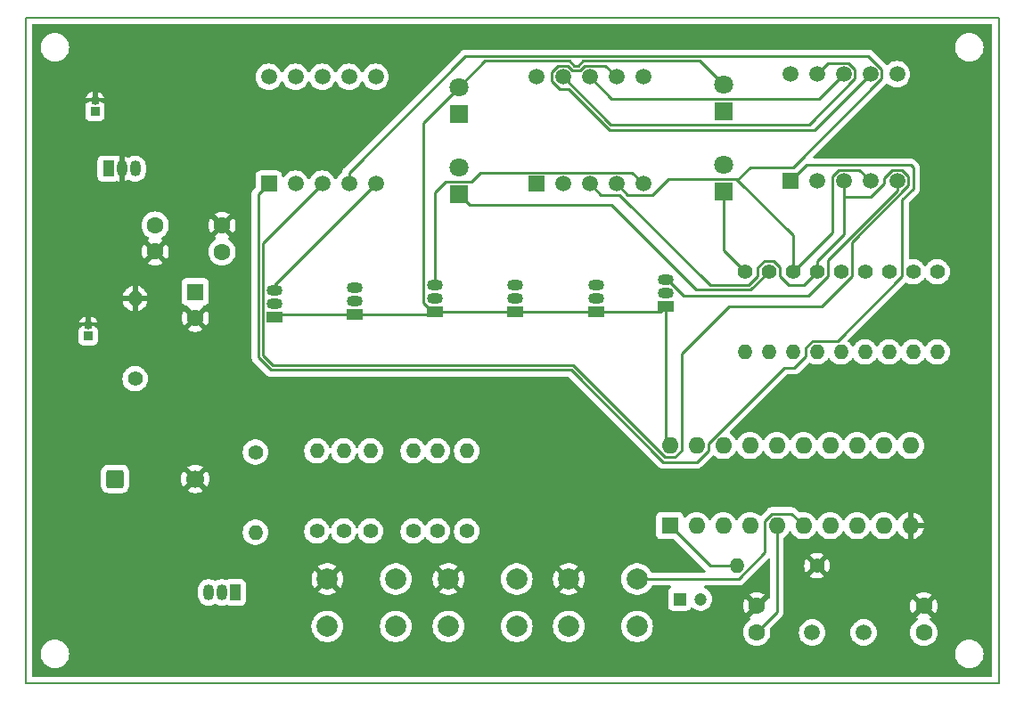
<source format=gbr>
%TF.GenerationSoftware,KiCad,Pcbnew,(7.0.0-0)*%
%TF.CreationDate,2023-02-25T23:33:50+02:00*%
%TF.ProjectId,ceas_8051,63656173-5f38-4303-9531-2e6b69636164,rev?*%
%TF.SameCoordinates,Original*%
%TF.FileFunction,Copper,L1,Top*%
%TF.FilePolarity,Positive*%
%FSLAX46Y46*%
G04 Gerber Fmt 4.6, Leading zero omitted, Abs format (unit mm)*
G04 Created by KiCad (PCBNEW (7.0.0-0)) date 2023-02-25 23:33:50*
%MOMM*%
%LPD*%
G01*
G04 APERTURE LIST*
G04 Aperture macros list*
%AMRoundRect*
0 Rectangle with rounded corners*
0 $1 Rounding radius*
0 $2 $3 $4 $5 $6 $7 $8 $9 X,Y pos of 4 corners*
0 Add a 4 corners polygon primitive as box body*
4,1,4,$2,$3,$4,$5,$6,$7,$8,$9,$2,$3,0*
0 Add four circle primitives for the rounded corners*
1,1,$1+$1,$2,$3*
1,1,$1+$1,$4,$5*
1,1,$1+$1,$6,$7*
1,1,$1+$1,$8,$9*
0 Add four rect primitives between the rounded corners*
20,1,$1+$1,$2,$3,$4,$5,0*
20,1,$1+$1,$4,$5,$6,$7,0*
20,1,$1+$1,$6,$7,$8,$9,0*
20,1,$1+$1,$8,$9,$2,$3,0*%
G04 Aperture macros list end*
%TA.AperFunction,NonConductor*%
%ADD10C,0.200000*%
%TD*%
%TA.AperFunction,ComponentPad*%
%ADD11C,1.500000*%
%TD*%
%TA.AperFunction,ComponentPad*%
%ADD12R,1.500000X1.500000*%
%TD*%
%TA.AperFunction,ComponentPad*%
%ADD13O,1.400000X1.400000*%
%TD*%
%TA.AperFunction,ComponentPad*%
%ADD14C,1.400000*%
%TD*%
%TA.AperFunction,ComponentPad*%
%ADD15C,1.800000*%
%TD*%
%TA.AperFunction,ComponentPad*%
%ADD16R,1.800000X1.800000*%
%TD*%
%TA.AperFunction,ComponentPad*%
%ADD17O,1.500000X1.050000*%
%TD*%
%TA.AperFunction,ComponentPad*%
%ADD18R,1.500000X1.050000*%
%TD*%
%TA.AperFunction,ComponentPad*%
%ADD19C,1.200000*%
%TD*%
%TA.AperFunction,ComponentPad*%
%ADD20R,1.200000X1.200000*%
%TD*%
%TA.AperFunction,ComponentPad*%
%ADD21C,1.600000*%
%TD*%
%TA.AperFunction,ComponentPad*%
%ADD22RoundRect,0.249900X-0.600100X-0.600100X0.600100X-0.600100X0.600100X0.600100X-0.600100X0.600100X0*%
%TD*%
%TA.AperFunction,ComponentPad*%
%ADD23C,1.700000*%
%TD*%
%TA.AperFunction,ComponentPad*%
%ADD24R,0.850000X0.850000*%
%TD*%
%TA.AperFunction,ComponentPad*%
%ADD25O,0.850000X0.850000*%
%TD*%
%TA.AperFunction,ComponentPad*%
%ADD26O,1.050000X1.500000*%
%TD*%
%TA.AperFunction,ComponentPad*%
%ADD27R,1.050000X1.500000*%
%TD*%
%TA.AperFunction,ComponentPad*%
%ADD28R,1.600000X1.600000*%
%TD*%
%TA.AperFunction,ComponentPad*%
%ADD29O,1.600000X1.600000*%
%TD*%
%TA.AperFunction,ComponentPad*%
%ADD30C,2.000000*%
%TD*%
%TA.AperFunction,Conductor*%
%ADD31C,0.250000*%
%TD*%
G04 APERTURE END LIST*
D10*
X30226000Y-22860000D02*
X122682000Y-22860000D01*
X122682000Y-22860000D02*
X122682000Y-86106000D01*
X122682000Y-86106000D02*
X30226000Y-86106000D01*
X30226000Y-86106000D02*
X30226000Y-22860000D01*
D11*
%TO.P,DS2,10*%
%TO.N,Net-(Q4-C)*%
X78740000Y-28459500D03*
%TO.P,DS2,9*%
%TO.N,Net-(DS1-Pad9)*%
X81280000Y-28459500D03*
%TO.P,DS2,8*%
%TO.N,Net-(DS1-Pad8)*%
X83820000Y-28459500D03*
%TO.P,DS2,7*%
%TO.N,Net-(DS1-Pad7)*%
X86360000Y-28459500D03*
%TO.P,DS2,6*%
%TO.N,Net-(DS1-Pad6)*%
X88900000Y-28459500D03*
%TO.P,DS2,5*%
%TO.N,Net-(Q3-C)*%
X88900000Y-38619500D03*
%TO.P,DS2,4*%
%TO.N,Net-(DS1-Pad4)*%
X86360000Y-38619500D03*
%TO.P,DS2,3*%
%TO.N,Net-(DS1-Pad3)*%
X83820000Y-38619500D03*
%TO.P,DS2,2*%
%TO.N,unconnected-(DS2-Pad2)*%
X81280000Y-38619500D03*
D12*
%TO.P,DS2,1*%
%TO.N,Net-(DS1-Pad1)*%
X78739999Y-38619499D03*
%TD*%
D11*
%TO.P,DS3,10*%
%TO.N,Net-(Q6-C)*%
X102870000Y-28205500D03*
%TO.P,DS3,9*%
%TO.N,Net-(DS1-Pad9)*%
X105410000Y-28205500D03*
%TO.P,DS3,8*%
%TO.N,Net-(DS1-Pad8)*%
X107950000Y-28205500D03*
%TO.P,DS3,7*%
%TO.N,Net-(DS1-Pad7)*%
X110490000Y-28205500D03*
%TO.P,DS3,6*%
%TO.N,Net-(DS1-Pad6)*%
X113030000Y-28205500D03*
%TO.P,DS3,5*%
%TO.N,Net-(Q5-C)*%
X113030000Y-38365500D03*
%TO.P,DS3,4*%
%TO.N,Net-(DS1-Pad4)*%
X110490000Y-38365500D03*
%TO.P,DS3,3*%
%TO.N,Net-(DS1-Pad3)*%
X107950000Y-38365500D03*
%TO.P,DS3,2*%
%TO.N,unconnected-(DS3-Pad2)*%
X105410000Y-38365500D03*
D12*
%TO.P,DS3,1*%
%TO.N,Net-(DS1-Pad1)*%
X102869999Y-38365499D03*
%TD*%
D13*
%TO.P,R14,2*%
%TO.N,Net-(U1-P1.5)*%
X105409999Y-54609999D03*
D14*
%TO.P,R14,1*%
%TO.N,Net-(DS1-Pad3)*%
X105410000Y-46990000D03*
%TD*%
D15*
%TO.P,D3,2,A*%
%TO.N,Net-(D3-A)*%
X96520000Y-36835000D03*
D16*
%TO.P,D3,1,K*%
%TO.N,Net-(D3-K)*%
X96519999Y-39374999D03*
%TD*%
%TO.P,D2,1,K*%
%TO.N,Net-(D1-A)*%
X71373999Y-32003999D03*
D15*
%TO.P,D2,2,A*%
%TO.N,+5V*%
X71374000Y-29464000D03*
%TD*%
%TO.P,D1,2,A*%
%TO.N,Net-(D1-A)*%
X71374000Y-37084000D03*
D16*
%TO.P,D1,1,K*%
%TO.N,Net-(D1-K)*%
X71373999Y-39623999D03*
%TD*%
D12*
%TO.P,DS1,1*%
%TO.N,Net-(DS1-Pad1)*%
X53339999Y-38619499D03*
D11*
%TO.P,DS1,2*%
%TO.N,unconnected-(DS1-Pad2)*%
X55880000Y-38619500D03*
%TO.P,DS1,3*%
%TO.N,Net-(DS1-Pad3)*%
X58420000Y-38619500D03*
%TO.P,DS1,4*%
%TO.N,Net-(DS1-Pad4)*%
X60960000Y-38619500D03*
%TO.P,DS1,5*%
%TO.N,Net-(Q1-C)*%
X63500000Y-38619500D03*
%TO.P,DS1,6*%
%TO.N,Net-(DS1-Pad6)*%
X63500000Y-28459500D03*
%TO.P,DS1,7*%
%TO.N,Net-(DS1-Pad7)*%
X60960000Y-28459500D03*
%TO.P,DS1,8*%
%TO.N,Net-(DS1-Pad8)*%
X58420000Y-28459500D03*
%TO.P,DS1,9*%
%TO.N,Net-(DS1-Pad9)*%
X55880000Y-28459500D03*
%TO.P,DS1,10*%
%TO.N,Net-(Q2-C)*%
X53340000Y-28459500D03*
%TD*%
D17*
%TO.P,Q6,3,C*%
%TO.N,Net-(Q6-C)*%
X84433999Y-48259999D03*
%TO.P,Q6,2,B*%
%TO.N,Net-(Q6-B)*%
X84433999Y-49529999D03*
D18*
%TO.P,Q6,1,E*%
%TO.N,+5V*%
X84433999Y-50799999D03*
%TD*%
D19*
%TO.P,C1,2*%
%TO.N,Net-(U1-RST{slash}VPP)*%
X94372401Y-78105000D03*
D20*
%TO.P,C1,1*%
%TO.N,+5V*%
X92372400Y-78104999D03*
%TD*%
D17*
%TO.P,Q3,3,C*%
%TO.N,Net-(Q3-C)*%
X69089999Y-48259999D03*
%TO.P,Q3,2,B*%
%TO.N,Net-(Q3-B)*%
X69089999Y-49529999D03*
D18*
%TO.P,Q3,1,E*%
%TO.N,+5V*%
X69089999Y-50799999D03*
%TD*%
D14*
%TO.P,R10,1*%
%TO.N,Net-(DS1-Pad8)*%
X114554000Y-46990000D03*
D13*
%TO.P,R10,2*%
%TO.N,Net-(U1-P1.1)*%
X114553999Y-54609999D03*
%TD*%
%TO.P,R15,2*%
%TO.N,Net-(U1-P1.6)*%
X107695999Y-54609999D03*
D14*
%TO.P,R15,1*%
%TO.N,Net-(DS1-Pad1)*%
X107696000Y-46990000D03*
%TD*%
%TO.P,R6,1*%
%TO.N,D5*%
X69342000Y-71628000D03*
D13*
%TO.P,R6,2*%
%TO.N,Net-(Q5-B)*%
X69341999Y-64007999D03*
%TD*%
D21*
%TO.P,C5,2*%
%TO.N,GND*%
X42545000Y-45065000D03*
%TO.P,C5,1*%
%TO.N,+5V*%
X42545000Y-42565000D03*
%TD*%
D18*
%TO.P,Q2,1,E*%
%TO.N,+5V*%
X61467999Y-51053999D03*
D17*
%TO.P,Q2,2,B*%
%TO.N,Net-(Q2-B)*%
X61467999Y-49783999D03*
%TO.P,Q2,3,C*%
%TO.N,Net-(Q2-C)*%
X61467999Y-48513999D03*
%TD*%
D21*
%TO.P,C3,2*%
%TO.N,GND*%
X115570000Y-78760000D03*
%TO.P,C3,1*%
%TO.N,Net-(U1-XTAL2)*%
X115570000Y-81260000D03*
%TD*%
D14*
%TO.P,R5,1*%
%TO.N,D3*%
X67056000Y-71628000D03*
D13*
%TO.P,R5,2*%
%TO.N,Net-(Q4-B)*%
X67055999Y-64007999D03*
%TD*%
D15*
%TO.P,D4,2,A*%
%TO.N,+5V*%
X96520000Y-29210000D03*
D16*
%TO.P,D4,1,K*%
%TO.N,Net-(D3-A)*%
X96519999Y-31749999D03*
%TD*%
D22*
%TO.P,BZ1,1,-*%
%TO.N,Net-(BZ1--)*%
X38755000Y-66675000D03*
D23*
%TO.P,BZ1,2,+*%
%TO.N,GND*%
X46355000Y-66675000D03*
%TD*%
D21*
%TO.P,C4,2*%
%TO.N,GND*%
X48895000Y-42585000D03*
%TO.P,C4,1*%
%TO.N,Net-(J2-Pin_1)*%
X48895000Y-45085000D03*
%TD*%
D17*
%TO.P,Q5,3,C*%
%TO.N,Net-(Q5-C)*%
X91037999Y-47751999D03*
%TO.P,Q5,2,B*%
%TO.N,Net-(Q5-B)*%
X91037999Y-49021999D03*
D18*
%TO.P,Q5,1,E*%
%TO.N,+5V*%
X91037999Y-50291999D03*
%TD*%
D24*
%TO.P,J2,1,Pin_1*%
%TO.N,Net-(J2-Pin_1)*%
X36829999Y-31749999D03*
D25*
%TO.P,J2,2,Pin_2*%
%TO.N,GND*%
X36829999Y-30749999D03*
%TD*%
D26*
%TO.P,Q7,3,C*%
%TO.N,+5V*%
X47624999Y-77469999D03*
%TO.P,Q7,2,B*%
%TO.N,Net-(Q7-B)*%
X48894999Y-77469999D03*
D27*
%TO.P,Q7,1,E*%
%TO.N,Net-(BZ1--)*%
X50164999Y-77469999D03*
%TD*%
D17*
%TO.P,Q1,3,C*%
%TO.N,Net-(Q1-C)*%
X53847999Y-48767999D03*
%TO.P,Q1,2,B*%
%TO.N,Net-(Q1-B)*%
X53847999Y-50037999D03*
D18*
%TO.P,Q1,1,E*%
%TO.N,+5V*%
X53847999Y-51307999D03*
%TD*%
D13*
%TO.P,R11,2*%
%TO.N,Net-(U1-P1.2)*%
X112267999Y-54609999D03*
D14*
%TO.P,R11,1*%
%TO.N,Net-(DS1-Pad7)*%
X112268000Y-46990000D03*
%TD*%
D25*
%TO.P,J1,2,Pin_2*%
%TO.N,GND*%
X36194999Y-52069999D03*
D24*
%TO.P,J1,1,Pin_1*%
%TO.N,Net-(BZ1--)*%
X36194999Y-53069999D03*
%TD*%
D13*
%TO.P,R1,2*%
%TO.N,Net-(U1-RST{slash}VPP)*%
X97789999Y-74929999D03*
D14*
%TO.P,R1,1*%
%TO.N,GND*%
X105410000Y-74930000D03*
%TD*%
D28*
%TO.P,U1,1,RST/VPP*%
%TO.N,Net-(U1-RST{slash}VPP)*%
X91439999Y-71119999D03*
D29*
%TO.P,U1,2,P3.0*%
%TO.N,D6*%
X93979999Y-71119999D03*
%TO.P,U1,3,P3.1*%
%TO.N,D5*%
X96519999Y-71119999D03*
%TO.P,U1,4,XTAL2*%
%TO.N,Net-(U1-XTAL2)*%
X99059999Y-71119999D03*
%TO.P,U1,5,XTAL1*%
%TO.N,Net-(U1-XTAL1)*%
X101599999Y-71119999D03*
%TO.P,U1,6,P3.2*%
%TO.N,D3*%
X104139999Y-71119999D03*
%TO.P,U1,7,P3.3*%
%TO.N,D4*%
X106679999Y-71119999D03*
%TO.P,U1,8,P3.4*%
%TO.N,D2*%
X109219999Y-71119999D03*
%TO.P,U1,9,P3.5*%
%TO.N,D1*%
X111759999Y-71119999D03*
%TO.P,U1,10,GND*%
%TO.N,GND*%
X114299999Y-71119999D03*
%TO.P,U1,11,P3.7*%
%TO.N,A8*%
X114299999Y-63499999D03*
%TO.P,U1,12,P1.0*%
%TO.N,Net-(U1-P1.0)*%
X111759999Y-63499999D03*
%TO.P,U1,13,P1.1*%
%TO.N,Net-(U1-P1.1)*%
X109219999Y-63499999D03*
%TO.P,U1,14,P1.2*%
%TO.N,Net-(U1-P1.2)*%
X106679999Y-63499999D03*
%TO.P,U1,15,P1.3*%
%TO.N,Net-(U1-P1.3)*%
X104139999Y-63499999D03*
%TO.P,U1,16,P1.4*%
%TO.N,Net-(U1-P1.4)*%
X101599999Y-63499999D03*
%TO.P,U1,17,P1.5*%
%TO.N,Net-(U1-P1.5)*%
X99059999Y-63499999D03*
%TO.P,U1,18,P1.6*%
%TO.N,Net-(U1-P1.6)*%
X96519999Y-63499999D03*
%TO.P,U1,19,P1.7*%
%TO.N,Net-(U1-P1.7)*%
X93979999Y-63499999D03*
%TO.P,U1,20,VCC*%
%TO.N,+5V*%
X91439999Y-63499999D03*
%TD*%
D17*
%TO.P,Q4,3,C*%
%TO.N,Net-(Q4-C)*%
X76709999Y-48259999D03*
%TO.P,Q4,2,B*%
%TO.N,Net-(Q4-B)*%
X76709999Y-49529999D03*
D18*
%TO.P,Q4,1,E*%
%TO.N,+5V*%
X76709999Y-50799999D03*
%TD*%
D14*
%TO.P,R7,1*%
%TO.N,D4*%
X72136000Y-71628000D03*
D13*
%TO.P,R7,2*%
%TO.N,Net-(Q6-B)*%
X72135999Y-64007999D03*
%TD*%
%TO.P,R4,2*%
%TO.N,Net-(Q3-B)*%
X62991999Y-64007999D03*
D14*
%TO.P,R4,1*%
%TO.N,D1*%
X62992000Y-71628000D03*
%TD*%
D13*
%TO.P,R3,2*%
%TO.N,Net-(Q2-B)*%
X60451999Y-64007999D03*
D14*
%TO.P,R3,1*%
%TO.N,D6*%
X60452000Y-71628000D03*
%TD*%
D13*
%TO.P,R13,2*%
%TO.N,Net-(U1-P1.4)*%
X103123999Y-54609999D03*
D14*
%TO.P,R13,1*%
%TO.N,Net-(DS1-Pad4)*%
X103124000Y-46990000D03*
%TD*%
D21*
%TO.P,C2,2*%
%TO.N,GND*%
X99695000Y-78740000D03*
%TO.P,C2,1*%
%TO.N,Net-(U1-XTAL1)*%
X99695000Y-81240000D03*
%TD*%
%TO.P,C6,2*%
%TO.N,GND*%
X46355000Y-51395000D03*
D28*
%TO.P,C6,1*%
%TO.N,+5V*%
X46354999Y-48894999D03*
%TD*%
D13*
%TO.P,R16,2*%
%TO.N,Net-(U1-P1.7)*%
X100837999Y-54609999D03*
D14*
%TO.P,R16,1*%
%TO.N,Net-(D1-K)*%
X100838000Y-46990000D03*
%TD*%
%TO.P,R17,1*%
%TO.N,Net-(D3-K)*%
X98552000Y-46990000D03*
D13*
%TO.P,R17,2*%
%TO.N,Net-(U1-P1.7)*%
X98551999Y-54609999D03*
%TD*%
D14*
%TO.P,R18,1*%
%TO.N,Net-(BZ1--)*%
X40640000Y-57150000D03*
D13*
%TO.P,R18,2*%
%TO.N,GND*%
X40639999Y-49529999D03*
%TD*%
%TO.P,R9,2*%
%TO.N,Net-(U1-P1.0)*%
X116839999Y-54609999D03*
D14*
%TO.P,R9,1*%
%TO.N,Net-(DS1-Pad9)*%
X116840000Y-46990000D03*
%TD*%
D26*
%TO.P,U2,3,VI*%
%TO.N,Net-(J2-Pin_1)*%
X40639999Y-37189999D03*
%TO.P,U2,2,GND*%
%TO.N,GND*%
X39369999Y-37189999D03*
D27*
%TO.P,U2,1,VO*%
%TO.N,+5V*%
X38099999Y-37189999D03*
%TD*%
D11*
%TO.P,Y1,2,2*%
%TO.N,Net-(U1-XTAL2)*%
X109855000Y-81280000D03*
%TO.P,Y1,1,1*%
%TO.N,Net-(U1-XTAL1)*%
X104955000Y-81280000D03*
%TD*%
D14*
%TO.P,R8,1*%
%TO.N,A8*%
X52070000Y-64135000D03*
D13*
%TO.P,R8,2*%
%TO.N,Net-(Q7-B)*%
X52069999Y-71754999D03*
%TD*%
%TO.P,R12,2*%
%TO.N,Net-(U1-P1.3)*%
X109981999Y-54609999D03*
D14*
%TO.P,R12,1*%
%TO.N,Net-(DS1-Pad6)*%
X109982000Y-46990000D03*
%TD*%
D13*
%TO.P,R2,2*%
%TO.N,Net-(Q1-B)*%
X57911999Y-64007999D03*
D14*
%TO.P,R2,1*%
%TO.N,D2*%
X57912000Y-71628000D03*
%TD*%
D30*
%TO.P,S1,1,1*%
%TO.N,GND*%
X81840000Y-76200000D03*
%TO.P,S1,2,2*%
%TO.N,D3*%
X88340000Y-76200000D03*
%TO.P,S1,3,3*%
%TO.N,unconnected-(S1-Pad3)*%
X81840000Y-80700000D03*
%TO.P,S1,4,4*%
%TO.N,unconnected-(S1-Pad4)*%
X88340000Y-80700000D03*
%TD*%
%TO.P,S2,1,1*%
%TO.N,GND*%
X70410000Y-76200000D03*
%TO.P,S2,2,2*%
%TO.N,D2*%
X76910000Y-76200000D03*
%TO.P,S2,3,3*%
%TO.N,unconnected-(S2-Pad3)*%
X70410000Y-80700000D03*
%TO.P,S2,4,4*%
%TO.N,unconnected-(S2-Pad4)*%
X76910000Y-80700000D03*
%TD*%
%TO.P,S3,1,1*%
%TO.N,GND*%
X58905000Y-76200000D03*
%TO.P,S3,2,2*%
%TO.N,D1*%
X65405000Y-76200000D03*
%TO.P,S3,3,3*%
%TO.N,unconnected-(S3-Pad3)*%
X58905000Y-80700000D03*
%TO.P,S3,4,4*%
%TO.N,unconnected-(S3-Pad4)*%
X65405000Y-80700000D03*
%TD*%
D31*
%TO.N,Net-(DS1-Pad3)*%
X111760000Y-38615780D02*
X110497780Y-39878000D01*
%TO.N,Net-(DS1-Pad1)*%
X52323499Y-55119207D02*
X53542784Y-56338492D01*
%TO.N,Net-(DS1-Pad3)*%
X91905991Y-64625000D02*
X92565000Y-63965991D01*
X111760000Y-38115220D02*
X111760000Y-38615780D01*
X110497780Y-39878000D02*
X107950000Y-39878000D01*
X114105000Y-37920220D02*
X113475280Y-37290500D01*
X113475280Y-37290500D02*
X112584720Y-37290500D01*
X105843569Y-50292000D02*
X108721000Y-47414569D01*
X52773000Y-54933018D02*
X53728474Y-55888492D01*
%TO.N,Net-(DS1-Pad1)*%
X52323499Y-39636001D02*
X52323499Y-55119207D01*
%TO.N,Net-(DS1-Pad3)*%
X92565000Y-54793895D02*
X97066895Y-50292000D01*
%TO.N,Net-(DS1-Pad1)*%
X104385000Y-54185431D02*
X104985431Y-53585000D01*
%TO.N,Net-(DS1-Pad3)*%
X58420000Y-38619500D02*
X52773000Y-44266500D01*
X52773000Y-44266500D02*
X52773000Y-54933018D01*
X112584720Y-37290500D02*
X111760000Y-38115220D01*
X92565000Y-63965991D02*
X92565000Y-54793895D01*
%TO.N,Net-(DS1-Pad1)*%
X53340000Y-38619500D02*
X52323499Y-39636001D01*
X95105000Y-63324009D02*
X102295009Y-56134000D01*
%TO.N,Net-(DS1-Pad3)*%
X108721000Y-44194780D02*
X114105000Y-38810780D01*
%TO.N,Net-(DS1-Pad1)*%
X90787613Y-65075000D02*
X93995991Y-65075000D01*
%TO.N,Net-(DS1-Pad3)*%
X114105000Y-38810780D02*
X114105000Y-37920220D01*
%TO.N,Net-(DS1-Pad1)*%
X114554501Y-39115499D02*
X114554501Y-37084501D01*
X114554501Y-37084501D02*
X114310999Y-36840999D01*
X114310999Y-36840999D02*
X104394501Y-36840999D01*
%TO.N,Net-(DS1-Pad3)*%
X90974009Y-64625000D02*
X91905991Y-64625000D01*
X53728474Y-55888492D02*
X82237501Y-55888492D01*
X82237501Y-55888492D02*
X90974009Y-64625000D01*
%TO.N,Net-(DS1-Pad1)*%
X104394501Y-36840999D02*
X102870000Y-38365500D01*
%TO.N,Net-(DS1-Pad3)*%
X97066895Y-50292000D02*
X105843569Y-50292000D01*
X108721000Y-47414569D02*
X108721000Y-44194780D01*
%TO.N,Net-(DS1-Pad1)*%
X53542784Y-56338492D02*
X82051105Y-56338492D01*
X82051105Y-56338492D02*
X90787613Y-65075000D01*
X93995991Y-65075000D02*
X95105000Y-63965991D01*
X95105000Y-63965991D02*
X95105000Y-63324009D01*
X102295009Y-56134000D02*
X103285569Y-56134000D01*
X103285569Y-56134000D02*
X104385000Y-55034569D01*
X104385000Y-55034569D02*
X104385000Y-54185431D01*
X104985431Y-53585000D02*
X107358569Y-53585000D01*
X107358569Y-53585000D02*
X113529000Y-47414569D01*
X113529000Y-47414569D02*
X113529000Y-40141000D01*
X113529000Y-40141000D02*
X114554501Y-39115499D01*
%TO.N,Net-(DS1-Pad3)*%
X107950000Y-43460051D02*
X107950000Y-39878000D01*
X107950000Y-39878000D02*
X107950000Y-38365500D01*
%TO.N,Net-(Q5-C)*%
X91263000Y-47752000D02*
X91038000Y-47752000D01*
X113030000Y-39250090D02*
X106435000Y-45845090D01*
X106435000Y-45845090D02*
X106435000Y-47414569D01*
X92787000Y-49276000D02*
X91263000Y-47752000D01*
X104573569Y-49276000D02*
X92787000Y-49276000D01*
X113030000Y-38365500D02*
X113030000Y-39250090D01*
%TO.N,Net-(DS1-Pad3)*%
X105410000Y-46000051D02*
X107950000Y-43460051D01*
X105410000Y-46990000D02*
X105410000Y-46000051D01*
%TO.N,Net-(Q5-C)*%
X106435000Y-47414569D02*
X104573569Y-49276000D01*
%TO.N,Net-(DS1-Pad7)*%
X81845052Y-29660948D02*
X85712104Y-33528000D01*
X85712104Y-33528000D02*
X105167500Y-33528000D01*
X105167500Y-33528000D02*
X110490000Y-28205500D01*
%TO.N,Net-(DS1-Pad4)*%
X99060000Y-37084000D02*
X97869500Y-38274500D01*
X103131780Y-37084000D02*
X99060000Y-37084000D01*
%TO.N,+5V*%
X82360970Y-27384500D02*
X81911469Y-26934999D01*
X94244999Y-26934999D02*
X83188531Y-26934999D01*
X73903001Y-26934999D02*
X71374000Y-29464000D01*
X81911469Y-26934999D02*
X73903001Y-26934999D01*
%TO.N,Net-(DS1-Pad4)*%
X72033342Y-26485498D02*
X110290278Y-26485498D01*
%TO.N,Net-(DS1-Pad7)*%
X80205000Y-28904780D02*
X80205000Y-28014220D01*
X82897222Y-27861998D02*
X83374720Y-27384500D01*
%TO.N,Net-(DS1-Pad4)*%
X110290278Y-26485498D02*
X111565000Y-27760220D01*
%TO.N,+5V*%
X82739030Y-27384500D02*
X82360970Y-27384500D01*
%TO.N,Net-(DS1-Pad4)*%
X111565000Y-28650780D02*
X103131780Y-37084000D01*
%TO.N,+5V*%
X96520000Y-29210000D02*
X94244999Y-26934999D01*
%TO.N,Net-(DS1-Pad4)*%
X111565000Y-27760220D02*
X111565000Y-28650780D01*
X60960000Y-37558840D02*
X72033342Y-26485498D01*
%TO.N,Net-(DS1-Pad7)*%
X81845052Y-29660948D02*
X80961168Y-29660948D01*
%TO.N,Net-(DS1-Pad4)*%
X60960000Y-38619500D02*
X60960000Y-37558840D01*
%TO.N,+5V*%
X83188531Y-26934999D02*
X82739030Y-27384500D01*
%TO.N,Net-(DS1-Pad7)*%
X80961168Y-29660948D02*
X80205000Y-28904780D01*
X81725280Y-27384500D02*
X82202778Y-27861998D01*
X80205000Y-28014220D02*
X80834720Y-27384500D01*
X80834720Y-27384500D02*
X81725280Y-27384500D01*
X82202778Y-27861998D02*
X82897222Y-27861998D01*
X83374720Y-27384500D02*
X85285000Y-27384500D01*
X85285000Y-27384500D02*
X86360000Y-28459500D01*
%TO.N,Net-(DS1-Pad4)*%
X97745000Y-38150000D02*
X97869500Y-38274500D01*
X97869500Y-38274500D02*
X103124000Y-43529000D01*
%TO.N,D3*%
X88340000Y-76200000D02*
X97969569Y-76200000D01*
X97969569Y-76200000D02*
X100475000Y-73694569D01*
X101134009Y-69995000D02*
X103015000Y-69995000D01*
X100475000Y-73694569D02*
X100475000Y-70654009D01*
X100475000Y-70654009D02*
X101134009Y-69995000D01*
X103015000Y-69995000D02*
X104140000Y-71120000D01*
%TO.N,Net-(U1-XTAL1)*%
X101600000Y-71120000D02*
X101600000Y-79335000D01*
X101600000Y-79335000D02*
X99695000Y-81240000D01*
%TO.N,Net-(U1-RST{slash}VPP)*%
X91440000Y-71120000D02*
X95250000Y-74930000D01*
X95250000Y-74930000D02*
X97790000Y-74930000D01*
%TO.N,+5V*%
X91038000Y-50292000D02*
X91038000Y-63098000D01*
X91038000Y-63098000D02*
X91440000Y-63500000D01*
%TO.N,Net-(Q1-C)*%
X53848000Y-48768000D02*
X53848000Y-48271500D01*
X53848000Y-48271500D02*
X63500000Y-38619500D01*
%TO.N,+5V*%
X61468000Y-51054000D02*
X54102000Y-51054000D01*
X54102000Y-51054000D02*
X53848000Y-51308000D01*
X61468000Y-51054000D02*
X68836000Y-51054000D01*
X68836000Y-51054000D02*
X69090000Y-50800000D01*
X76710000Y-50800000D02*
X69090000Y-50800000D01*
X84434000Y-50800000D02*
X90530000Y-50800000D01*
X90530000Y-50800000D02*
X91038000Y-50292000D01*
X84434000Y-50800000D02*
X76710000Y-50800000D01*
%TO.N,Net-(DS1-Pad4)*%
X107504720Y-37290500D02*
X109415000Y-37290500D01*
X109415000Y-37290500D02*
X110490000Y-38365500D01*
X106875000Y-37920220D02*
X107504720Y-37290500D01*
X106875000Y-43239000D02*
X106875000Y-37920220D01*
X103124000Y-46990000D02*
X106875000Y-43239000D01*
%TO.N,Net-(D1-K)*%
X85852000Y-40640000D02*
X72390000Y-40640000D01*
X93921501Y-48709501D02*
X85852000Y-40640000D01*
X100838000Y-46990000D02*
X99118499Y-48709501D01*
%TO.N,Net-(DS1-Pad3)*%
X101262569Y-45965000D02*
X101863000Y-46565431D01*
%TO.N,Net-(D1-K)*%
X72390000Y-40640000D02*
X71374000Y-39624000D01*
%TO.N,Net-(DS1-Pad3)*%
X86684500Y-39694500D02*
X95250000Y-48260000D01*
X99813000Y-46565431D02*
X100413431Y-45965000D01*
X102708431Y-48260000D02*
X104140000Y-48260000D01*
%TO.N,Net-(D1-K)*%
X99118499Y-48709501D02*
X93921501Y-48709501D01*
%TO.N,Net-(DS1-Pad3)*%
X83820000Y-38619500D02*
X84895000Y-39694500D01*
X84895000Y-39694500D02*
X86684500Y-39694500D01*
X95250000Y-48260000D02*
X98931604Y-48260000D01*
X98931604Y-48260000D02*
X99813000Y-47378604D01*
X104140000Y-48260000D02*
X105410000Y-46990000D01*
X99813000Y-47378604D02*
X99813000Y-46565431D01*
X101863000Y-47414569D02*
X102708431Y-48260000D01*
X100413431Y-45965000D02*
X101262569Y-45965000D01*
X101863000Y-46565431D02*
X101863000Y-47414569D01*
%TO.N,Net-(DS1-Pad9)*%
X105410000Y-28205500D02*
X106485000Y-27130500D01*
X106485000Y-27130500D02*
X108395280Y-27130500D01*
X108395280Y-27130500D02*
X109025000Y-27760220D01*
X109025000Y-27760220D02*
X109025000Y-28650780D01*
X109025000Y-28650780D02*
X104700780Y-32975000D01*
X104700780Y-32975000D02*
X85795500Y-32975000D01*
X85795500Y-32975000D02*
X81280000Y-28459500D01*
%TO.N,Net-(DS1-Pad8)*%
X107950000Y-28205500D02*
X105630500Y-30525000D01*
X105630500Y-30525000D02*
X85885500Y-30525000D01*
X85885500Y-30525000D02*
X83820000Y-28459500D01*
%TO.N,Net-(DS1-Pad4)*%
X86360000Y-38619500D02*
X87435000Y-39694500D01*
X87435000Y-39694500D02*
X89743060Y-39694500D01*
X89743060Y-39694500D02*
X91287560Y-38150000D01*
X91287560Y-38150000D02*
X97745000Y-38150000D01*
X103124000Y-43529000D02*
X103124000Y-46990000D01*
%TO.N,Net-(Q3-C)*%
X69090000Y-48260000D02*
X69090000Y-39458000D01*
X69090000Y-39458000D02*
X70149000Y-38399000D01*
X73453500Y-37544500D02*
X87825000Y-37544500D01*
X70149000Y-38399000D02*
X72599000Y-38399000D01*
X87825000Y-37544500D02*
X88900000Y-38619500D01*
X72599000Y-38399000D02*
X73453500Y-37544500D01*
%TO.N,+5V*%
X71374000Y-29464000D02*
X68015000Y-32823000D01*
X68015000Y-49950000D02*
X68865000Y-50800000D01*
X68015000Y-32823000D02*
X68015000Y-49950000D01*
X68865000Y-50800000D02*
X69090000Y-50800000D01*
%TO.N,Net-(D3-K)*%
X98552000Y-46990000D02*
X96520000Y-44958000D01*
X96520000Y-44958000D02*
X96520000Y-39375000D01*
%TD*%
%TA.AperFunction,Conductor*%
%TO.N,GND*%
G36*
X122019500Y-23477113D02*
G01*
X122064887Y-23522500D01*
X122081500Y-23584500D01*
X122081500Y-85381500D01*
X122064887Y-85443500D01*
X122019500Y-85488887D01*
X121957500Y-85505500D01*
X30950500Y-85505500D01*
X30888500Y-85488887D01*
X30843113Y-85443500D01*
X30826500Y-85381500D01*
X30826500Y-83312000D01*
X31664341Y-83312000D01*
X31684937Y-83547408D01*
X31686336Y-83552630D01*
X31686337Y-83552634D01*
X31744694Y-83770430D01*
X31744697Y-83770438D01*
X31746097Y-83775663D01*
X31845965Y-83989829D01*
X31981505Y-84183401D01*
X32148599Y-84350495D01*
X32342171Y-84486035D01*
X32556337Y-84585903D01*
X32784592Y-84647063D01*
X32961034Y-84662500D01*
X33076258Y-84662500D01*
X33078966Y-84662500D01*
X33255408Y-84647063D01*
X33483663Y-84585903D01*
X33697829Y-84486035D01*
X33891401Y-84350495D01*
X34058495Y-84183401D01*
X34194035Y-83989830D01*
X34293903Y-83775663D01*
X34355063Y-83547408D01*
X34375659Y-83312000D01*
X118532341Y-83312000D01*
X118552937Y-83547408D01*
X118554336Y-83552630D01*
X118554337Y-83552634D01*
X118612694Y-83770430D01*
X118612697Y-83770438D01*
X118614097Y-83775663D01*
X118713965Y-83989829D01*
X118849505Y-84183401D01*
X119016599Y-84350495D01*
X119210171Y-84486035D01*
X119424337Y-84585903D01*
X119652592Y-84647063D01*
X119829034Y-84662500D01*
X119944258Y-84662500D01*
X119946966Y-84662500D01*
X120123408Y-84647063D01*
X120351663Y-84585903D01*
X120565829Y-84486035D01*
X120759401Y-84350495D01*
X120926495Y-84183401D01*
X121062035Y-83989830D01*
X121161903Y-83775663D01*
X121223063Y-83547408D01*
X121243659Y-83312000D01*
X121223063Y-83076592D01*
X121161903Y-82848337D01*
X121062035Y-82634171D01*
X120926495Y-82440599D01*
X120759401Y-82273505D01*
X120596686Y-82159571D01*
X120570268Y-82141073D01*
X120570266Y-82141072D01*
X120565829Y-82137965D01*
X120456271Y-82086877D01*
X120356572Y-82040386D01*
X120356570Y-82040385D01*
X120351663Y-82038097D01*
X120346438Y-82036697D01*
X120346430Y-82036694D01*
X120128634Y-81978337D01*
X120128630Y-81978336D01*
X120123408Y-81976937D01*
X120118020Y-81976465D01*
X120118017Y-81976465D01*
X119949664Y-81961736D01*
X119949662Y-81961735D01*
X119946966Y-81961500D01*
X119829034Y-81961500D01*
X119826338Y-81961735D01*
X119826335Y-81961736D01*
X119657982Y-81976465D01*
X119657977Y-81976465D01*
X119652592Y-81976937D01*
X119647371Y-81978335D01*
X119647365Y-81978337D01*
X119429569Y-82036694D01*
X119429557Y-82036698D01*
X119424337Y-82038097D01*
X119419432Y-82040383D01*
X119419427Y-82040386D01*
X119215081Y-82135675D01*
X119215077Y-82135677D01*
X119210171Y-82137965D01*
X119205738Y-82141068D01*
X119205731Y-82141073D01*
X119021034Y-82270399D01*
X119021029Y-82270402D01*
X119016599Y-82273505D01*
X119012775Y-82277328D01*
X119012769Y-82277334D01*
X118853336Y-82436767D01*
X118853330Y-82436773D01*
X118849505Y-82440599D01*
X118846406Y-82445023D01*
X118846399Y-82445033D01*
X118717066Y-82629740D01*
X118717061Y-82629747D01*
X118713965Y-82634170D01*
X118711683Y-82639061D01*
X118711678Y-82639072D01*
X118616386Y-82843427D01*
X118616383Y-82843432D01*
X118614097Y-82848337D01*
X118612698Y-82853557D01*
X118612694Y-82853569D01*
X118554337Y-83071365D01*
X118554335Y-83071371D01*
X118552937Y-83076592D01*
X118532341Y-83312000D01*
X34375659Y-83312000D01*
X34355063Y-83076592D01*
X34293903Y-82848337D01*
X34194035Y-82634171D01*
X34058495Y-82440599D01*
X33891401Y-82273505D01*
X33728686Y-82159571D01*
X33702268Y-82141073D01*
X33702266Y-82141072D01*
X33697829Y-82137965D01*
X33588271Y-82086877D01*
X33488572Y-82040386D01*
X33488570Y-82040385D01*
X33483663Y-82038097D01*
X33478438Y-82036697D01*
X33478430Y-82036694D01*
X33260634Y-81978337D01*
X33260630Y-81978336D01*
X33255408Y-81976937D01*
X33250020Y-81976465D01*
X33250017Y-81976465D01*
X33081664Y-81961736D01*
X33081662Y-81961735D01*
X33078966Y-81961500D01*
X32961034Y-81961500D01*
X32958338Y-81961735D01*
X32958335Y-81961736D01*
X32789982Y-81976465D01*
X32789977Y-81976465D01*
X32784592Y-81976937D01*
X32779371Y-81978335D01*
X32779365Y-81978337D01*
X32561569Y-82036694D01*
X32561557Y-82036698D01*
X32556337Y-82038097D01*
X32551432Y-82040383D01*
X32551427Y-82040386D01*
X32347081Y-82135675D01*
X32347077Y-82135677D01*
X32342171Y-82137965D01*
X32337738Y-82141068D01*
X32337731Y-82141073D01*
X32153034Y-82270399D01*
X32153029Y-82270402D01*
X32148599Y-82273505D01*
X32144775Y-82277328D01*
X32144769Y-82277334D01*
X31985336Y-82436767D01*
X31985330Y-82436773D01*
X31981505Y-82440599D01*
X31978406Y-82445023D01*
X31978399Y-82445033D01*
X31849066Y-82629740D01*
X31849061Y-82629747D01*
X31845965Y-82634170D01*
X31843683Y-82639061D01*
X31843678Y-82639072D01*
X31748386Y-82843427D01*
X31748383Y-82843432D01*
X31746097Y-82848337D01*
X31744698Y-82853557D01*
X31744694Y-82853569D01*
X31686337Y-83071365D01*
X31686335Y-83071371D01*
X31684937Y-83076592D01*
X31664341Y-83312000D01*
X30826500Y-83312000D01*
X30826500Y-80700000D01*
X57399357Y-80700000D01*
X57399781Y-80705117D01*
X57419467Y-80942701D01*
X57419468Y-80942709D01*
X57419892Y-80947821D01*
X57421149Y-80952788D01*
X57421151Y-80952795D01*
X57448812Y-81062023D01*
X57480937Y-81188881D01*
X57482997Y-81193577D01*
X57578766Y-81411910D01*
X57578769Y-81411916D01*
X57580827Y-81416607D01*
X57583627Y-81420893D01*
X57583631Y-81420900D01*
X57711675Y-81616885D01*
X57716836Y-81624785D01*
X57720310Y-81628559D01*
X57720311Y-81628560D01*
X57881784Y-81803967D01*
X57881787Y-81803970D01*
X57885256Y-81807738D01*
X58081491Y-81960474D01*
X58300190Y-82078828D01*
X58535386Y-82159571D01*
X58780665Y-82200500D01*
X59024201Y-82200500D01*
X59029335Y-82200500D01*
X59274614Y-82159571D01*
X59509810Y-82078828D01*
X59728509Y-81960474D01*
X59924744Y-81807738D01*
X60093164Y-81624785D01*
X60229173Y-81416607D01*
X60329063Y-81188881D01*
X60390108Y-80947821D01*
X60410643Y-80700000D01*
X63899357Y-80700000D01*
X63899781Y-80705117D01*
X63919467Y-80942701D01*
X63919468Y-80942709D01*
X63919892Y-80947821D01*
X63921149Y-80952788D01*
X63921151Y-80952795D01*
X63948812Y-81062023D01*
X63980937Y-81188881D01*
X63982997Y-81193577D01*
X64078766Y-81411910D01*
X64078769Y-81411916D01*
X64080827Y-81416607D01*
X64083627Y-81420893D01*
X64083631Y-81420900D01*
X64211675Y-81616885D01*
X64216836Y-81624785D01*
X64220310Y-81628559D01*
X64220311Y-81628560D01*
X64381784Y-81803967D01*
X64381787Y-81803970D01*
X64385256Y-81807738D01*
X64581491Y-81960474D01*
X64800190Y-82078828D01*
X65035386Y-82159571D01*
X65280665Y-82200500D01*
X65524201Y-82200500D01*
X65529335Y-82200500D01*
X65774614Y-82159571D01*
X66009810Y-82078828D01*
X66228509Y-81960474D01*
X66424744Y-81807738D01*
X66593164Y-81624785D01*
X66729173Y-81416607D01*
X66829063Y-81188881D01*
X66890108Y-80947821D01*
X66910643Y-80700000D01*
X68904357Y-80700000D01*
X68904781Y-80705117D01*
X68924467Y-80942701D01*
X68924468Y-80942709D01*
X68924892Y-80947821D01*
X68926149Y-80952788D01*
X68926151Y-80952795D01*
X68953812Y-81062023D01*
X68985937Y-81188881D01*
X68987997Y-81193577D01*
X69083766Y-81411910D01*
X69083769Y-81411916D01*
X69085827Y-81416607D01*
X69088627Y-81420893D01*
X69088631Y-81420900D01*
X69216675Y-81616885D01*
X69221836Y-81624785D01*
X69225310Y-81628559D01*
X69225311Y-81628560D01*
X69386784Y-81803967D01*
X69386787Y-81803970D01*
X69390256Y-81807738D01*
X69586491Y-81960474D01*
X69805190Y-82078828D01*
X70040386Y-82159571D01*
X70285665Y-82200500D01*
X70529201Y-82200500D01*
X70534335Y-82200500D01*
X70779614Y-82159571D01*
X71014810Y-82078828D01*
X71233509Y-81960474D01*
X71429744Y-81807738D01*
X71598164Y-81624785D01*
X71734173Y-81416607D01*
X71834063Y-81188881D01*
X71895108Y-80947821D01*
X71915643Y-80700000D01*
X75404357Y-80700000D01*
X75404781Y-80705117D01*
X75424467Y-80942701D01*
X75424468Y-80942709D01*
X75424892Y-80947821D01*
X75426149Y-80952788D01*
X75426151Y-80952795D01*
X75453812Y-81062023D01*
X75485937Y-81188881D01*
X75487997Y-81193577D01*
X75583766Y-81411910D01*
X75583769Y-81411916D01*
X75585827Y-81416607D01*
X75588627Y-81420893D01*
X75588631Y-81420900D01*
X75716675Y-81616885D01*
X75721836Y-81624785D01*
X75725310Y-81628559D01*
X75725311Y-81628560D01*
X75886784Y-81803967D01*
X75886787Y-81803970D01*
X75890256Y-81807738D01*
X76086491Y-81960474D01*
X76305190Y-82078828D01*
X76540386Y-82159571D01*
X76785665Y-82200500D01*
X77029201Y-82200500D01*
X77034335Y-82200500D01*
X77279614Y-82159571D01*
X77514810Y-82078828D01*
X77733509Y-81960474D01*
X77929744Y-81807738D01*
X78098164Y-81624785D01*
X78234173Y-81416607D01*
X78334063Y-81188881D01*
X78395108Y-80947821D01*
X78415643Y-80700000D01*
X80334357Y-80700000D01*
X80334781Y-80705117D01*
X80354467Y-80942701D01*
X80354468Y-80942709D01*
X80354892Y-80947821D01*
X80356149Y-80952788D01*
X80356151Y-80952795D01*
X80383812Y-81062023D01*
X80415937Y-81188881D01*
X80417997Y-81193577D01*
X80513766Y-81411910D01*
X80513769Y-81411916D01*
X80515827Y-81416607D01*
X80518627Y-81420893D01*
X80518631Y-81420900D01*
X80646675Y-81616885D01*
X80651836Y-81624785D01*
X80655310Y-81628559D01*
X80655311Y-81628560D01*
X80816784Y-81803967D01*
X80816787Y-81803970D01*
X80820256Y-81807738D01*
X81016491Y-81960474D01*
X81235190Y-82078828D01*
X81470386Y-82159571D01*
X81715665Y-82200500D01*
X81959201Y-82200500D01*
X81964335Y-82200500D01*
X82209614Y-82159571D01*
X82444810Y-82078828D01*
X82663509Y-81960474D01*
X82859744Y-81807738D01*
X83028164Y-81624785D01*
X83164173Y-81416607D01*
X83264063Y-81188881D01*
X83325108Y-80947821D01*
X83345643Y-80700000D01*
X86834357Y-80700000D01*
X86834781Y-80705117D01*
X86854467Y-80942701D01*
X86854468Y-80942709D01*
X86854892Y-80947821D01*
X86856149Y-80952788D01*
X86856151Y-80952795D01*
X86883812Y-81062023D01*
X86915937Y-81188881D01*
X86917997Y-81193577D01*
X87013766Y-81411910D01*
X87013769Y-81411916D01*
X87015827Y-81416607D01*
X87018627Y-81420893D01*
X87018631Y-81420900D01*
X87146675Y-81616885D01*
X87151836Y-81624785D01*
X87155310Y-81628559D01*
X87155311Y-81628560D01*
X87316784Y-81803967D01*
X87316787Y-81803970D01*
X87320256Y-81807738D01*
X87516491Y-81960474D01*
X87735190Y-82078828D01*
X87970386Y-82159571D01*
X88215665Y-82200500D01*
X88459201Y-82200500D01*
X88464335Y-82200500D01*
X88709614Y-82159571D01*
X88944810Y-82078828D01*
X89163509Y-81960474D01*
X89359744Y-81807738D01*
X89528164Y-81624785D01*
X89664173Y-81416607D01*
X89764063Y-81188881D01*
X89825108Y-80947821D01*
X89845643Y-80700000D01*
X89825108Y-80452179D01*
X89764063Y-80211119D01*
X89675722Y-80009721D01*
X89666233Y-79988089D01*
X89666232Y-79988087D01*
X89664173Y-79983393D01*
X89645317Y-79954532D01*
X89556576Y-79818703D01*
X89528164Y-79775215D01*
X89493368Y-79737416D01*
X89363215Y-79596032D01*
X89363211Y-79596029D01*
X89359744Y-79592262D01*
X89184508Y-79455870D01*
X89167559Y-79442678D01*
X89167557Y-79442676D01*
X89163509Y-79439526D01*
X89130337Y-79421574D01*
X88949316Y-79323610D01*
X88949310Y-79323607D01*
X88944810Y-79321172D01*
X88939969Y-79319510D01*
X88939962Y-79319507D01*
X88714465Y-79242094D01*
X88714461Y-79242093D01*
X88709614Y-79240429D01*
X88700768Y-79238952D01*
X88469398Y-79200344D01*
X88469387Y-79200343D01*
X88464335Y-79199500D01*
X88215665Y-79199500D01*
X88210613Y-79200343D01*
X88210601Y-79200344D01*
X87975443Y-79239585D01*
X87975441Y-79239585D01*
X87970386Y-79240429D01*
X87965541Y-79242092D01*
X87965534Y-79242094D01*
X87740037Y-79319507D01*
X87740026Y-79319511D01*
X87735190Y-79321172D01*
X87730693Y-79323605D01*
X87730683Y-79323610D01*
X87521002Y-79437084D01*
X87520995Y-79437088D01*
X87516491Y-79439526D01*
X87512448Y-79442672D01*
X87512440Y-79442678D01*
X87324304Y-79589111D01*
X87320256Y-79592262D01*
X87316793Y-79596023D01*
X87316784Y-79596032D01*
X87155311Y-79771439D01*
X87155305Y-79771446D01*
X87151836Y-79775215D01*
X87149031Y-79779506D01*
X87149028Y-79779512D01*
X87018631Y-79979099D01*
X87018624Y-79979111D01*
X87015827Y-79983393D01*
X87013772Y-79988077D01*
X87013766Y-79988089D01*
X86923929Y-80192898D01*
X86915937Y-80211119D01*
X86914679Y-80216084D01*
X86914678Y-80216089D01*
X86856151Y-80447204D01*
X86856149Y-80447213D01*
X86854892Y-80452179D01*
X86854468Y-80457288D01*
X86854467Y-80457298D01*
X86834781Y-80694883D01*
X86834357Y-80700000D01*
X83345643Y-80700000D01*
X83325108Y-80452179D01*
X83264063Y-80211119D01*
X83175722Y-80009721D01*
X83166233Y-79988089D01*
X83166232Y-79988087D01*
X83164173Y-79983393D01*
X83145317Y-79954532D01*
X83056576Y-79818703D01*
X83028164Y-79775215D01*
X82993368Y-79737416D01*
X82863215Y-79596032D01*
X82863211Y-79596029D01*
X82859744Y-79592262D01*
X82684508Y-79455870D01*
X82667559Y-79442678D01*
X82667557Y-79442676D01*
X82663509Y-79439526D01*
X82630337Y-79421574D01*
X82449316Y-79323610D01*
X82449310Y-79323607D01*
X82444810Y-79321172D01*
X82439969Y-79319510D01*
X82439962Y-79319507D01*
X82214465Y-79242094D01*
X82214461Y-79242093D01*
X82209614Y-79240429D01*
X82200768Y-79238952D01*
X81969398Y-79200344D01*
X81969387Y-79200343D01*
X81964335Y-79199500D01*
X81715665Y-79199500D01*
X81710613Y-79200343D01*
X81710601Y-79200344D01*
X81475443Y-79239585D01*
X81475441Y-79239585D01*
X81470386Y-79240429D01*
X81465541Y-79242092D01*
X81465534Y-79242094D01*
X81240037Y-79319507D01*
X81240026Y-79319511D01*
X81235190Y-79321172D01*
X81230693Y-79323605D01*
X81230683Y-79323610D01*
X81021002Y-79437084D01*
X81020995Y-79437088D01*
X81016491Y-79439526D01*
X81012448Y-79442672D01*
X81012440Y-79442678D01*
X80824304Y-79589111D01*
X80820256Y-79592262D01*
X80816793Y-79596023D01*
X80816784Y-79596032D01*
X80655311Y-79771439D01*
X80655305Y-79771446D01*
X80651836Y-79775215D01*
X80649031Y-79779506D01*
X80649028Y-79779512D01*
X80518631Y-79979099D01*
X80518624Y-79979111D01*
X80515827Y-79983393D01*
X80513772Y-79988077D01*
X80513766Y-79988089D01*
X80423929Y-80192898D01*
X80415937Y-80211119D01*
X80414679Y-80216084D01*
X80414678Y-80216089D01*
X80356151Y-80447204D01*
X80356149Y-80447213D01*
X80354892Y-80452179D01*
X80354468Y-80457288D01*
X80354467Y-80457298D01*
X80334781Y-80694883D01*
X80334357Y-80700000D01*
X78415643Y-80700000D01*
X78395108Y-80452179D01*
X78334063Y-80211119D01*
X78245722Y-80009721D01*
X78236233Y-79988089D01*
X78236232Y-79988087D01*
X78234173Y-79983393D01*
X78215317Y-79954532D01*
X78126576Y-79818703D01*
X78098164Y-79775215D01*
X78063368Y-79737416D01*
X77933215Y-79596032D01*
X77933211Y-79596029D01*
X77929744Y-79592262D01*
X77754508Y-79455870D01*
X77737559Y-79442678D01*
X77737557Y-79442676D01*
X77733509Y-79439526D01*
X77700337Y-79421574D01*
X77519316Y-79323610D01*
X77519310Y-79323607D01*
X77514810Y-79321172D01*
X77509969Y-79319510D01*
X77509962Y-79319507D01*
X77284465Y-79242094D01*
X77284461Y-79242093D01*
X77279614Y-79240429D01*
X77270768Y-79238952D01*
X77039398Y-79200344D01*
X77039387Y-79200343D01*
X77034335Y-79199500D01*
X76785665Y-79199500D01*
X76780613Y-79200343D01*
X76780601Y-79200344D01*
X76545443Y-79239585D01*
X76545441Y-79239585D01*
X76540386Y-79240429D01*
X76535541Y-79242092D01*
X76535534Y-79242094D01*
X76310037Y-79319507D01*
X76310026Y-79319511D01*
X76305190Y-79321172D01*
X76300693Y-79323605D01*
X76300683Y-79323610D01*
X76091002Y-79437084D01*
X76090995Y-79437088D01*
X76086491Y-79439526D01*
X76082448Y-79442672D01*
X76082440Y-79442678D01*
X75894304Y-79589111D01*
X75890256Y-79592262D01*
X75886793Y-79596023D01*
X75886784Y-79596032D01*
X75725311Y-79771439D01*
X75725305Y-79771446D01*
X75721836Y-79775215D01*
X75719031Y-79779506D01*
X75719028Y-79779512D01*
X75588631Y-79979099D01*
X75588624Y-79979111D01*
X75585827Y-79983393D01*
X75583772Y-79988077D01*
X75583766Y-79988089D01*
X75493929Y-80192898D01*
X75485937Y-80211119D01*
X75484679Y-80216084D01*
X75484678Y-80216089D01*
X75426151Y-80447204D01*
X75426149Y-80447213D01*
X75424892Y-80452179D01*
X75424468Y-80457288D01*
X75424467Y-80457298D01*
X75404781Y-80694883D01*
X75404357Y-80700000D01*
X71915643Y-80700000D01*
X71895108Y-80452179D01*
X71834063Y-80211119D01*
X71745722Y-80009721D01*
X71736233Y-79988089D01*
X71736232Y-79988087D01*
X71734173Y-79983393D01*
X71715317Y-79954532D01*
X71626576Y-79818703D01*
X71598164Y-79775215D01*
X71563368Y-79737416D01*
X71433215Y-79596032D01*
X71433211Y-79596029D01*
X71429744Y-79592262D01*
X71254508Y-79455870D01*
X71237559Y-79442678D01*
X71237557Y-79442676D01*
X71233509Y-79439526D01*
X71200337Y-79421574D01*
X71019316Y-79323610D01*
X71019310Y-79323607D01*
X71014810Y-79321172D01*
X71009969Y-79319510D01*
X71009962Y-79319507D01*
X70784465Y-79242094D01*
X70784461Y-79242093D01*
X70779614Y-79240429D01*
X70770768Y-79238952D01*
X70539398Y-79200344D01*
X70539387Y-79200343D01*
X70534335Y-79199500D01*
X70285665Y-79199500D01*
X70280613Y-79200343D01*
X70280601Y-79200344D01*
X70045443Y-79239585D01*
X70045441Y-79239585D01*
X70040386Y-79240429D01*
X70035541Y-79242092D01*
X70035534Y-79242094D01*
X69810037Y-79319507D01*
X69810026Y-79319511D01*
X69805190Y-79321172D01*
X69800693Y-79323605D01*
X69800683Y-79323610D01*
X69591002Y-79437084D01*
X69590995Y-79437088D01*
X69586491Y-79439526D01*
X69582448Y-79442672D01*
X69582440Y-79442678D01*
X69394304Y-79589111D01*
X69390256Y-79592262D01*
X69386793Y-79596023D01*
X69386784Y-79596032D01*
X69225311Y-79771439D01*
X69225305Y-79771446D01*
X69221836Y-79775215D01*
X69219031Y-79779506D01*
X69219028Y-79779512D01*
X69088631Y-79979099D01*
X69088624Y-79979111D01*
X69085827Y-79983393D01*
X69083772Y-79988077D01*
X69083766Y-79988089D01*
X68993929Y-80192898D01*
X68985937Y-80211119D01*
X68984679Y-80216084D01*
X68984678Y-80216089D01*
X68926151Y-80447204D01*
X68926149Y-80447213D01*
X68924892Y-80452179D01*
X68924468Y-80457288D01*
X68924467Y-80457298D01*
X68904781Y-80694883D01*
X68904357Y-80700000D01*
X66910643Y-80700000D01*
X66890108Y-80452179D01*
X66829063Y-80211119D01*
X66740722Y-80009721D01*
X66731233Y-79988089D01*
X66731232Y-79988087D01*
X66729173Y-79983393D01*
X66710317Y-79954532D01*
X66621576Y-79818703D01*
X66593164Y-79775215D01*
X66558368Y-79737416D01*
X66428215Y-79596032D01*
X66428211Y-79596029D01*
X66424744Y-79592262D01*
X66249508Y-79455870D01*
X66232559Y-79442678D01*
X66232557Y-79442676D01*
X66228509Y-79439526D01*
X66195337Y-79421574D01*
X66014316Y-79323610D01*
X66014310Y-79323607D01*
X66009810Y-79321172D01*
X66004969Y-79319510D01*
X66004962Y-79319507D01*
X65779465Y-79242094D01*
X65779461Y-79242093D01*
X65774614Y-79240429D01*
X65765768Y-79238952D01*
X65534398Y-79200344D01*
X65534387Y-79200343D01*
X65529335Y-79199500D01*
X65280665Y-79199500D01*
X65275613Y-79200343D01*
X65275601Y-79200344D01*
X65040443Y-79239585D01*
X65040441Y-79239585D01*
X65035386Y-79240429D01*
X65030541Y-79242092D01*
X65030534Y-79242094D01*
X64805037Y-79319507D01*
X64805026Y-79319511D01*
X64800190Y-79321172D01*
X64795693Y-79323605D01*
X64795683Y-79323610D01*
X64586002Y-79437084D01*
X64585995Y-79437088D01*
X64581491Y-79439526D01*
X64577448Y-79442672D01*
X64577440Y-79442678D01*
X64389304Y-79589111D01*
X64385256Y-79592262D01*
X64381793Y-79596023D01*
X64381784Y-79596032D01*
X64220311Y-79771439D01*
X64220305Y-79771446D01*
X64216836Y-79775215D01*
X64214031Y-79779506D01*
X64214028Y-79779512D01*
X64083631Y-79979099D01*
X64083624Y-79979111D01*
X64080827Y-79983393D01*
X64078772Y-79988077D01*
X64078766Y-79988089D01*
X63988929Y-80192898D01*
X63980937Y-80211119D01*
X63979679Y-80216084D01*
X63979678Y-80216089D01*
X63921151Y-80447204D01*
X63921149Y-80447213D01*
X63919892Y-80452179D01*
X63919468Y-80457288D01*
X63919467Y-80457298D01*
X63899781Y-80694883D01*
X63899357Y-80700000D01*
X60410643Y-80700000D01*
X60390108Y-80452179D01*
X60329063Y-80211119D01*
X60240722Y-80009721D01*
X60231233Y-79988089D01*
X60231232Y-79988087D01*
X60229173Y-79983393D01*
X60210317Y-79954532D01*
X60121576Y-79818703D01*
X60093164Y-79775215D01*
X60058368Y-79737416D01*
X59928215Y-79596032D01*
X59928211Y-79596029D01*
X59924744Y-79592262D01*
X59749508Y-79455870D01*
X59732559Y-79442678D01*
X59732557Y-79442676D01*
X59728509Y-79439526D01*
X59695337Y-79421574D01*
X59514316Y-79323610D01*
X59514310Y-79323607D01*
X59509810Y-79321172D01*
X59504969Y-79319510D01*
X59504962Y-79319507D01*
X59279465Y-79242094D01*
X59279461Y-79242093D01*
X59274614Y-79240429D01*
X59265768Y-79238952D01*
X59034398Y-79200344D01*
X59034387Y-79200343D01*
X59029335Y-79199500D01*
X58780665Y-79199500D01*
X58775613Y-79200343D01*
X58775601Y-79200344D01*
X58540443Y-79239585D01*
X58540441Y-79239585D01*
X58535386Y-79240429D01*
X58530541Y-79242092D01*
X58530534Y-79242094D01*
X58305037Y-79319507D01*
X58305026Y-79319511D01*
X58300190Y-79321172D01*
X58295693Y-79323605D01*
X58295683Y-79323610D01*
X58086002Y-79437084D01*
X58085995Y-79437088D01*
X58081491Y-79439526D01*
X58077448Y-79442672D01*
X58077440Y-79442678D01*
X57889304Y-79589111D01*
X57885256Y-79592262D01*
X57881793Y-79596023D01*
X57881784Y-79596032D01*
X57720311Y-79771439D01*
X57720305Y-79771446D01*
X57716836Y-79775215D01*
X57714031Y-79779506D01*
X57714028Y-79779512D01*
X57583631Y-79979099D01*
X57583624Y-79979111D01*
X57580827Y-79983393D01*
X57578772Y-79988077D01*
X57578766Y-79988089D01*
X57488929Y-80192898D01*
X57480937Y-80211119D01*
X57479679Y-80216084D01*
X57479678Y-80216089D01*
X57421151Y-80447204D01*
X57421149Y-80447213D01*
X57419892Y-80452179D01*
X57419468Y-80457288D01*
X57419467Y-80457298D01*
X57399781Y-80694883D01*
X57399357Y-80700000D01*
X30826500Y-80700000D01*
X30826500Y-77745380D01*
X46599500Y-77745380D01*
X46599797Y-77748397D01*
X46599798Y-77748414D01*
X46613740Y-77889968D01*
X46613741Y-77889974D01*
X46614338Y-77896033D01*
X46616105Y-77901858D01*
X46616106Y-77901863D01*
X46659724Y-78045651D01*
X46672977Y-78089341D01*
X46675846Y-78094709D01*
X46675848Y-78094713D01*
X46765327Y-78262116D01*
X46768202Y-78267494D01*
X46772068Y-78272205D01*
X46772069Y-78272206D01*
X46817433Y-78327483D01*
X46896353Y-78423647D01*
X47052506Y-78551798D01*
X47230659Y-78647023D01*
X47423967Y-78705662D01*
X47625000Y-78725462D01*
X47826033Y-78705662D01*
X48019341Y-78647023D01*
X48197494Y-78551798D01*
X48197890Y-78552540D01*
X48235788Y-78536834D01*
X48284182Y-78536828D01*
X48322110Y-78552537D01*
X48322506Y-78551798D01*
X48500659Y-78647023D01*
X48693967Y-78705662D01*
X48895000Y-78725462D01*
X49096033Y-78705662D01*
X49289341Y-78647023D01*
X49289848Y-78648695D01*
X49333541Y-78641194D01*
X49386372Y-78656188D01*
X49390564Y-78658477D01*
X49397669Y-78663796D01*
X49405978Y-78666895D01*
X49405980Y-78666896D01*
X49441761Y-78680241D01*
X49532517Y-78714091D01*
X49592127Y-78720500D01*
X50737872Y-78720499D01*
X50797483Y-78714091D01*
X50932331Y-78663796D01*
X51047546Y-78577546D01*
X51133796Y-78462331D01*
X51184091Y-78327483D01*
X51190500Y-78267873D01*
X51190499Y-77423248D01*
X58040749Y-77423248D01*
X58048855Y-77434439D01*
X58077717Y-77456903D01*
X58086279Y-77462496D01*
X58295885Y-77575929D01*
X58305239Y-77580032D01*
X58530656Y-77657417D01*
X58540568Y-77659928D01*
X58775643Y-77699155D01*
X58785839Y-77700000D01*
X59024161Y-77700000D01*
X59034356Y-77699155D01*
X59269431Y-77659928D01*
X59279343Y-77657417D01*
X59504760Y-77580032D01*
X59514114Y-77575929D01*
X59723723Y-77462495D01*
X59732281Y-77456903D01*
X59761146Y-77434437D01*
X59769250Y-77423250D01*
X59762589Y-77411142D01*
X58916542Y-76565095D01*
X58904999Y-76558431D01*
X58893457Y-76565095D01*
X58047408Y-77411143D01*
X58040749Y-77423248D01*
X51190499Y-77423248D01*
X51190499Y-76672128D01*
X51184091Y-76612517D01*
X51133796Y-76477669D01*
X51047546Y-76362454D01*
X50932331Y-76276204D01*
X50824823Y-76236106D01*
X50804752Y-76228620D01*
X50804750Y-76228619D01*
X50797483Y-76225909D01*
X50789770Y-76225079D01*
X50789767Y-76225079D01*
X50741180Y-76219855D01*
X50741169Y-76219854D01*
X50737873Y-76219500D01*
X50734550Y-76219500D01*
X49595439Y-76219500D01*
X49595420Y-76219500D01*
X49592128Y-76219501D01*
X49588850Y-76219853D01*
X49588838Y-76219854D01*
X49540231Y-76225079D01*
X49540225Y-76225080D01*
X49532517Y-76225909D01*
X49525252Y-76228618D01*
X49525246Y-76228620D01*
X49405978Y-76273104D01*
X49405972Y-76273106D01*
X49397669Y-76276204D01*
X49390572Y-76281516D01*
X49386365Y-76283814D01*
X49333603Y-76298801D01*
X49289842Y-76291322D01*
X49289341Y-76292977D01*
X49101863Y-76236106D01*
X49101858Y-76236105D01*
X49096033Y-76234338D01*
X49089974Y-76233741D01*
X49089968Y-76233740D01*
X48901061Y-76215135D01*
X48895000Y-76214538D01*
X48888939Y-76215135D01*
X48700031Y-76233740D01*
X48700023Y-76233741D01*
X48693967Y-76234338D01*
X48688143Y-76236104D01*
X48688136Y-76236106D01*
X48506486Y-76291209D01*
X48506482Y-76291210D01*
X48500659Y-76292977D01*
X48495293Y-76295844D01*
X48495286Y-76295848D01*
X48322506Y-76388202D01*
X48322111Y-76387463D01*
X48284190Y-76403170D01*
X48235810Y-76403170D01*
X48197888Y-76387463D01*
X48197494Y-76388202D01*
X48024713Y-76295848D01*
X48024709Y-76295846D01*
X48019341Y-76292977D01*
X48013513Y-76291209D01*
X47831863Y-76236106D01*
X47831858Y-76236105D01*
X47826033Y-76234338D01*
X47819974Y-76233741D01*
X47819968Y-76233740D01*
X47631061Y-76215135D01*
X47625000Y-76214538D01*
X47618939Y-76215135D01*
X47430031Y-76233740D01*
X47430023Y-76233741D01*
X47423967Y-76234338D01*
X47418143Y-76236104D01*
X47418136Y-76236106D01*
X47236486Y-76291209D01*
X47236482Y-76291210D01*
X47230659Y-76292977D01*
X47225293Y-76295844D01*
X47225286Y-76295848D01*
X47057883Y-76385327D01*
X47057876Y-76385331D01*
X47052506Y-76388202D01*
X47047798Y-76392065D01*
X47047793Y-76392069D01*
X46901059Y-76512490D01*
X46901053Y-76512495D01*
X46896353Y-76516353D01*
X46892495Y-76521053D01*
X46892490Y-76521059D01*
X46772069Y-76667793D01*
X46772065Y-76667798D01*
X46768202Y-76672506D01*
X46765331Y-76677876D01*
X46765327Y-76677883D01*
X46675848Y-76845286D01*
X46675844Y-76845293D01*
X46672977Y-76850659D01*
X46671210Y-76856482D01*
X46671209Y-76856486D01*
X46616106Y-77038136D01*
X46616104Y-77038143D01*
X46614338Y-77043967D01*
X46613741Y-77050023D01*
X46613740Y-77050031D01*
X46599798Y-77191585D01*
X46599797Y-77191603D01*
X46599500Y-77194620D01*
X46599500Y-77745380D01*
X30826500Y-77745380D01*
X30826500Y-76205117D01*
X57400283Y-76205117D01*
X57419962Y-76442618D01*
X57421646Y-76452712D01*
X57480153Y-76683747D01*
X57483472Y-76693414D01*
X57579208Y-76911673D01*
X57584070Y-76920656D01*
X57673999Y-77058304D01*
X57681963Y-77066024D01*
X57691345Y-77060100D01*
X58539904Y-76211542D01*
X58546568Y-76200000D01*
X59263431Y-76200000D01*
X59270095Y-76211542D01*
X60118653Y-77060100D01*
X60128034Y-77066024D01*
X60136002Y-77058299D01*
X60225924Y-76920664D01*
X60230792Y-76911669D01*
X60326527Y-76693414D01*
X60329846Y-76683747D01*
X60388353Y-76452712D01*
X60390037Y-76442618D01*
X60409717Y-76205117D01*
X60409717Y-76200000D01*
X63899357Y-76200000D01*
X63899781Y-76205117D01*
X63919467Y-76442701D01*
X63919468Y-76442709D01*
X63919892Y-76447821D01*
X63921149Y-76452788D01*
X63921151Y-76452795D01*
X63976790Y-76672506D01*
X63980937Y-76688881D01*
X63982997Y-76693577D01*
X64078766Y-76911910D01*
X64078769Y-76911916D01*
X64080827Y-76916607D01*
X64083627Y-76920893D01*
X64083631Y-76920900D01*
X64178769Y-77066519D01*
X64216836Y-77124785D01*
X64220310Y-77128559D01*
X64220311Y-77128560D01*
X64381784Y-77303967D01*
X64381787Y-77303970D01*
X64385256Y-77307738D01*
X64581491Y-77460474D01*
X64800190Y-77578828D01*
X65035386Y-77659571D01*
X65280665Y-77700500D01*
X65524201Y-77700500D01*
X65529335Y-77700500D01*
X65774614Y-77659571D01*
X66009810Y-77578828D01*
X66228509Y-77460474D01*
X66276337Y-77423248D01*
X69545749Y-77423248D01*
X69553855Y-77434439D01*
X69582717Y-77456903D01*
X69591279Y-77462496D01*
X69800885Y-77575929D01*
X69810239Y-77580032D01*
X70035656Y-77657417D01*
X70045568Y-77659928D01*
X70280643Y-77699155D01*
X70290839Y-77700000D01*
X70529161Y-77700000D01*
X70539356Y-77699155D01*
X70774431Y-77659928D01*
X70784343Y-77657417D01*
X71009760Y-77580032D01*
X71019114Y-77575929D01*
X71228723Y-77462495D01*
X71237281Y-77456903D01*
X71266146Y-77434437D01*
X71274250Y-77423250D01*
X71267589Y-77411142D01*
X70421542Y-76565095D01*
X70409999Y-76558431D01*
X70398457Y-76565095D01*
X69552408Y-77411143D01*
X69545749Y-77423248D01*
X66276337Y-77423248D01*
X66424744Y-77307738D01*
X66593164Y-77124785D01*
X66729173Y-76916607D01*
X66829063Y-76688881D01*
X66890108Y-76447821D01*
X66910219Y-76205117D01*
X68905283Y-76205117D01*
X68924962Y-76442618D01*
X68926646Y-76452712D01*
X68985153Y-76683747D01*
X68988472Y-76693414D01*
X69084208Y-76911673D01*
X69089070Y-76920656D01*
X69178999Y-77058304D01*
X69186963Y-77066024D01*
X69196345Y-77060100D01*
X70044904Y-76211542D01*
X70051568Y-76200000D01*
X70768431Y-76200000D01*
X70775095Y-76211542D01*
X71623653Y-77060100D01*
X71633034Y-77066024D01*
X71641002Y-77058299D01*
X71730924Y-76920664D01*
X71735792Y-76911669D01*
X71831527Y-76693414D01*
X71834846Y-76683747D01*
X71893353Y-76452712D01*
X71895037Y-76442618D01*
X71914717Y-76205117D01*
X71914717Y-76200000D01*
X75404357Y-76200000D01*
X75404781Y-76205117D01*
X75424467Y-76442701D01*
X75424468Y-76442709D01*
X75424892Y-76447821D01*
X75426149Y-76452788D01*
X75426151Y-76452795D01*
X75481790Y-76672506D01*
X75485937Y-76688881D01*
X75487997Y-76693577D01*
X75583766Y-76911910D01*
X75583769Y-76911916D01*
X75585827Y-76916607D01*
X75588627Y-76920893D01*
X75588631Y-76920900D01*
X75683769Y-77066519D01*
X75721836Y-77124785D01*
X75725310Y-77128559D01*
X75725311Y-77128560D01*
X75886784Y-77303967D01*
X75886787Y-77303970D01*
X75890256Y-77307738D01*
X76086491Y-77460474D01*
X76305190Y-77578828D01*
X76540386Y-77659571D01*
X76785665Y-77700500D01*
X77029201Y-77700500D01*
X77034335Y-77700500D01*
X77279614Y-77659571D01*
X77514810Y-77578828D01*
X77733509Y-77460474D01*
X77781337Y-77423248D01*
X80975749Y-77423248D01*
X80983855Y-77434439D01*
X81012717Y-77456903D01*
X81021279Y-77462496D01*
X81230885Y-77575929D01*
X81240239Y-77580032D01*
X81465656Y-77657417D01*
X81475568Y-77659928D01*
X81710643Y-77699155D01*
X81720839Y-77700000D01*
X81959161Y-77700000D01*
X81969356Y-77699155D01*
X82204431Y-77659928D01*
X82214343Y-77657417D01*
X82439760Y-77580032D01*
X82449114Y-77575929D01*
X82658723Y-77462495D01*
X82667281Y-77456903D01*
X82696146Y-77434437D01*
X82704250Y-77423250D01*
X82697589Y-77411142D01*
X81851542Y-76565095D01*
X81839999Y-76558431D01*
X81828457Y-76565095D01*
X80982408Y-77411143D01*
X80975749Y-77423248D01*
X77781337Y-77423248D01*
X77929744Y-77307738D01*
X78098164Y-77124785D01*
X78234173Y-76916607D01*
X78334063Y-76688881D01*
X78395108Y-76447821D01*
X78415219Y-76205117D01*
X80335283Y-76205117D01*
X80354962Y-76442618D01*
X80356646Y-76452712D01*
X80415153Y-76683747D01*
X80418472Y-76693414D01*
X80514208Y-76911673D01*
X80519070Y-76920656D01*
X80608999Y-77058304D01*
X80616963Y-77066024D01*
X80626345Y-77060100D01*
X81474904Y-76211542D01*
X81481568Y-76200000D01*
X82198431Y-76200000D01*
X82205095Y-76211542D01*
X83053653Y-77060100D01*
X83063034Y-77066024D01*
X83071002Y-77058299D01*
X83160924Y-76920664D01*
X83165792Y-76911669D01*
X83261527Y-76693414D01*
X83264846Y-76683747D01*
X83323353Y-76452712D01*
X83325037Y-76442618D01*
X83344717Y-76205117D01*
X83344717Y-76200000D01*
X86834357Y-76200000D01*
X86834781Y-76205117D01*
X86854467Y-76442701D01*
X86854468Y-76442709D01*
X86854892Y-76447821D01*
X86856149Y-76452788D01*
X86856151Y-76452795D01*
X86911790Y-76672506D01*
X86915937Y-76688881D01*
X86917997Y-76693577D01*
X87013766Y-76911910D01*
X87013769Y-76911916D01*
X87015827Y-76916607D01*
X87018627Y-76920893D01*
X87018631Y-76920900D01*
X87113769Y-77066519D01*
X87151836Y-77124785D01*
X87155310Y-77128559D01*
X87155311Y-77128560D01*
X87316784Y-77303967D01*
X87316787Y-77303970D01*
X87320256Y-77307738D01*
X87516491Y-77460474D01*
X87735190Y-77578828D01*
X87970386Y-77659571D01*
X88215665Y-77700500D01*
X88459201Y-77700500D01*
X88464335Y-77700500D01*
X88709614Y-77659571D01*
X88944810Y-77578828D01*
X89163509Y-77460474D01*
X89359744Y-77307738D01*
X89528164Y-77124785D01*
X89664173Y-76916607D01*
X89671593Y-76899689D01*
X89698683Y-76860620D01*
X89738486Y-76834615D01*
X89785149Y-76825500D01*
X91478536Y-76825500D01*
X91541047Y-76842409D01*
X91586509Y-76888525D01*
X91602523Y-76951271D01*
X91584723Y-77013534D01*
X91538085Y-77058214D01*
X91530070Y-77061204D01*
X91522973Y-77066516D01*
X91522969Y-77066519D01*
X91421951Y-77142141D01*
X91421947Y-77142144D01*
X91414855Y-77147454D01*
X91409545Y-77154546D01*
X91409542Y-77154550D01*
X91333920Y-77255568D01*
X91333917Y-77255572D01*
X91328605Y-77262669D01*
X91325505Y-77270978D01*
X91325505Y-77270980D01*
X91281021Y-77390247D01*
X91281020Y-77390250D01*
X91278310Y-77397517D01*
X91277480Y-77405227D01*
X91277480Y-77405232D01*
X91272256Y-77453819D01*
X91272255Y-77453831D01*
X91271901Y-77457127D01*
X91271901Y-77460448D01*
X91271901Y-77460449D01*
X91271901Y-78749560D01*
X91271901Y-78749578D01*
X91271902Y-78752872D01*
X91272254Y-78756150D01*
X91272255Y-78756161D01*
X91277480Y-78804768D01*
X91277481Y-78804773D01*
X91278310Y-78812483D01*
X91281020Y-78819749D01*
X91281021Y-78819753D01*
X91300524Y-78872042D01*
X91328605Y-78947331D01*
X91414855Y-79062546D01*
X91530070Y-79148796D01*
X91664918Y-79199091D01*
X91724528Y-79205500D01*
X93020273Y-79205499D01*
X93079884Y-79199091D01*
X93214732Y-79148796D01*
X93329947Y-79062546D01*
X93416197Y-78947331D01*
X93419297Y-78939019D01*
X93421539Y-78934914D01*
X93458479Y-78893307D01*
X93509894Y-78872042D01*
X93565431Y-78875398D01*
X93613910Y-78902702D01*
X93706360Y-78986981D01*
X93879764Y-79094348D01*
X94069945Y-79168024D01*
X94270425Y-79205500D01*
X94468648Y-79205500D01*
X94474377Y-79205500D01*
X94674857Y-79168024D01*
X94865038Y-79094348D01*
X95038442Y-78986981D01*
X95189165Y-78849579D01*
X95267841Y-78745395D01*
X98390506Y-78745395D01*
X98409386Y-78961206D01*
X98411260Y-78971837D01*
X98467332Y-79181097D01*
X98471020Y-79191231D01*
X98562576Y-79387572D01*
X98567974Y-79396922D01*
X98608184Y-79454348D01*
X98616295Y-79461781D01*
X98625574Y-79455870D01*
X99329903Y-78751541D01*
X99336567Y-78739998D01*
X99329903Y-78728456D01*
X98625574Y-78024128D01*
X98616296Y-78018217D01*
X98608183Y-78025651D01*
X98567971Y-78083081D01*
X98562577Y-78092425D01*
X98471020Y-78288768D01*
X98467332Y-78298902D01*
X98411260Y-78508162D01*
X98409386Y-78518793D01*
X98390506Y-78734605D01*
X98390506Y-78745395D01*
X95267841Y-78745395D01*
X95312074Y-78686821D01*
X95402983Y-78504250D01*
X95458798Y-78308083D01*
X95477616Y-78105000D01*
X95458798Y-77901917D01*
X95402983Y-77705750D01*
X95380848Y-77661296D01*
X98973217Y-77661296D01*
X98979128Y-77670574D01*
X99683457Y-78374903D01*
X99695000Y-78381567D01*
X99706542Y-78374903D01*
X100410870Y-77670574D01*
X100416781Y-77661295D01*
X100409348Y-77653184D01*
X100351922Y-77612974D01*
X100342572Y-77607576D01*
X100146231Y-77516020D01*
X100136097Y-77512332D01*
X99926837Y-77456260D01*
X99916206Y-77454386D01*
X99700395Y-77435506D01*
X99689605Y-77435506D01*
X99473793Y-77454386D01*
X99463162Y-77456260D01*
X99253902Y-77512332D01*
X99243768Y-77516020D01*
X99047425Y-77607577D01*
X99038081Y-77612971D01*
X98980651Y-77653183D01*
X98973217Y-77661296D01*
X95380848Y-77661296D01*
X95312074Y-77523179D01*
X95259696Y-77453819D01*
X95192622Y-77364998D01*
X95192618Y-77364994D01*
X95189165Y-77360421D01*
X95184928Y-77356558D01*
X95184924Y-77356554D01*
X95042676Y-77226879D01*
X95042677Y-77226879D01*
X95038442Y-77223019D01*
X95033572Y-77220004D01*
X95033570Y-77220002D01*
X94869912Y-77118670D01*
X94869913Y-77118670D01*
X94865038Y-77115652D01*
X94734616Y-77065126D01*
X94680457Y-77024227D01*
X94655940Y-76960941D01*
X94668411Y-76894229D01*
X94714133Y-76844073D01*
X94779411Y-76825500D01*
X97891794Y-76825500D01*
X97902849Y-76826021D01*
X97910236Y-76827673D01*
X97977441Y-76825561D01*
X97981337Y-76825500D01*
X98005017Y-76825500D01*
X98008919Y-76825500D01*
X98012882Y-76824999D01*
X98024532Y-76824080D01*
X98068196Y-76822709D01*
X98087430Y-76817119D01*
X98106486Y-76813174D01*
X98126361Y-76810664D01*
X98166964Y-76794587D01*
X98178019Y-76790802D01*
X98219959Y-76778618D01*
X98237198Y-76768422D01*
X98254672Y-76759862D01*
X98266043Y-76755360D01*
X98266045Y-76755358D01*
X98273301Y-76752486D01*
X98308638Y-76726811D01*
X98318393Y-76720403D01*
X98355989Y-76698170D01*
X98370153Y-76684005D01*
X98384948Y-76671368D01*
X98401156Y-76659594D01*
X98428997Y-76625938D01*
X98436848Y-76617309D01*
X100762818Y-74291340D01*
X100812182Y-74261090D01*
X100869898Y-74256548D01*
X100923385Y-74278703D01*
X100960985Y-74322726D01*
X100974500Y-74379021D01*
X100974500Y-77920403D01*
X100961472Y-77975732D01*
X100925125Y-78019434D01*
X100873097Y-78042327D01*
X100816321Y-78039599D01*
X100780957Y-78019794D01*
X100774448Y-78017742D01*
X100764424Y-78024128D01*
X98979128Y-79809424D01*
X98973217Y-79818703D01*
X98980650Y-79826814D01*
X99038077Y-79867025D01*
X99047422Y-79872420D01*
X99057974Y-79877341D01*
X99110149Y-79923097D01*
X99129570Y-79989721D01*
X99110153Y-80056346D01*
X99057979Y-80102104D01*
X99047180Y-80107140D01*
X99047175Y-80107142D01*
X99042266Y-80109432D01*
X99037833Y-80112535D01*
X99037826Y-80112540D01*
X98860296Y-80236847D01*
X98860291Y-80236850D01*
X98855861Y-80239953D01*
X98852037Y-80243776D01*
X98852031Y-80243782D01*
X98698782Y-80397031D01*
X98698776Y-80397037D01*
X98694953Y-80400861D01*
X98691850Y-80405291D01*
X98691847Y-80405296D01*
X98567540Y-80582826D01*
X98567535Y-80582833D01*
X98564432Y-80587266D01*
X98562144Y-80592172D01*
X98562142Y-80592176D01*
X98470550Y-80788594D01*
X98470547Y-80788599D01*
X98468261Y-80793504D01*
X98466862Y-80798724D01*
X98466858Y-80798736D01*
X98410764Y-81008083D01*
X98410762Y-81008094D01*
X98409365Y-81013308D01*
X98408893Y-81018693D01*
X98408893Y-81018698D01*
X98394439Y-81183910D01*
X98389532Y-81240000D01*
X98390004Y-81245395D01*
X98405358Y-81420900D01*
X98409365Y-81466692D01*
X98410762Y-81471907D01*
X98410764Y-81471916D01*
X98466858Y-81681263D01*
X98466861Y-81681271D01*
X98468261Y-81686496D01*
X98564432Y-81892734D01*
X98567539Y-81897171D01*
X98567540Y-81897173D01*
X98623391Y-81976937D01*
X98694953Y-82079139D01*
X98855861Y-82240047D01*
X99042266Y-82370568D01*
X99248504Y-82466739D01*
X99253734Y-82468140D01*
X99253736Y-82468141D01*
X99463083Y-82524235D01*
X99468308Y-82525635D01*
X99695000Y-82545468D01*
X99921692Y-82525635D01*
X100141496Y-82466739D01*
X100347734Y-82370568D01*
X100534139Y-82240047D01*
X100695047Y-82079139D01*
X100825568Y-81892734D01*
X100921739Y-81686496D01*
X100980635Y-81466692D01*
X100996968Y-81280000D01*
X103699723Y-81280000D01*
X103700195Y-81285395D01*
X103718320Y-81492578D01*
X103718321Y-81492585D01*
X103718793Y-81497977D01*
X103720192Y-81503199D01*
X103720194Y-81503209D01*
X103770622Y-81691405D01*
X103775425Y-81709330D01*
X103777709Y-81714229D01*
X103777712Y-81714236D01*
X103865611Y-81902736D01*
X103865614Y-81902742D01*
X103867898Y-81907639D01*
X103870997Y-81912066D01*
X103870999Y-81912068D01*
X103990296Y-82082442D01*
X103990299Y-82082446D01*
X103993402Y-82086877D01*
X104148123Y-82241598D01*
X104327361Y-82367102D01*
X104332261Y-82369387D01*
X104332263Y-82369388D01*
X104494486Y-82445034D01*
X104525670Y-82459575D01*
X104632280Y-82488141D01*
X104731790Y-82514805D01*
X104731791Y-82514805D01*
X104737023Y-82516207D01*
X104955000Y-82535277D01*
X105172977Y-82516207D01*
X105384330Y-82459575D01*
X105582639Y-82367102D01*
X105761877Y-82241598D01*
X105916598Y-82086877D01*
X106042102Y-81907639D01*
X106134575Y-81709330D01*
X106191207Y-81497977D01*
X106210277Y-81280000D01*
X108599723Y-81280000D01*
X108600195Y-81285395D01*
X108618320Y-81492578D01*
X108618321Y-81492585D01*
X108618793Y-81497977D01*
X108620192Y-81503199D01*
X108620194Y-81503209D01*
X108670622Y-81691405D01*
X108675425Y-81709330D01*
X108677709Y-81714229D01*
X108677712Y-81714236D01*
X108765611Y-81902736D01*
X108765614Y-81902742D01*
X108767898Y-81907639D01*
X108770997Y-81912066D01*
X108770999Y-81912068D01*
X108890296Y-82082442D01*
X108890299Y-82082446D01*
X108893402Y-82086877D01*
X109048123Y-82241598D01*
X109227361Y-82367102D01*
X109232261Y-82369387D01*
X109232263Y-82369388D01*
X109394486Y-82445034D01*
X109425670Y-82459575D01*
X109532280Y-82488141D01*
X109631790Y-82514805D01*
X109631791Y-82514805D01*
X109637023Y-82516207D01*
X109855000Y-82535277D01*
X110072977Y-82516207D01*
X110284330Y-82459575D01*
X110482639Y-82367102D01*
X110661877Y-82241598D01*
X110816598Y-82086877D01*
X110942102Y-81907639D01*
X111034575Y-81709330D01*
X111091207Y-81497977D01*
X111110277Y-81280000D01*
X111108527Y-81260000D01*
X114264532Y-81260000D01*
X114265004Y-81265395D01*
X114282143Y-81461301D01*
X114284365Y-81486692D01*
X114285762Y-81491907D01*
X114285764Y-81491916D01*
X114341858Y-81701263D01*
X114341861Y-81701271D01*
X114343261Y-81706496D01*
X114439432Y-81912734D01*
X114442539Y-81917171D01*
X114442540Y-81917173D01*
X114484387Y-81976937D01*
X114569953Y-82099139D01*
X114730861Y-82260047D01*
X114917266Y-82390568D01*
X115123504Y-82486739D01*
X115128734Y-82488140D01*
X115128736Y-82488141D01*
X115270424Y-82526106D01*
X115343308Y-82545635D01*
X115570000Y-82565468D01*
X115796692Y-82545635D01*
X116016496Y-82486739D01*
X116222734Y-82390568D01*
X116409139Y-82260047D01*
X116570047Y-82099139D01*
X116700568Y-81912734D01*
X116796739Y-81706496D01*
X116855635Y-81486692D01*
X116875468Y-81260000D01*
X116855635Y-81033308D01*
X116832729Y-80947821D01*
X116798141Y-80818736D01*
X116798140Y-80818734D01*
X116796739Y-80813504D01*
X116700568Y-80607266D01*
X116570047Y-80420861D01*
X116409139Y-80259953D01*
X116313374Y-80192898D01*
X116227173Y-80132540D01*
X116227171Y-80132539D01*
X116222734Y-80129432D01*
X116217827Y-80127143D01*
X116217817Y-80127138D01*
X116207023Y-80122105D01*
X116154847Y-80076347D01*
X116135429Y-80009721D01*
X116154850Y-79943096D01*
X116207028Y-79897340D01*
X116217578Y-79892420D01*
X116226920Y-79887026D01*
X116284348Y-79846814D01*
X116291780Y-79838703D01*
X116285867Y-79829421D01*
X115581542Y-79125095D01*
X115570000Y-79118431D01*
X115558457Y-79125095D01*
X114854128Y-79829424D01*
X114848217Y-79838703D01*
X114855650Y-79846814D01*
X114913077Y-79887025D01*
X114922422Y-79892420D01*
X114932974Y-79897341D01*
X114985149Y-79943097D01*
X115004570Y-80009721D01*
X114985153Y-80076346D01*
X114932979Y-80122104D01*
X114922180Y-80127140D01*
X114922175Y-80127142D01*
X114917266Y-80129432D01*
X114912833Y-80132535D01*
X114912826Y-80132540D01*
X114735296Y-80256847D01*
X114735291Y-80256850D01*
X114730861Y-80259953D01*
X114727037Y-80263776D01*
X114727031Y-80263782D01*
X114573782Y-80417031D01*
X114573776Y-80417037D01*
X114569953Y-80420861D01*
X114566850Y-80425291D01*
X114566847Y-80425296D01*
X114442540Y-80602826D01*
X114442535Y-80602833D01*
X114439432Y-80607266D01*
X114437144Y-80612172D01*
X114437142Y-80612176D01*
X114345550Y-80808594D01*
X114345547Y-80808599D01*
X114343261Y-80813504D01*
X114341862Y-80818724D01*
X114341858Y-80818736D01*
X114285764Y-81028083D01*
X114285762Y-81028094D01*
X114284365Y-81033308D01*
X114283893Y-81038693D01*
X114283893Y-81038698D01*
X114281380Y-81067421D01*
X114264532Y-81260000D01*
X111108527Y-81260000D01*
X111091207Y-81062023D01*
X111034575Y-80850670D01*
X110942102Y-80652362D01*
X110816598Y-80473123D01*
X110661877Y-80318402D01*
X110657446Y-80315299D01*
X110657442Y-80315296D01*
X110487068Y-80195999D01*
X110487066Y-80195997D01*
X110482639Y-80192898D01*
X110477742Y-80190614D01*
X110477736Y-80190611D01*
X110289236Y-80102712D01*
X110289229Y-80102709D01*
X110284330Y-80100425D01*
X110279103Y-80099024D01*
X110279102Y-80099024D01*
X110078209Y-80045194D01*
X110078199Y-80045192D01*
X110072977Y-80043793D01*
X110067585Y-80043321D01*
X110067578Y-80043320D01*
X109860395Y-80025195D01*
X109855000Y-80024723D01*
X109849605Y-80025195D01*
X109642421Y-80043320D01*
X109642412Y-80043321D01*
X109637023Y-80043793D01*
X109631802Y-80045191D01*
X109631790Y-80045194D01*
X109430897Y-80099024D01*
X109430892Y-80099025D01*
X109425670Y-80100425D01*
X109420774Y-80102707D01*
X109420763Y-80102712D01*
X109232272Y-80190608D01*
X109232268Y-80190610D01*
X109227362Y-80192898D01*
X109222929Y-80196001D01*
X109222922Y-80196006D01*
X109052558Y-80315296D01*
X109052553Y-80315299D01*
X109048123Y-80318402D01*
X109044299Y-80322225D01*
X109044293Y-80322231D01*
X108897231Y-80469293D01*
X108897225Y-80469299D01*
X108893402Y-80473123D01*
X108890299Y-80477553D01*
X108890296Y-80477558D01*
X108771006Y-80647922D01*
X108771001Y-80647929D01*
X108767898Y-80652362D01*
X108765610Y-80657268D01*
X108765608Y-80657272D01*
X108677712Y-80845763D01*
X108677707Y-80845774D01*
X108675425Y-80850670D01*
X108674025Y-80855892D01*
X108674024Y-80855897D01*
X108620194Y-81056790D01*
X108620191Y-81056802D01*
X108618793Y-81062023D01*
X108618321Y-81067412D01*
X108618320Y-81067421D01*
X108607284Y-81193577D01*
X108599723Y-81280000D01*
X106210277Y-81280000D01*
X106191207Y-81062023D01*
X106134575Y-80850670D01*
X106042102Y-80652362D01*
X105916598Y-80473123D01*
X105761877Y-80318402D01*
X105757446Y-80315299D01*
X105757442Y-80315296D01*
X105587068Y-80195999D01*
X105587066Y-80195997D01*
X105582639Y-80192898D01*
X105577742Y-80190614D01*
X105577736Y-80190611D01*
X105389236Y-80102712D01*
X105389229Y-80102709D01*
X105384330Y-80100425D01*
X105379103Y-80099024D01*
X105379102Y-80099024D01*
X105178209Y-80045194D01*
X105178199Y-80045192D01*
X105172977Y-80043793D01*
X105167585Y-80043321D01*
X105167578Y-80043320D01*
X104960395Y-80025195D01*
X104955000Y-80024723D01*
X104949605Y-80025195D01*
X104742421Y-80043320D01*
X104742412Y-80043321D01*
X104737023Y-80043793D01*
X104731802Y-80045191D01*
X104731790Y-80045194D01*
X104530897Y-80099024D01*
X104530892Y-80099025D01*
X104525670Y-80100425D01*
X104520774Y-80102707D01*
X104520763Y-80102712D01*
X104332272Y-80190608D01*
X104332268Y-80190610D01*
X104327362Y-80192898D01*
X104322929Y-80196001D01*
X104322922Y-80196006D01*
X104152558Y-80315296D01*
X104152553Y-80315299D01*
X104148123Y-80318402D01*
X104144299Y-80322225D01*
X104144293Y-80322231D01*
X103997231Y-80469293D01*
X103997225Y-80469299D01*
X103993402Y-80473123D01*
X103990299Y-80477553D01*
X103990296Y-80477558D01*
X103871006Y-80647922D01*
X103871001Y-80647929D01*
X103867898Y-80652362D01*
X103865610Y-80657268D01*
X103865608Y-80657272D01*
X103777712Y-80845763D01*
X103777707Y-80845774D01*
X103775425Y-80850670D01*
X103774025Y-80855892D01*
X103774024Y-80855897D01*
X103720194Y-81056790D01*
X103720191Y-81056802D01*
X103718793Y-81062023D01*
X103718321Y-81067412D01*
X103718320Y-81067421D01*
X103707284Y-81193577D01*
X103699723Y-81280000D01*
X100996968Y-81280000D01*
X101000468Y-81240000D01*
X100980635Y-81013308D01*
X100962318Y-80944951D01*
X100962318Y-80880765D01*
X100994410Y-80825179D01*
X101987311Y-79832278D01*
X101995481Y-79824844D01*
X102001877Y-79820786D01*
X102047918Y-79771756D01*
X102050535Y-79769054D01*
X102070120Y-79749471D01*
X102072585Y-79746292D01*
X102080167Y-79737416D01*
X102110062Y-79705582D01*
X102119713Y-79688023D01*
X102130390Y-79671770D01*
X102142673Y-79655936D01*
X102160026Y-79615832D01*
X102165158Y-79605361D01*
X102182435Y-79573935D01*
X102182435Y-79573934D01*
X102186197Y-79567092D01*
X102191177Y-79547691D01*
X102197481Y-79529281D01*
X102205438Y-79510896D01*
X102212272Y-79467741D01*
X102214638Y-79456321D01*
X102218951Y-79439526D01*
X102225500Y-79414019D01*
X102225500Y-79393983D01*
X102227025Y-79374597D01*
X102230160Y-79354804D01*
X102226050Y-79311324D01*
X102225500Y-79299655D01*
X102225500Y-78765395D01*
X114265506Y-78765395D01*
X114284386Y-78981206D01*
X114286260Y-78991837D01*
X114342332Y-79201097D01*
X114346020Y-79211231D01*
X114437576Y-79407572D01*
X114442974Y-79416922D01*
X114483184Y-79474348D01*
X114491295Y-79481781D01*
X114500574Y-79475870D01*
X115204903Y-78771542D01*
X115211567Y-78760000D01*
X115928431Y-78760000D01*
X115935095Y-78771542D01*
X116639421Y-79475867D01*
X116648703Y-79481780D01*
X116656814Y-79474348D01*
X116697026Y-79416920D01*
X116702422Y-79407575D01*
X116793979Y-79211231D01*
X116797667Y-79201097D01*
X116853739Y-78991837D01*
X116855613Y-78981206D01*
X116874494Y-78765395D01*
X116874494Y-78754605D01*
X116855613Y-78538793D01*
X116853739Y-78528162D01*
X116797667Y-78318902D01*
X116793979Y-78308768D01*
X116702423Y-78112427D01*
X116697025Y-78103077D01*
X116656814Y-78045650D01*
X116648703Y-78038217D01*
X116639424Y-78044128D01*
X115935095Y-78748457D01*
X115928431Y-78760000D01*
X115211567Y-78760000D01*
X115204903Y-78748457D01*
X114500574Y-78044128D01*
X114491296Y-78038217D01*
X114483183Y-78045651D01*
X114442971Y-78103081D01*
X114437577Y-78112425D01*
X114346020Y-78308768D01*
X114342332Y-78318902D01*
X114286260Y-78528162D01*
X114284386Y-78538793D01*
X114265506Y-78754605D01*
X114265506Y-78765395D01*
X102225500Y-78765395D01*
X102225500Y-77681296D01*
X114848217Y-77681296D01*
X114854128Y-77690574D01*
X115558457Y-78394903D01*
X115570000Y-78401567D01*
X115581542Y-78394903D01*
X116285870Y-77690574D01*
X116291781Y-77681295D01*
X116284348Y-77673184D01*
X116226922Y-77632974D01*
X116217572Y-77627576D01*
X116021231Y-77536020D01*
X116011097Y-77532332D01*
X115801837Y-77476260D01*
X115791206Y-77474386D01*
X115575395Y-77455506D01*
X115564605Y-77455506D01*
X115348793Y-77474386D01*
X115338162Y-77476260D01*
X115128902Y-77532332D01*
X115118768Y-77536020D01*
X114922425Y-77627577D01*
X114913081Y-77632971D01*
X114855651Y-77673183D01*
X114848217Y-77681296D01*
X102225500Y-77681296D01*
X102225500Y-75936417D01*
X104760658Y-75936417D01*
X104768595Y-75944263D01*
X104867951Y-76005782D01*
X104878163Y-76010867D01*
X105074851Y-76087064D01*
X105085834Y-76090189D01*
X105293173Y-76128947D01*
X105304533Y-76130000D01*
X105515467Y-76130000D01*
X105526826Y-76128947D01*
X105734165Y-76090189D01*
X105745148Y-76087064D01*
X105941830Y-76010869D01*
X105952055Y-76005777D01*
X106051402Y-75944263D01*
X106059340Y-75936417D01*
X106053410Y-75926963D01*
X105421542Y-75295095D01*
X105410000Y-75288431D01*
X105398457Y-75295095D01*
X104766588Y-75926963D01*
X104760658Y-75936417D01*
X102225500Y-75936417D01*
X102225500Y-74935709D01*
X104205388Y-74935709D01*
X104224850Y-75145736D01*
X104226948Y-75156958D01*
X104284670Y-75359832D01*
X104288793Y-75370477D01*
X104382813Y-75559295D01*
X104388822Y-75569000D01*
X104390419Y-75571113D01*
X104401549Y-75579385D01*
X104413713Y-75572732D01*
X105044904Y-74941542D01*
X105051568Y-74930000D01*
X105768431Y-74930000D01*
X105775095Y-74941542D01*
X106406285Y-75572732D01*
X106418450Y-75579386D01*
X106429578Y-75571116D01*
X106431177Y-75568999D01*
X106437186Y-75559295D01*
X106531206Y-75370477D01*
X106535329Y-75359832D01*
X106593051Y-75156958D01*
X106595149Y-75145736D01*
X106614612Y-74935709D01*
X106614612Y-74924291D01*
X106595149Y-74714263D01*
X106593051Y-74703041D01*
X106535329Y-74500167D01*
X106531206Y-74489522D01*
X106437186Y-74300704D01*
X106431179Y-74291002D01*
X106429579Y-74288884D01*
X106418449Y-74280613D01*
X106406285Y-74287266D01*
X105775095Y-74918457D01*
X105768431Y-74930000D01*
X105051568Y-74930000D01*
X105044904Y-74918457D01*
X104413715Y-74287268D01*
X104401548Y-74280613D01*
X104390420Y-74288884D01*
X104388821Y-74291001D01*
X104382814Y-74300703D01*
X104288793Y-74489522D01*
X104284670Y-74500167D01*
X104226948Y-74703041D01*
X104224850Y-74714263D01*
X104205388Y-74924291D01*
X104205388Y-74935709D01*
X102225500Y-74935709D01*
X102225500Y-73923581D01*
X104760659Y-73923581D01*
X104766589Y-73933036D01*
X105398457Y-74564904D01*
X105409999Y-74571568D01*
X105421542Y-74564904D01*
X106053409Y-73933036D01*
X106059339Y-73923581D01*
X106051403Y-73915736D01*
X105952049Y-73854218D01*
X105941836Y-73849132D01*
X105745148Y-73772935D01*
X105734165Y-73769810D01*
X105526826Y-73731052D01*
X105515467Y-73730000D01*
X105304533Y-73730000D01*
X105293173Y-73731052D01*
X105085834Y-73769810D01*
X105074851Y-73772935D01*
X104878163Y-73849132D01*
X104867950Y-73854218D01*
X104768594Y-73915736D01*
X104760659Y-73923581D01*
X102225500Y-73923581D01*
X102225500Y-72334188D01*
X102239511Y-72276931D01*
X102278377Y-72232613D01*
X102308311Y-72211652D01*
X102439139Y-72120047D01*
X102600047Y-71959139D01*
X102730568Y-71772734D01*
X102757618Y-71714724D01*
X102803375Y-71662549D01*
X102870000Y-71643130D01*
X102936625Y-71662549D01*
X102982381Y-71714724D01*
X103009432Y-71772734D01*
X103139953Y-71959139D01*
X103300861Y-72120047D01*
X103487266Y-72250568D01*
X103693504Y-72346739D01*
X103698734Y-72348140D01*
X103698736Y-72348141D01*
X103853796Y-72389689D01*
X103913308Y-72405635D01*
X104140000Y-72425468D01*
X104366692Y-72405635D01*
X104586496Y-72346739D01*
X104792734Y-72250568D01*
X104979139Y-72120047D01*
X105140047Y-71959139D01*
X105270568Y-71772734D01*
X105297618Y-71714724D01*
X105343375Y-71662549D01*
X105410000Y-71643130D01*
X105476625Y-71662549D01*
X105522381Y-71714724D01*
X105549432Y-71772734D01*
X105679953Y-71959139D01*
X105840861Y-72120047D01*
X106027266Y-72250568D01*
X106233504Y-72346739D01*
X106238734Y-72348140D01*
X106238736Y-72348141D01*
X106393796Y-72389689D01*
X106453308Y-72405635D01*
X106680000Y-72425468D01*
X106906692Y-72405635D01*
X107126496Y-72346739D01*
X107332734Y-72250568D01*
X107519139Y-72120047D01*
X107680047Y-71959139D01*
X107810568Y-71772734D01*
X107837618Y-71714724D01*
X107883375Y-71662549D01*
X107950000Y-71643130D01*
X108016625Y-71662549D01*
X108062381Y-71714724D01*
X108089432Y-71772734D01*
X108219953Y-71959139D01*
X108380861Y-72120047D01*
X108567266Y-72250568D01*
X108773504Y-72346739D01*
X108778734Y-72348140D01*
X108778736Y-72348141D01*
X108933796Y-72389689D01*
X108993308Y-72405635D01*
X109220000Y-72425468D01*
X109446692Y-72405635D01*
X109666496Y-72346739D01*
X109872734Y-72250568D01*
X110059139Y-72120047D01*
X110220047Y-71959139D01*
X110350568Y-71772734D01*
X110377618Y-71714724D01*
X110423375Y-71662549D01*
X110490000Y-71643130D01*
X110556625Y-71662549D01*
X110602381Y-71714724D01*
X110629432Y-71772734D01*
X110759953Y-71959139D01*
X110920861Y-72120047D01*
X111107266Y-72250568D01*
X111313504Y-72346739D01*
X111318734Y-72348140D01*
X111318736Y-72348141D01*
X111473796Y-72389689D01*
X111533308Y-72405635D01*
X111760000Y-72425468D01*
X111986692Y-72405635D01*
X112206496Y-72346739D01*
X112412734Y-72250568D01*
X112599139Y-72120047D01*
X112760047Y-71959139D01*
X112890568Y-71772734D01*
X112917894Y-71714131D01*
X112963649Y-71661959D01*
X113030274Y-71642539D01*
X113096899Y-71661958D01*
X113142657Y-71714134D01*
X113167579Y-71767579D01*
X113172967Y-71776912D01*
X113297232Y-71954381D01*
X113304169Y-71962647D01*
X113457352Y-72115830D01*
X113465618Y-72122767D01*
X113643087Y-72247032D01*
X113652419Y-72252420D01*
X113848765Y-72343977D01*
X113858907Y-72347669D01*
X114036219Y-72395179D01*
X114047448Y-72395547D01*
X114050000Y-72384605D01*
X114550000Y-72384605D01*
X114552551Y-72395547D01*
X114563780Y-72395179D01*
X114741092Y-72347669D01*
X114751234Y-72343977D01*
X114947580Y-72252420D01*
X114956912Y-72247032D01*
X115134381Y-72122767D01*
X115142647Y-72115830D01*
X115295830Y-71962647D01*
X115302767Y-71954381D01*
X115427032Y-71776912D01*
X115432420Y-71767580D01*
X115523977Y-71571234D01*
X115527669Y-71561092D01*
X115575179Y-71383780D01*
X115575547Y-71372551D01*
X115564605Y-71370000D01*
X114566326Y-71370000D01*
X114553450Y-71373450D01*
X114550000Y-71386326D01*
X114550000Y-72384605D01*
X114050000Y-72384605D01*
X114050000Y-70853674D01*
X114550000Y-70853674D01*
X114553450Y-70866549D01*
X114566326Y-70870000D01*
X115564605Y-70870000D01*
X115575547Y-70867448D01*
X115575179Y-70856219D01*
X115527669Y-70678907D01*
X115523977Y-70668765D01*
X115432420Y-70472419D01*
X115427032Y-70463087D01*
X115302767Y-70285618D01*
X115295830Y-70277352D01*
X115142647Y-70124169D01*
X115134381Y-70117232D01*
X114956912Y-69992967D01*
X114947580Y-69987579D01*
X114751234Y-69896022D01*
X114741092Y-69892330D01*
X114563780Y-69844820D01*
X114552551Y-69844452D01*
X114550000Y-69855395D01*
X114550000Y-70853674D01*
X114050000Y-70853674D01*
X114050000Y-69855395D01*
X114047448Y-69844452D01*
X114036219Y-69844820D01*
X113858907Y-69892330D01*
X113848765Y-69896022D01*
X113652419Y-69987579D01*
X113643087Y-69992967D01*
X113465618Y-70117232D01*
X113457352Y-70124169D01*
X113304169Y-70277352D01*
X113297232Y-70285618D01*
X113172967Y-70463087D01*
X113167581Y-70472416D01*
X113142657Y-70525866D01*
X113096899Y-70578041D01*
X113030274Y-70597460D01*
X112963649Y-70578040D01*
X112917893Y-70525864D01*
X112892860Y-70472180D01*
X112892857Y-70472175D01*
X112890568Y-70467266D01*
X112760047Y-70280861D01*
X112599139Y-70119953D01*
X112412734Y-69989432D01*
X112206496Y-69893261D01*
X112201271Y-69891861D01*
X112201263Y-69891858D01*
X111991916Y-69835764D01*
X111991907Y-69835762D01*
X111986692Y-69834365D01*
X111981304Y-69833893D01*
X111981301Y-69833893D01*
X111765395Y-69815004D01*
X111760000Y-69814532D01*
X111754605Y-69815004D01*
X111538698Y-69833893D01*
X111538693Y-69833893D01*
X111533308Y-69834365D01*
X111528094Y-69835762D01*
X111528083Y-69835764D01*
X111318736Y-69891858D01*
X111318724Y-69891862D01*
X111313504Y-69893261D01*
X111308599Y-69895547D01*
X111308594Y-69895550D01*
X111112176Y-69987142D01*
X111112172Y-69987144D01*
X111107266Y-69989432D01*
X111102833Y-69992535D01*
X111102826Y-69992540D01*
X110925296Y-70116847D01*
X110925291Y-70116850D01*
X110920861Y-70119953D01*
X110917037Y-70123776D01*
X110917031Y-70123782D01*
X110763782Y-70277031D01*
X110763776Y-70277037D01*
X110759953Y-70280861D01*
X110756850Y-70285291D01*
X110756847Y-70285296D01*
X110632540Y-70462826D01*
X110632535Y-70462833D01*
X110629432Y-70467266D01*
X110627148Y-70472163D01*
X110627141Y-70472176D01*
X110602382Y-70525274D01*
X110556625Y-70577450D01*
X110490000Y-70596869D01*
X110423375Y-70577450D01*
X110377618Y-70525274D01*
X110352858Y-70472176D01*
X110352855Y-70472172D01*
X110350568Y-70467266D01*
X110220047Y-70280861D01*
X110059139Y-70119953D01*
X109872734Y-69989432D01*
X109666496Y-69893261D01*
X109661271Y-69891861D01*
X109661263Y-69891858D01*
X109451916Y-69835764D01*
X109451907Y-69835762D01*
X109446692Y-69834365D01*
X109441304Y-69833893D01*
X109441301Y-69833893D01*
X109225395Y-69815004D01*
X109220000Y-69814532D01*
X109214605Y-69815004D01*
X108998698Y-69833893D01*
X108998693Y-69833893D01*
X108993308Y-69834365D01*
X108988094Y-69835762D01*
X108988083Y-69835764D01*
X108778736Y-69891858D01*
X108778724Y-69891862D01*
X108773504Y-69893261D01*
X108768599Y-69895547D01*
X108768594Y-69895550D01*
X108572176Y-69987142D01*
X108572172Y-69987144D01*
X108567266Y-69989432D01*
X108562833Y-69992535D01*
X108562826Y-69992540D01*
X108385296Y-70116847D01*
X108385291Y-70116850D01*
X108380861Y-70119953D01*
X108377037Y-70123776D01*
X108377031Y-70123782D01*
X108223782Y-70277031D01*
X108223776Y-70277037D01*
X108219953Y-70280861D01*
X108216850Y-70285291D01*
X108216847Y-70285296D01*
X108092540Y-70462826D01*
X108092535Y-70462833D01*
X108089432Y-70467266D01*
X108087148Y-70472163D01*
X108087141Y-70472176D01*
X108062382Y-70525274D01*
X108016625Y-70577450D01*
X107950000Y-70596869D01*
X107883375Y-70577450D01*
X107837618Y-70525274D01*
X107812858Y-70472176D01*
X107812855Y-70472172D01*
X107810568Y-70467266D01*
X107680047Y-70280861D01*
X107519139Y-70119953D01*
X107332734Y-69989432D01*
X107126496Y-69893261D01*
X107121271Y-69891861D01*
X107121263Y-69891858D01*
X106911916Y-69835764D01*
X106911907Y-69835762D01*
X106906692Y-69834365D01*
X106901304Y-69833893D01*
X106901301Y-69833893D01*
X106685395Y-69815004D01*
X106680000Y-69814532D01*
X106674605Y-69815004D01*
X106458698Y-69833893D01*
X106458693Y-69833893D01*
X106453308Y-69834365D01*
X106448094Y-69835762D01*
X106448083Y-69835764D01*
X106238736Y-69891858D01*
X106238724Y-69891862D01*
X106233504Y-69893261D01*
X106228599Y-69895547D01*
X106228594Y-69895550D01*
X106032176Y-69987142D01*
X106032172Y-69987144D01*
X106027266Y-69989432D01*
X106022833Y-69992535D01*
X106022826Y-69992540D01*
X105845296Y-70116847D01*
X105845291Y-70116850D01*
X105840861Y-70119953D01*
X105837037Y-70123776D01*
X105837031Y-70123782D01*
X105683782Y-70277031D01*
X105683776Y-70277037D01*
X105679953Y-70280861D01*
X105676850Y-70285291D01*
X105676847Y-70285296D01*
X105552540Y-70462826D01*
X105552535Y-70462833D01*
X105549432Y-70467266D01*
X105547148Y-70472163D01*
X105547141Y-70472176D01*
X105522382Y-70525274D01*
X105476625Y-70577450D01*
X105410000Y-70596869D01*
X105343375Y-70577450D01*
X105297618Y-70525274D01*
X105272858Y-70472176D01*
X105272855Y-70472172D01*
X105270568Y-70467266D01*
X105140047Y-70280861D01*
X104979139Y-70119953D01*
X104792734Y-69989432D01*
X104586496Y-69893261D01*
X104581271Y-69891861D01*
X104581263Y-69891858D01*
X104371916Y-69835764D01*
X104371907Y-69835762D01*
X104366692Y-69834365D01*
X104361304Y-69833893D01*
X104361301Y-69833893D01*
X104145395Y-69815004D01*
X104140000Y-69814532D01*
X104134605Y-69815004D01*
X103918698Y-69833893D01*
X103918693Y-69833893D01*
X103913308Y-69834365D01*
X103908090Y-69835762D01*
X103908079Y-69835765D01*
X103844950Y-69852680D01*
X103780763Y-69852680D01*
X103725177Y-69820586D01*
X103512286Y-69607695D01*
X103504842Y-69599514D01*
X103500786Y-69593123D01*
X103451775Y-69547098D01*
X103448978Y-69544387D01*
X103432227Y-69527636D01*
X103429471Y-69524880D01*
X103426290Y-69522412D01*
X103417414Y-69514830D01*
X103391269Y-69490278D01*
X103391267Y-69490276D01*
X103385582Y-69484938D01*
X103378749Y-69481182D01*
X103378743Y-69481177D01*
X103368025Y-69475285D01*
X103351766Y-69464606D01*
X103342095Y-69457104D01*
X103342092Y-69457102D01*
X103335936Y-69452327D01*
X103328779Y-69449229D01*
X103328776Y-69449228D01*
X103295849Y-69434978D01*
X103285363Y-69429841D01*
X103253932Y-69412562D01*
X103253923Y-69412558D01*
X103247092Y-69408803D01*
X103239535Y-69406862D01*
X103239531Y-69406861D01*
X103227688Y-69403820D01*
X103209284Y-69397519D01*
X103198057Y-69392660D01*
X103198050Y-69392658D01*
X103190896Y-69389562D01*
X103183192Y-69388341D01*
X103183190Y-69388341D01*
X103147759Y-69382729D01*
X103136324Y-69380361D01*
X103101571Y-69371438D01*
X103101563Y-69371437D01*
X103094019Y-69369500D01*
X103086223Y-69369500D01*
X103073983Y-69369500D01*
X103054597Y-69367974D01*
X103034804Y-69364840D01*
X103027038Y-69365574D01*
X103027035Y-69365574D01*
X102991324Y-69368950D01*
X102979655Y-69369500D01*
X101211780Y-69369500D01*
X101200727Y-69368979D01*
X101193341Y-69367328D01*
X101185543Y-69367573D01*
X101126153Y-69369439D01*
X101122259Y-69369500D01*
X101094659Y-69369500D01*
X101090808Y-69369986D01*
X101090777Y-69369988D01*
X101090649Y-69370005D01*
X101079038Y-69370918D01*
X101043180Y-69372045D01*
X101043173Y-69372046D01*
X101035381Y-69372291D01*
X101027897Y-69374465D01*
X101027886Y-69374467D01*
X101016137Y-69377881D01*
X100997092Y-69381825D01*
X100984956Y-69383358D01*
X100984953Y-69383358D01*
X100977217Y-69384336D01*
X100969969Y-69387205D01*
X100969959Y-69387208D01*
X100936601Y-69400415D01*
X100925559Y-69404196D01*
X100891106Y-69414207D01*
X100891101Y-69414208D01*
X100883619Y-69416383D01*
X100876911Y-69420349D01*
X100876906Y-69420352D01*
X100866373Y-69426581D01*
X100848909Y-69435136D01*
X100837533Y-69439640D01*
X100837526Y-69439643D01*
X100830277Y-69442514D01*
X100823971Y-69447094D01*
X100823966Y-69447098D01*
X100794936Y-69468189D01*
X100785178Y-69474598D01*
X100754307Y-69492856D01*
X100747588Y-69496830D01*
X100742072Y-69502344D01*
X100742065Y-69502351D01*
X100733416Y-69511000D01*
X100718633Y-69523626D01*
X100708736Y-69530817D01*
X100708729Y-69530823D01*
X100702422Y-69535406D01*
X100697455Y-69541408D01*
X100697444Y-69541420D01*
X100674579Y-69569059D01*
X100666719Y-69577697D01*
X100099482Y-70144934D01*
X100043895Y-70177028D01*
X99979707Y-70177028D01*
X99924120Y-70144934D01*
X99902968Y-70123782D01*
X99899139Y-70119953D01*
X99712734Y-69989432D01*
X99506496Y-69893261D01*
X99501271Y-69891861D01*
X99501263Y-69891858D01*
X99291916Y-69835764D01*
X99291907Y-69835762D01*
X99286692Y-69834365D01*
X99281304Y-69833893D01*
X99281301Y-69833893D01*
X99065395Y-69815004D01*
X99060000Y-69814532D01*
X99054605Y-69815004D01*
X98838698Y-69833893D01*
X98838693Y-69833893D01*
X98833308Y-69834365D01*
X98828094Y-69835762D01*
X98828083Y-69835764D01*
X98618736Y-69891858D01*
X98618724Y-69891862D01*
X98613504Y-69893261D01*
X98608599Y-69895547D01*
X98608594Y-69895550D01*
X98412176Y-69987142D01*
X98412172Y-69987144D01*
X98407266Y-69989432D01*
X98402833Y-69992535D01*
X98402826Y-69992540D01*
X98225296Y-70116847D01*
X98225291Y-70116850D01*
X98220861Y-70119953D01*
X98217037Y-70123776D01*
X98217031Y-70123782D01*
X98063782Y-70277031D01*
X98063776Y-70277037D01*
X98059953Y-70280861D01*
X98056850Y-70285291D01*
X98056847Y-70285296D01*
X97932540Y-70462826D01*
X97932535Y-70462833D01*
X97929432Y-70467266D01*
X97927148Y-70472163D01*
X97927141Y-70472176D01*
X97902382Y-70525274D01*
X97856625Y-70577450D01*
X97790000Y-70596869D01*
X97723375Y-70577450D01*
X97677618Y-70525274D01*
X97652858Y-70472176D01*
X97652855Y-70472172D01*
X97650568Y-70467266D01*
X97520047Y-70280861D01*
X97359139Y-70119953D01*
X97172734Y-69989432D01*
X96966496Y-69893261D01*
X96961271Y-69891861D01*
X96961263Y-69891858D01*
X96751916Y-69835764D01*
X96751907Y-69835762D01*
X96746692Y-69834365D01*
X96741304Y-69833893D01*
X96741301Y-69833893D01*
X96525395Y-69815004D01*
X96520000Y-69814532D01*
X96514605Y-69815004D01*
X96298698Y-69833893D01*
X96298693Y-69833893D01*
X96293308Y-69834365D01*
X96288094Y-69835762D01*
X96288083Y-69835764D01*
X96078736Y-69891858D01*
X96078724Y-69891862D01*
X96073504Y-69893261D01*
X96068599Y-69895547D01*
X96068594Y-69895550D01*
X95872176Y-69987142D01*
X95872172Y-69987144D01*
X95867266Y-69989432D01*
X95862833Y-69992535D01*
X95862826Y-69992540D01*
X95685296Y-70116847D01*
X95685291Y-70116850D01*
X95680861Y-70119953D01*
X95677037Y-70123776D01*
X95677031Y-70123782D01*
X95523782Y-70277031D01*
X95523776Y-70277037D01*
X95519953Y-70280861D01*
X95516850Y-70285291D01*
X95516847Y-70285296D01*
X95392540Y-70462826D01*
X95392535Y-70462833D01*
X95389432Y-70467266D01*
X95387148Y-70472163D01*
X95387141Y-70472176D01*
X95362382Y-70525274D01*
X95316625Y-70577450D01*
X95250000Y-70596869D01*
X95183375Y-70577450D01*
X95137618Y-70525274D01*
X95112858Y-70472176D01*
X95112855Y-70472172D01*
X95110568Y-70467266D01*
X94980047Y-70280861D01*
X94819139Y-70119953D01*
X94632734Y-69989432D01*
X94426496Y-69893261D01*
X94421271Y-69891861D01*
X94421263Y-69891858D01*
X94211916Y-69835764D01*
X94211907Y-69835762D01*
X94206692Y-69834365D01*
X94201304Y-69833893D01*
X94201301Y-69833893D01*
X93985395Y-69815004D01*
X93980000Y-69814532D01*
X93974605Y-69815004D01*
X93758698Y-69833893D01*
X93758693Y-69833893D01*
X93753308Y-69834365D01*
X93748094Y-69835762D01*
X93748083Y-69835764D01*
X93538736Y-69891858D01*
X93538724Y-69891862D01*
X93533504Y-69893261D01*
X93528599Y-69895547D01*
X93528594Y-69895550D01*
X93332176Y-69987142D01*
X93332172Y-69987144D01*
X93327266Y-69989432D01*
X93322833Y-69992535D01*
X93322826Y-69992540D01*
X93145296Y-70116847D01*
X93145291Y-70116850D01*
X93140861Y-70119953D01*
X93137037Y-70123776D01*
X93137031Y-70123782D01*
X92983782Y-70277031D01*
X92983776Y-70277037D01*
X92979953Y-70280861D01*
X92976849Y-70285293D01*
X92976849Y-70285294D01*
X92962725Y-70305465D01*
X92917882Y-70344602D01*
X92859968Y-70358334D01*
X92802327Y-70343499D01*
X92758239Y-70303514D01*
X92737861Y-70247591D01*
X92736251Y-70232616D01*
X92734091Y-70212517D01*
X92683796Y-70077669D01*
X92597546Y-69962454D01*
X92508804Y-69896022D01*
X92489431Y-69881519D01*
X92489430Y-69881518D01*
X92482331Y-69876204D01*
X92398186Y-69844820D01*
X92354752Y-69828620D01*
X92354750Y-69828619D01*
X92347483Y-69825909D01*
X92339770Y-69825079D01*
X92339767Y-69825079D01*
X92291180Y-69819855D01*
X92291169Y-69819854D01*
X92287873Y-69819500D01*
X92284550Y-69819500D01*
X90595439Y-69819500D01*
X90595420Y-69819500D01*
X90592128Y-69819501D01*
X90588850Y-69819853D01*
X90588838Y-69819854D01*
X90540231Y-69825079D01*
X90540225Y-69825080D01*
X90532517Y-69825909D01*
X90525252Y-69828618D01*
X90525246Y-69828620D01*
X90405980Y-69873104D01*
X90405978Y-69873104D01*
X90397669Y-69876204D01*
X90390572Y-69881516D01*
X90390568Y-69881519D01*
X90289550Y-69957141D01*
X90289546Y-69957144D01*
X90282454Y-69962454D01*
X90277144Y-69969546D01*
X90277141Y-69969550D01*
X90201519Y-70070568D01*
X90201516Y-70070572D01*
X90196204Y-70077669D01*
X90193104Y-70085978D01*
X90193104Y-70085980D01*
X90148620Y-70205247D01*
X90148619Y-70205250D01*
X90145909Y-70212517D01*
X90145079Y-70220227D01*
X90145079Y-70220232D01*
X90139855Y-70268819D01*
X90139854Y-70268831D01*
X90139500Y-70272127D01*
X90139500Y-70275448D01*
X90139500Y-70275449D01*
X90139500Y-71964560D01*
X90139500Y-71964578D01*
X90139501Y-71967872D01*
X90139853Y-71971150D01*
X90139854Y-71971161D01*
X90145079Y-72019768D01*
X90145080Y-72019773D01*
X90145909Y-72027483D01*
X90148619Y-72034749D01*
X90148620Y-72034753D01*
X90157296Y-72058013D01*
X90196204Y-72162331D01*
X90201518Y-72169430D01*
X90201519Y-72169431D01*
X90274754Y-72267261D01*
X90282454Y-72277546D01*
X90397669Y-72363796D01*
X90532517Y-72414091D01*
X90592127Y-72420500D01*
X91804547Y-72420499D01*
X91852000Y-72429938D01*
X91892228Y-72456818D01*
X94752707Y-75317297D01*
X94760156Y-75325483D01*
X94764214Y-75331877D01*
X94793983Y-75359832D01*
X94794277Y-75360108D01*
X94826324Y-75409230D01*
X94832210Y-75467586D01*
X94810619Y-75522119D01*
X94766381Y-75560629D01*
X94709393Y-75574500D01*
X89785149Y-75574500D01*
X89738486Y-75565385D01*
X89698683Y-75539380D01*
X89671593Y-75500310D01*
X89664173Y-75483393D01*
X89645239Y-75454413D01*
X89565183Y-75331877D01*
X89528164Y-75275215D01*
X89419301Y-75156958D01*
X89363215Y-75096032D01*
X89363211Y-75096029D01*
X89359744Y-75092262D01*
X89211333Y-74976749D01*
X89167559Y-74942678D01*
X89167557Y-74942676D01*
X89163509Y-74939526D01*
X89156456Y-74935709D01*
X88949316Y-74823610D01*
X88949310Y-74823607D01*
X88944810Y-74821172D01*
X88939969Y-74819510D01*
X88939962Y-74819507D01*
X88714465Y-74742094D01*
X88714461Y-74742093D01*
X88709614Y-74740429D01*
X88700768Y-74738952D01*
X88469398Y-74700344D01*
X88469387Y-74700343D01*
X88464335Y-74699500D01*
X88215665Y-74699500D01*
X88210613Y-74700343D01*
X88210601Y-74700344D01*
X87975443Y-74739585D01*
X87975441Y-74739585D01*
X87970386Y-74740429D01*
X87965541Y-74742092D01*
X87965534Y-74742094D01*
X87740037Y-74819507D01*
X87740026Y-74819511D01*
X87735190Y-74821172D01*
X87730693Y-74823605D01*
X87730683Y-74823610D01*
X87521002Y-74937084D01*
X87520995Y-74937088D01*
X87516491Y-74939526D01*
X87512448Y-74942672D01*
X87512440Y-74942678D01*
X87324304Y-75089111D01*
X87320256Y-75092262D01*
X87316793Y-75096023D01*
X87316784Y-75096032D01*
X87155311Y-75271439D01*
X87155305Y-75271446D01*
X87151836Y-75275215D01*
X87149031Y-75279506D01*
X87149028Y-75279512D01*
X87018631Y-75479099D01*
X87018624Y-75479111D01*
X87015827Y-75483393D01*
X87013772Y-75488077D01*
X87013766Y-75488089D01*
X86917997Y-75706422D01*
X86915937Y-75711119D01*
X86914679Y-75716084D01*
X86914678Y-75716089D01*
X86856151Y-75947204D01*
X86856149Y-75947213D01*
X86854892Y-75952179D01*
X86854468Y-75957288D01*
X86854467Y-75957298D01*
X86840157Y-76130000D01*
X86834357Y-76200000D01*
X83344717Y-76200000D01*
X83344717Y-76194883D01*
X83325037Y-75957381D01*
X83323353Y-75947287D01*
X83264846Y-75716252D01*
X83261527Y-75706585D01*
X83165792Y-75488330D01*
X83160924Y-75479335D01*
X83071002Y-75341699D01*
X83063034Y-75333974D01*
X83053653Y-75339898D01*
X82205095Y-76188457D01*
X82198431Y-76200000D01*
X81481568Y-76200000D01*
X81474904Y-76188457D01*
X80626345Y-75339898D01*
X80616964Y-75333974D01*
X80608997Y-75341699D01*
X80519072Y-75479338D01*
X80514207Y-75488328D01*
X80418472Y-75706585D01*
X80415153Y-75716252D01*
X80356646Y-75947287D01*
X80354962Y-75957381D01*
X80335283Y-76194883D01*
X80335283Y-76205117D01*
X78415219Y-76205117D01*
X78415643Y-76200000D01*
X78395108Y-75952179D01*
X78334063Y-75711119D01*
X78234173Y-75483393D01*
X78215239Y-75454413D01*
X78135183Y-75331877D01*
X78098164Y-75275215D01*
X77989301Y-75156958D01*
X77933215Y-75096032D01*
X77933211Y-75096029D01*
X77929744Y-75092262D01*
X77781333Y-74976749D01*
X80975748Y-74976749D01*
X80982408Y-74988855D01*
X81828457Y-75834904D01*
X81840000Y-75841568D01*
X81851542Y-75834904D01*
X82697590Y-74988855D01*
X82704250Y-74976749D01*
X82696143Y-74965559D01*
X82667286Y-74943099D01*
X82658719Y-74937503D01*
X82449114Y-74824070D01*
X82439760Y-74819967D01*
X82214343Y-74742582D01*
X82204431Y-74740071D01*
X81969356Y-74700844D01*
X81959161Y-74700000D01*
X81720839Y-74700000D01*
X81710643Y-74700844D01*
X81475568Y-74740071D01*
X81465656Y-74742582D01*
X81240239Y-74819967D01*
X81230885Y-74824070D01*
X81021276Y-74937504D01*
X81012717Y-74943096D01*
X80983854Y-74965560D01*
X80975748Y-74976749D01*
X77781333Y-74976749D01*
X77737559Y-74942678D01*
X77737557Y-74942676D01*
X77733509Y-74939526D01*
X77726456Y-74935709D01*
X77519316Y-74823610D01*
X77519310Y-74823607D01*
X77514810Y-74821172D01*
X77509969Y-74819510D01*
X77509962Y-74819507D01*
X77284465Y-74742094D01*
X77284461Y-74742093D01*
X77279614Y-74740429D01*
X77270768Y-74738952D01*
X77039398Y-74700344D01*
X77039387Y-74700343D01*
X77034335Y-74699500D01*
X76785665Y-74699500D01*
X76780613Y-74700343D01*
X76780601Y-74700344D01*
X76545443Y-74739585D01*
X76545441Y-74739585D01*
X76540386Y-74740429D01*
X76535541Y-74742092D01*
X76535534Y-74742094D01*
X76310037Y-74819507D01*
X76310026Y-74819511D01*
X76305190Y-74821172D01*
X76300693Y-74823605D01*
X76300683Y-74823610D01*
X76091002Y-74937084D01*
X76090995Y-74937088D01*
X76086491Y-74939526D01*
X76082448Y-74942672D01*
X76082440Y-74942678D01*
X75894304Y-75089111D01*
X75890256Y-75092262D01*
X75886793Y-75096023D01*
X75886784Y-75096032D01*
X75725311Y-75271439D01*
X75725305Y-75271446D01*
X75721836Y-75275215D01*
X75719031Y-75279506D01*
X75719028Y-75279512D01*
X75588631Y-75479099D01*
X75588624Y-75479111D01*
X75585827Y-75483393D01*
X75583772Y-75488077D01*
X75583766Y-75488089D01*
X75487997Y-75706422D01*
X75485937Y-75711119D01*
X75484679Y-75716084D01*
X75484678Y-75716089D01*
X75426151Y-75947204D01*
X75426149Y-75947213D01*
X75424892Y-75952179D01*
X75424468Y-75957288D01*
X75424467Y-75957298D01*
X75410157Y-76130000D01*
X75404357Y-76200000D01*
X71914717Y-76200000D01*
X71914717Y-76194883D01*
X71895037Y-75957381D01*
X71893353Y-75947287D01*
X71834846Y-75716252D01*
X71831527Y-75706585D01*
X71735792Y-75488330D01*
X71730924Y-75479335D01*
X71641002Y-75341699D01*
X71633034Y-75333974D01*
X71623653Y-75339898D01*
X70775095Y-76188457D01*
X70768431Y-76200000D01*
X70051568Y-76200000D01*
X70044904Y-76188457D01*
X69196345Y-75339898D01*
X69186964Y-75333974D01*
X69178997Y-75341699D01*
X69089072Y-75479338D01*
X69084207Y-75488328D01*
X68988472Y-75706585D01*
X68985153Y-75716252D01*
X68926646Y-75947287D01*
X68924962Y-75957381D01*
X68905283Y-76194883D01*
X68905283Y-76205117D01*
X66910219Y-76205117D01*
X66910643Y-76200000D01*
X66890108Y-75952179D01*
X66829063Y-75711119D01*
X66729173Y-75483393D01*
X66710239Y-75454413D01*
X66630183Y-75331877D01*
X66593164Y-75275215D01*
X66484301Y-75156958D01*
X66428215Y-75096032D01*
X66428211Y-75096029D01*
X66424744Y-75092262D01*
X66276333Y-74976749D01*
X69545748Y-74976749D01*
X69552408Y-74988855D01*
X70398457Y-75834904D01*
X70410000Y-75841568D01*
X70421542Y-75834904D01*
X71267590Y-74988855D01*
X71274250Y-74976749D01*
X71266143Y-74965559D01*
X71237286Y-74943099D01*
X71228719Y-74937503D01*
X71019114Y-74824070D01*
X71009760Y-74819967D01*
X70784343Y-74742582D01*
X70774431Y-74740071D01*
X70539356Y-74700844D01*
X70529161Y-74700000D01*
X70290839Y-74700000D01*
X70280643Y-74700844D01*
X70045568Y-74740071D01*
X70035656Y-74742582D01*
X69810239Y-74819967D01*
X69800885Y-74824070D01*
X69591276Y-74937504D01*
X69582717Y-74943096D01*
X69553854Y-74965560D01*
X69545748Y-74976749D01*
X66276333Y-74976749D01*
X66232559Y-74942678D01*
X66232557Y-74942676D01*
X66228509Y-74939526D01*
X66221456Y-74935709D01*
X66014316Y-74823610D01*
X66014310Y-74823607D01*
X66009810Y-74821172D01*
X66004969Y-74819510D01*
X66004962Y-74819507D01*
X65779465Y-74742094D01*
X65779461Y-74742093D01*
X65774614Y-74740429D01*
X65765768Y-74738952D01*
X65534398Y-74700344D01*
X65534387Y-74700343D01*
X65529335Y-74699500D01*
X65280665Y-74699500D01*
X65275613Y-74700343D01*
X65275601Y-74700344D01*
X65040443Y-74739585D01*
X65040441Y-74739585D01*
X65035386Y-74740429D01*
X65030541Y-74742092D01*
X65030534Y-74742094D01*
X64805037Y-74819507D01*
X64805026Y-74819511D01*
X64800190Y-74821172D01*
X64795693Y-74823605D01*
X64795683Y-74823610D01*
X64586002Y-74937084D01*
X64585995Y-74937088D01*
X64581491Y-74939526D01*
X64577448Y-74942672D01*
X64577440Y-74942678D01*
X64389304Y-75089111D01*
X64385256Y-75092262D01*
X64381793Y-75096023D01*
X64381784Y-75096032D01*
X64220311Y-75271439D01*
X64220305Y-75271446D01*
X64216836Y-75275215D01*
X64214031Y-75279506D01*
X64214028Y-75279512D01*
X64083631Y-75479099D01*
X64083624Y-75479111D01*
X64080827Y-75483393D01*
X64078772Y-75488077D01*
X64078766Y-75488089D01*
X63982997Y-75706422D01*
X63980937Y-75711119D01*
X63979679Y-75716084D01*
X63979678Y-75716089D01*
X63921151Y-75947204D01*
X63921149Y-75947213D01*
X63919892Y-75952179D01*
X63919468Y-75957288D01*
X63919467Y-75957298D01*
X63905157Y-76130000D01*
X63899357Y-76200000D01*
X60409717Y-76200000D01*
X60409717Y-76194883D01*
X60390037Y-75957381D01*
X60388353Y-75947287D01*
X60329846Y-75716252D01*
X60326527Y-75706585D01*
X60230792Y-75488330D01*
X60225924Y-75479335D01*
X60136002Y-75341699D01*
X60128034Y-75333974D01*
X60118653Y-75339898D01*
X59270095Y-76188457D01*
X59263431Y-76200000D01*
X58546568Y-76200000D01*
X58539904Y-76188457D01*
X57691345Y-75339898D01*
X57681964Y-75333974D01*
X57673997Y-75341699D01*
X57584072Y-75479338D01*
X57579207Y-75488328D01*
X57483472Y-75706585D01*
X57480153Y-75716252D01*
X57421646Y-75947287D01*
X57419962Y-75957381D01*
X57400283Y-76194883D01*
X57400283Y-76205117D01*
X30826500Y-76205117D01*
X30826500Y-74976749D01*
X58040748Y-74976749D01*
X58047408Y-74988855D01*
X58893457Y-75834904D01*
X58905000Y-75841568D01*
X58916542Y-75834904D01*
X59762590Y-74988855D01*
X59769250Y-74976749D01*
X59761143Y-74965559D01*
X59732286Y-74943099D01*
X59723719Y-74937503D01*
X59514114Y-74824070D01*
X59504760Y-74819967D01*
X59279343Y-74742582D01*
X59269431Y-74740071D01*
X59034356Y-74700844D01*
X59024161Y-74700000D01*
X58785839Y-74700000D01*
X58775643Y-74700844D01*
X58540568Y-74740071D01*
X58530656Y-74742582D01*
X58305239Y-74819967D01*
X58295885Y-74824070D01*
X58086276Y-74937504D01*
X58077717Y-74943096D01*
X58048854Y-74965560D01*
X58040748Y-74976749D01*
X30826500Y-74976749D01*
X30826500Y-71755000D01*
X50864357Y-71755000D01*
X50864886Y-71760709D01*
X50876350Y-71884433D01*
X50884885Y-71976536D01*
X50886454Y-71982050D01*
X50944201Y-72185013D01*
X50944204Y-72185021D01*
X50945771Y-72190528D01*
X50948323Y-72195653D01*
X50948325Y-72195658D01*
X51042387Y-72384559D01*
X51042389Y-72384563D01*
X51044942Y-72389689D01*
X51048391Y-72394256D01*
X51048394Y-72394261D01*
X51175561Y-72562658D01*
X51175566Y-72562663D01*
X51179019Y-72567236D01*
X51183255Y-72571097D01*
X51183259Y-72571102D01*
X51207434Y-72593140D01*
X51343438Y-72717124D01*
X51532599Y-72834247D01*
X51740060Y-72914618D01*
X51958757Y-72955500D01*
X52175514Y-72955500D01*
X52181243Y-72955500D01*
X52399940Y-72914618D01*
X52607401Y-72834247D01*
X52796562Y-72717124D01*
X52960981Y-72567236D01*
X53095058Y-72389689D01*
X53194229Y-72190528D01*
X53255115Y-71976536D01*
X53275643Y-71755000D01*
X53263875Y-71628000D01*
X56706357Y-71628000D01*
X56706886Y-71633709D01*
X56720155Y-71776912D01*
X56726885Y-71849536D01*
X56728454Y-71855050D01*
X56786201Y-72058013D01*
X56786204Y-72058021D01*
X56787771Y-72063528D01*
X56790323Y-72068653D01*
X56790325Y-72068658D01*
X56884387Y-72257559D01*
X56884388Y-72257560D01*
X56886942Y-72262689D01*
X56890391Y-72267256D01*
X56890394Y-72267261D01*
X57017561Y-72435658D01*
X57017566Y-72435663D01*
X57021019Y-72440236D01*
X57025255Y-72444097D01*
X57025259Y-72444102D01*
X57050488Y-72467101D01*
X57185438Y-72590124D01*
X57374599Y-72707247D01*
X57582060Y-72787618D01*
X57800757Y-72828500D01*
X58017514Y-72828500D01*
X58023243Y-72828500D01*
X58241940Y-72787618D01*
X58449401Y-72707247D01*
X58638562Y-72590124D01*
X58802981Y-72440236D01*
X58937058Y-72262689D01*
X59036229Y-72063528D01*
X59062734Y-71970371D01*
X59095133Y-71915818D01*
X59150275Y-71884433D01*
X59213725Y-71884433D01*
X59268867Y-71915818D01*
X59301265Y-71970371D01*
X59327771Y-72063528D01*
X59330323Y-72068653D01*
X59330325Y-72068658D01*
X59424387Y-72257559D01*
X59424388Y-72257560D01*
X59426942Y-72262689D01*
X59430391Y-72267256D01*
X59430394Y-72267261D01*
X59557561Y-72435658D01*
X59557566Y-72435663D01*
X59561019Y-72440236D01*
X59565255Y-72444097D01*
X59565259Y-72444102D01*
X59590488Y-72467101D01*
X59725438Y-72590124D01*
X59914599Y-72707247D01*
X60122060Y-72787618D01*
X60340757Y-72828500D01*
X60557514Y-72828500D01*
X60563243Y-72828500D01*
X60781940Y-72787618D01*
X60989401Y-72707247D01*
X61178562Y-72590124D01*
X61342981Y-72440236D01*
X61477058Y-72262689D01*
X61576229Y-72063528D01*
X61602734Y-71970371D01*
X61635133Y-71915818D01*
X61690275Y-71884433D01*
X61753725Y-71884433D01*
X61808867Y-71915818D01*
X61841265Y-71970371D01*
X61867771Y-72063528D01*
X61870323Y-72068653D01*
X61870325Y-72068658D01*
X61964387Y-72257559D01*
X61964388Y-72257560D01*
X61966942Y-72262689D01*
X61970391Y-72267256D01*
X61970394Y-72267261D01*
X62097561Y-72435658D01*
X62097566Y-72435663D01*
X62101019Y-72440236D01*
X62105255Y-72444097D01*
X62105259Y-72444102D01*
X62130488Y-72467101D01*
X62265438Y-72590124D01*
X62454599Y-72707247D01*
X62662060Y-72787618D01*
X62880757Y-72828500D01*
X63097514Y-72828500D01*
X63103243Y-72828500D01*
X63321940Y-72787618D01*
X63529401Y-72707247D01*
X63718562Y-72590124D01*
X63882981Y-72440236D01*
X64017058Y-72262689D01*
X64116229Y-72063528D01*
X64177115Y-71849536D01*
X64197643Y-71628000D01*
X65850357Y-71628000D01*
X65850886Y-71633709D01*
X65864155Y-71776912D01*
X65870885Y-71849536D01*
X65872454Y-71855050D01*
X65930201Y-72058013D01*
X65930204Y-72058021D01*
X65931771Y-72063528D01*
X65934323Y-72068653D01*
X65934325Y-72068658D01*
X66028387Y-72257559D01*
X66028388Y-72257560D01*
X66030942Y-72262689D01*
X66034391Y-72267256D01*
X66034394Y-72267261D01*
X66161561Y-72435658D01*
X66161566Y-72435663D01*
X66165019Y-72440236D01*
X66169255Y-72444097D01*
X66169259Y-72444102D01*
X66194488Y-72467101D01*
X66329438Y-72590124D01*
X66518599Y-72707247D01*
X66726060Y-72787618D01*
X66944757Y-72828500D01*
X67161514Y-72828500D01*
X67167243Y-72828500D01*
X67385940Y-72787618D01*
X67593401Y-72707247D01*
X67782562Y-72590124D01*
X67946981Y-72440236D01*
X68081058Y-72262689D01*
X68087999Y-72248748D01*
X68133722Y-72198593D01*
X68199000Y-72180019D01*
X68264278Y-72198593D01*
X68310000Y-72248748D01*
X68316942Y-72262689D01*
X68320391Y-72267256D01*
X68320394Y-72267261D01*
X68447561Y-72435658D01*
X68447566Y-72435663D01*
X68451019Y-72440236D01*
X68455255Y-72444097D01*
X68455259Y-72444102D01*
X68480488Y-72467101D01*
X68615438Y-72590124D01*
X68804599Y-72707247D01*
X69012060Y-72787618D01*
X69230757Y-72828500D01*
X69447514Y-72828500D01*
X69453243Y-72828500D01*
X69671940Y-72787618D01*
X69879401Y-72707247D01*
X70068562Y-72590124D01*
X70232981Y-72440236D01*
X70367058Y-72262689D01*
X70466229Y-72063528D01*
X70527115Y-71849536D01*
X70547643Y-71628000D01*
X70930357Y-71628000D01*
X70930886Y-71633709D01*
X70944155Y-71776912D01*
X70950885Y-71849536D01*
X70952454Y-71855050D01*
X71010201Y-72058013D01*
X71010204Y-72058021D01*
X71011771Y-72063528D01*
X71014323Y-72068653D01*
X71014325Y-72068658D01*
X71108387Y-72257559D01*
X71108388Y-72257560D01*
X71110942Y-72262689D01*
X71114391Y-72267256D01*
X71114394Y-72267261D01*
X71241561Y-72435658D01*
X71241566Y-72435663D01*
X71245019Y-72440236D01*
X71249255Y-72444097D01*
X71249259Y-72444102D01*
X71274488Y-72467101D01*
X71409438Y-72590124D01*
X71598599Y-72707247D01*
X71806060Y-72787618D01*
X72024757Y-72828500D01*
X72241514Y-72828500D01*
X72247243Y-72828500D01*
X72465940Y-72787618D01*
X72673401Y-72707247D01*
X72862562Y-72590124D01*
X73026981Y-72440236D01*
X73161058Y-72262689D01*
X73260229Y-72063528D01*
X73321115Y-71849536D01*
X73341643Y-71628000D01*
X73321115Y-71406464D01*
X73260229Y-71192472D01*
X73161058Y-70993311D01*
X73157605Y-70988738D01*
X73030438Y-70820341D01*
X73030434Y-70820337D01*
X73026981Y-70815764D01*
X73022744Y-70811901D01*
X73022740Y-70811897D01*
X72876707Y-70678771D01*
X72862562Y-70665876D01*
X72857692Y-70662861D01*
X72857690Y-70662859D01*
X72678275Y-70551771D01*
X72678276Y-70551771D01*
X72673401Y-70548753D01*
X72475733Y-70472176D01*
X72471286Y-70470453D01*
X72471285Y-70470452D01*
X72465940Y-70468382D01*
X72437615Y-70463087D01*
X72252872Y-70428552D01*
X72252869Y-70428551D01*
X72247243Y-70427500D01*
X72024757Y-70427500D01*
X72019131Y-70428551D01*
X72019127Y-70428552D01*
X71811697Y-70467328D01*
X71811694Y-70467328D01*
X71806060Y-70468382D01*
X71800717Y-70470451D01*
X71800713Y-70470453D01*
X71603941Y-70546683D01*
X71603936Y-70546685D01*
X71598599Y-70548753D01*
X71593727Y-70551769D01*
X71593724Y-70551771D01*
X71414309Y-70662859D01*
X71414301Y-70662864D01*
X71409438Y-70665876D01*
X71405207Y-70669732D01*
X71405203Y-70669736D01*
X71249259Y-70811897D01*
X71249249Y-70811907D01*
X71245019Y-70815764D01*
X71241570Y-70820330D01*
X71241561Y-70820341D01*
X71114394Y-70988738D01*
X71114387Y-70988748D01*
X71110942Y-70993311D01*
X71108392Y-70998431D01*
X71108387Y-70998440D01*
X71014325Y-71187341D01*
X71014321Y-71187349D01*
X71011771Y-71192472D01*
X71010205Y-71197975D01*
X71010201Y-71197986D01*
X70961260Y-71370000D01*
X70950885Y-71406464D01*
X70950356Y-71412169D01*
X70950356Y-71412171D01*
X70936557Y-71561092D01*
X70930357Y-71628000D01*
X70547643Y-71628000D01*
X70527115Y-71406464D01*
X70466229Y-71192472D01*
X70367058Y-70993311D01*
X70363605Y-70988738D01*
X70236438Y-70820341D01*
X70236434Y-70820337D01*
X70232981Y-70815764D01*
X70228744Y-70811901D01*
X70228740Y-70811897D01*
X70082707Y-70678771D01*
X70068562Y-70665876D01*
X70063692Y-70662861D01*
X70063690Y-70662859D01*
X69884275Y-70551771D01*
X69884276Y-70551771D01*
X69879401Y-70548753D01*
X69681733Y-70472176D01*
X69677286Y-70470453D01*
X69677285Y-70470452D01*
X69671940Y-70468382D01*
X69643615Y-70463087D01*
X69458872Y-70428552D01*
X69458869Y-70428551D01*
X69453243Y-70427500D01*
X69230757Y-70427500D01*
X69225131Y-70428551D01*
X69225127Y-70428552D01*
X69017697Y-70467328D01*
X69017694Y-70467328D01*
X69012060Y-70468382D01*
X69006717Y-70470451D01*
X69006713Y-70470453D01*
X68809941Y-70546683D01*
X68809936Y-70546685D01*
X68804599Y-70548753D01*
X68799727Y-70551769D01*
X68799724Y-70551771D01*
X68620309Y-70662859D01*
X68620301Y-70662864D01*
X68615438Y-70665876D01*
X68611207Y-70669732D01*
X68611203Y-70669736D01*
X68455259Y-70811897D01*
X68455249Y-70811907D01*
X68451019Y-70815764D01*
X68447570Y-70820330D01*
X68447561Y-70820341D01*
X68320394Y-70988738D01*
X68320387Y-70988748D01*
X68316942Y-70993311D01*
X68314390Y-70998435D01*
X68314390Y-70998436D01*
X68310000Y-71007253D01*
X68264277Y-71057407D01*
X68199000Y-71075980D01*
X68133723Y-71057407D01*
X68088000Y-71007253D01*
X68081058Y-70993311D01*
X68077605Y-70988738D01*
X67950438Y-70820341D01*
X67950434Y-70820337D01*
X67946981Y-70815764D01*
X67942744Y-70811901D01*
X67942740Y-70811897D01*
X67796707Y-70678771D01*
X67782562Y-70665876D01*
X67777692Y-70662861D01*
X67777690Y-70662859D01*
X67598275Y-70551771D01*
X67598276Y-70551771D01*
X67593401Y-70548753D01*
X67395733Y-70472176D01*
X67391286Y-70470453D01*
X67391285Y-70470452D01*
X67385940Y-70468382D01*
X67357615Y-70463087D01*
X67172872Y-70428552D01*
X67172869Y-70428551D01*
X67167243Y-70427500D01*
X66944757Y-70427500D01*
X66939131Y-70428551D01*
X66939127Y-70428552D01*
X66731697Y-70467328D01*
X66731694Y-70467328D01*
X66726060Y-70468382D01*
X66720717Y-70470451D01*
X66720713Y-70470453D01*
X66523941Y-70546683D01*
X66523936Y-70546685D01*
X66518599Y-70548753D01*
X66513727Y-70551769D01*
X66513724Y-70551771D01*
X66334309Y-70662859D01*
X66334301Y-70662864D01*
X66329438Y-70665876D01*
X66325207Y-70669732D01*
X66325203Y-70669736D01*
X66169259Y-70811897D01*
X66169249Y-70811907D01*
X66165019Y-70815764D01*
X66161570Y-70820330D01*
X66161561Y-70820341D01*
X66034394Y-70988738D01*
X66034387Y-70988748D01*
X66030942Y-70993311D01*
X66028392Y-70998431D01*
X66028387Y-70998440D01*
X65934325Y-71187341D01*
X65934321Y-71187349D01*
X65931771Y-71192472D01*
X65930205Y-71197975D01*
X65930201Y-71197986D01*
X65881260Y-71370000D01*
X65870885Y-71406464D01*
X65870356Y-71412169D01*
X65870356Y-71412171D01*
X65856557Y-71561092D01*
X65850357Y-71628000D01*
X64197643Y-71628000D01*
X64177115Y-71406464D01*
X64116229Y-71192472D01*
X64017058Y-70993311D01*
X64013605Y-70988738D01*
X63886438Y-70820341D01*
X63886434Y-70820337D01*
X63882981Y-70815764D01*
X63878744Y-70811901D01*
X63878740Y-70811897D01*
X63732707Y-70678771D01*
X63718562Y-70665876D01*
X63713692Y-70662861D01*
X63713690Y-70662859D01*
X63534275Y-70551771D01*
X63534276Y-70551771D01*
X63529401Y-70548753D01*
X63331733Y-70472176D01*
X63327286Y-70470453D01*
X63327285Y-70470452D01*
X63321940Y-70468382D01*
X63293615Y-70463087D01*
X63108872Y-70428552D01*
X63108869Y-70428551D01*
X63103243Y-70427500D01*
X62880757Y-70427500D01*
X62875131Y-70428551D01*
X62875127Y-70428552D01*
X62667697Y-70467328D01*
X62667694Y-70467328D01*
X62662060Y-70468382D01*
X62656717Y-70470451D01*
X62656713Y-70470453D01*
X62459941Y-70546683D01*
X62459936Y-70546685D01*
X62454599Y-70548753D01*
X62449727Y-70551769D01*
X62449724Y-70551771D01*
X62270309Y-70662859D01*
X62270301Y-70662864D01*
X62265438Y-70665876D01*
X62261207Y-70669732D01*
X62261203Y-70669736D01*
X62105259Y-70811897D01*
X62105249Y-70811907D01*
X62101019Y-70815764D01*
X62097570Y-70820330D01*
X62097561Y-70820341D01*
X61970394Y-70988738D01*
X61970387Y-70988748D01*
X61966942Y-70993311D01*
X61964392Y-70998431D01*
X61964387Y-70998440D01*
X61870325Y-71187341D01*
X61870321Y-71187349D01*
X61867771Y-71192472D01*
X61866205Y-71197975D01*
X61866201Y-71197986D01*
X61841266Y-71285627D01*
X61808867Y-71340181D01*
X61753724Y-71371566D01*
X61690276Y-71371566D01*
X61635133Y-71340181D01*
X61602734Y-71285627D01*
X61577798Y-71197986D01*
X61577797Y-71197984D01*
X61576229Y-71192472D01*
X61477058Y-70993311D01*
X61473605Y-70988738D01*
X61346438Y-70820341D01*
X61346434Y-70820337D01*
X61342981Y-70815764D01*
X61338744Y-70811901D01*
X61338740Y-70811897D01*
X61192707Y-70678771D01*
X61178562Y-70665876D01*
X61173692Y-70662861D01*
X61173690Y-70662859D01*
X60994275Y-70551771D01*
X60994276Y-70551771D01*
X60989401Y-70548753D01*
X60791733Y-70472176D01*
X60787286Y-70470453D01*
X60787285Y-70470452D01*
X60781940Y-70468382D01*
X60753615Y-70463087D01*
X60568872Y-70428552D01*
X60568869Y-70428551D01*
X60563243Y-70427500D01*
X60340757Y-70427500D01*
X60335131Y-70428551D01*
X60335127Y-70428552D01*
X60127697Y-70467328D01*
X60127694Y-70467328D01*
X60122060Y-70468382D01*
X60116717Y-70470451D01*
X60116713Y-70470453D01*
X59919941Y-70546683D01*
X59919936Y-70546685D01*
X59914599Y-70548753D01*
X59909727Y-70551769D01*
X59909724Y-70551771D01*
X59730309Y-70662859D01*
X59730301Y-70662864D01*
X59725438Y-70665876D01*
X59721207Y-70669732D01*
X59721203Y-70669736D01*
X59565259Y-70811897D01*
X59565249Y-70811907D01*
X59561019Y-70815764D01*
X59557570Y-70820330D01*
X59557561Y-70820341D01*
X59430394Y-70988738D01*
X59430387Y-70988748D01*
X59426942Y-70993311D01*
X59424392Y-70998431D01*
X59424387Y-70998440D01*
X59330325Y-71187341D01*
X59330321Y-71187349D01*
X59327771Y-71192472D01*
X59326205Y-71197975D01*
X59326201Y-71197986D01*
X59301266Y-71285627D01*
X59268867Y-71340181D01*
X59213724Y-71371566D01*
X59150276Y-71371566D01*
X59095133Y-71340181D01*
X59062734Y-71285627D01*
X59037798Y-71197986D01*
X59037797Y-71197984D01*
X59036229Y-71192472D01*
X58937058Y-70993311D01*
X58933605Y-70988738D01*
X58806438Y-70820341D01*
X58806434Y-70820337D01*
X58802981Y-70815764D01*
X58798744Y-70811901D01*
X58798740Y-70811897D01*
X58652707Y-70678771D01*
X58638562Y-70665876D01*
X58633692Y-70662861D01*
X58633690Y-70662859D01*
X58454275Y-70551771D01*
X58454276Y-70551771D01*
X58449401Y-70548753D01*
X58251733Y-70472176D01*
X58247286Y-70470453D01*
X58247285Y-70470452D01*
X58241940Y-70468382D01*
X58213615Y-70463087D01*
X58028872Y-70428552D01*
X58028869Y-70428551D01*
X58023243Y-70427500D01*
X57800757Y-70427500D01*
X57795131Y-70428551D01*
X57795127Y-70428552D01*
X57587697Y-70467328D01*
X57587694Y-70467328D01*
X57582060Y-70468382D01*
X57576717Y-70470451D01*
X57576713Y-70470453D01*
X57379941Y-70546683D01*
X57379936Y-70546685D01*
X57374599Y-70548753D01*
X57369727Y-70551769D01*
X57369724Y-70551771D01*
X57190309Y-70662859D01*
X57190301Y-70662864D01*
X57185438Y-70665876D01*
X57181207Y-70669732D01*
X57181203Y-70669736D01*
X57025259Y-70811897D01*
X57025249Y-70811907D01*
X57021019Y-70815764D01*
X57017570Y-70820330D01*
X57017561Y-70820341D01*
X56890394Y-70988738D01*
X56890387Y-70988748D01*
X56886942Y-70993311D01*
X56884392Y-70998431D01*
X56884387Y-70998440D01*
X56790325Y-71187341D01*
X56790321Y-71187349D01*
X56787771Y-71192472D01*
X56786205Y-71197975D01*
X56786201Y-71197986D01*
X56737260Y-71370000D01*
X56726885Y-71406464D01*
X56726356Y-71412169D01*
X56726356Y-71412171D01*
X56712557Y-71561092D01*
X56706357Y-71628000D01*
X53263875Y-71628000D01*
X53255115Y-71533464D01*
X53194229Y-71319472D01*
X53095058Y-71120311D01*
X53061581Y-71075980D01*
X52964438Y-70947341D01*
X52964434Y-70947337D01*
X52960981Y-70942764D01*
X52956744Y-70938901D01*
X52956740Y-70938897D01*
X52800796Y-70796736D01*
X52800797Y-70796736D01*
X52796562Y-70792876D01*
X52791692Y-70789861D01*
X52791690Y-70789859D01*
X52612275Y-70678771D01*
X52612276Y-70678771D01*
X52607401Y-70675753D01*
X52591869Y-70669736D01*
X52405286Y-70597453D01*
X52405285Y-70597452D01*
X52399940Y-70595382D01*
X52394302Y-70594328D01*
X52186872Y-70555552D01*
X52186869Y-70555551D01*
X52181243Y-70554500D01*
X51958757Y-70554500D01*
X51953131Y-70555551D01*
X51953127Y-70555552D01*
X51745697Y-70594328D01*
X51745694Y-70594328D01*
X51740060Y-70595382D01*
X51734717Y-70597451D01*
X51734713Y-70597453D01*
X51537941Y-70673683D01*
X51537936Y-70673685D01*
X51532599Y-70675753D01*
X51527727Y-70678769D01*
X51527724Y-70678771D01*
X51348309Y-70789859D01*
X51348301Y-70789864D01*
X51343438Y-70792876D01*
X51339207Y-70796732D01*
X51339203Y-70796736D01*
X51183259Y-70938897D01*
X51183249Y-70938907D01*
X51179019Y-70942764D01*
X51175570Y-70947330D01*
X51175561Y-70947341D01*
X51048394Y-71115738D01*
X51048387Y-71115748D01*
X51044942Y-71120311D01*
X51042392Y-71125431D01*
X51042387Y-71125440D01*
X50948325Y-71314341D01*
X50948321Y-71314349D01*
X50945771Y-71319472D01*
X50944205Y-71324975D01*
X50944201Y-71324986D01*
X50889037Y-71518870D01*
X50884885Y-71533464D01*
X50884356Y-71539169D01*
X50884356Y-71539171D01*
X50882325Y-71561092D01*
X50864357Y-71755000D01*
X30826500Y-71755000D01*
X30826500Y-67321968D01*
X37404500Y-67321968D01*
X37404501Y-67325098D01*
X37404820Y-67328230D01*
X37404821Y-67328231D01*
X37414311Y-67421141D01*
X37414312Y-67421149D01*
X37415000Y-67427877D01*
X37470177Y-67594391D01*
X37562268Y-67743693D01*
X37686307Y-67867732D01*
X37835609Y-67959823D01*
X38002123Y-68015000D01*
X38104901Y-68025500D01*
X39405098Y-68025499D01*
X39507877Y-68015000D01*
X39674391Y-67959823D01*
X39823693Y-67867732D01*
X39901821Y-67789604D01*
X45597316Y-67789604D01*
X45604747Y-67797713D01*
X45672991Y-67845498D01*
X45682323Y-67850886D01*
X45886602Y-67946143D01*
X45896736Y-67949831D01*
X46114446Y-68008166D01*
X46125077Y-68010041D01*
X46349605Y-68029685D01*
X46360395Y-68029685D01*
X46584922Y-68010041D01*
X46595553Y-68008166D01*
X46813263Y-67949831D01*
X46823397Y-67946143D01*
X47027671Y-67850888D01*
X47037016Y-67845492D01*
X47105248Y-67797715D01*
X47112681Y-67789603D01*
X47106768Y-67780321D01*
X46366542Y-67040095D01*
X46355000Y-67033431D01*
X46343457Y-67040095D01*
X45603230Y-67780321D01*
X45597316Y-67789604D01*
X39901821Y-67789604D01*
X39947732Y-67743693D01*
X40039823Y-67594391D01*
X40095000Y-67427877D01*
X40105500Y-67325099D01*
X40105500Y-66680395D01*
X45000315Y-66680395D01*
X45019958Y-66904922D01*
X45021833Y-66915553D01*
X45080168Y-67133263D01*
X45083856Y-67143397D01*
X45179110Y-67347668D01*
X45184508Y-67357018D01*
X45232284Y-67425249D01*
X45240395Y-67432682D01*
X45249674Y-67426771D01*
X45989904Y-66686542D01*
X45996568Y-66675000D01*
X46713431Y-66675000D01*
X46720095Y-66686542D01*
X47460321Y-67426768D01*
X47469603Y-67432681D01*
X47477715Y-67425248D01*
X47525492Y-67357016D01*
X47530888Y-67347671D01*
X47626143Y-67143397D01*
X47629831Y-67133263D01*
X47688166Y-66915553D01*
X47690041Y-66904922D01*
X47709685Y-66680395D01*
X47709685Y-66669605D01*
X47690041Y-66445077D01*
X47688166Y-66434446D01*
X47629831Y-66216736D01*
X47626143Y-66206602D01*
X47530889Y-66002332D01*
X47525491Y-65992982D01*
X47477714Y-65924749D01*
X47469603Y-65917316D01*
X47460324Y-65923227D01*
X46720095Y-66663457D01*
X46713431Y-66675000D01*
X45996568Y-66675000D01*
X45989904Y-66663457D01*
X45249674Y-65923227D01*
X45240396Y-65917316D01*
X45232283Y-65924750D01*
X45184505Y-65992986D01*
X45179111Y-66002330D01*
X45083856Y-66206602D01*
X45080168Y-66216736D01*
X45021833Y-66434446D01*
X45019958Y-66445077D01*
X45000315Y-66669605D01*
X45000315Y-66680395D01*
X40105500Y-66680395D01*
X40105499Y-66024902D01*
X40095000Y-65922123D01*
X40039823Y-65755609D01*
X39947732Y-65606307D01*
X39901821Y-65560396D01*
X45597316Y-65560396D01*
X45603227Y-65569674D01*
X46343457Y-66309904D01*
X46354999Y-66316568D01*
X46366542Y-66309904D01*
X47106771Y-65569674D01*
X47112682Y-65560395D01*
X47105249Y-65552284D01*
X47037018Y-65504508D01*
X47027668Y-65499110D01*
X46823397Y-65403856D01*
X46813263Y-65400168D01*
X46595553Y-65341833D01*
X46584922Y-65339958D01*
X46360395Y-65320315D01*
X46349605Y-65320315D01*
X46125077Y-65339958D01*
X46114446Y-65341833D01*
X45896736Y-65400168D01*
X45886602Y-65403856D01*
X45682330Y-65499111D01*
X45672986Y-65504505D01*
X45604750Y-65552283D01*
X45597316Y-65560396D01*
X39901821Y-65560396D01*
X39823693Y-65482268D01*
X39817543Y-65478474D01*
X39817541Y-65478473D01*
X39680539Y-65393969D01*
X39680538Y-65393968D01*
X39674391Y-65390177D01*
X39507877Y-65335000D01*
X39501144Y-65334312D01*
X39501139Y-65334311D01*
X39408230Y-65324819D01*
X39408213Y-65324818D01*
X39405099Y-65324500D01*
X39401950Y-65324500D01*
X38108050Y-65324500D01*
X38108030Y-65324500D01*
X38104902Y-65324501D01*
X38101770Y-65324820D01*
X38101768Y-65324821D01*
X38008858Y-65334311D01*
X38008848Y-65334312D01*
X38002123Y-65335000D01*
X37995701Y-65337127D01*
X37995696Y-65337129D01*
X37842464Y-65387905D01*
X37842460Y-65387906D01*
X37835609Y-65390177D01*
X37829465Y-65393966D01*
X37829460Y-65393969D01*
X37692458Y-65478473D01*
X37692452Y-65478477D01*
X37686307Y-65482268D01*
X37681200Y-65487374D01*
X37681196Y-65487378D01*
X37567378Y-65601196D01*
X37567374Y-65601200D01*
X37562268Y-65606307D01*
X37558477Y-65612452D01*
X37558473Y-65612458D01*
X37473969Y-65749460D01*
X37473966Y-65749465D01*
X37470177Y-65755609D01*
X37415000Y-65922123D01*
X37414312Y-65928853D01*
X37414311Y-65928860D01*
X37404819Y-66021769D01*
X37404818Y-66021787D01*
X37404500Y-66024901D01*
X37404500Y-66028048D01*
X37404500Y-66028049D01*
X37404500Y-67321949D01*
X37404500Y-67321968D01*
X30826500Y-67321968D01*
X30826500Y-64135000D01*
X50864357Y-64135000D01*
X50864886Y-64140709D01*
X50876350Y-64264433D01*
X50884885Y-64356536D01*
X50886454Y-64362050D01*
X50944201Y-64565013D01*
X50944204Y-64565021D01*
X50945771Y-64570528D01*
X50948323Y-64575653D01*
X50948325Y-64575658D01*
X51042387Y-64764559D01*
X51042389Y-64764563D01*
X51044942Y-64769689D01*
X51048391Y-64774256D01*
X51048394Y-64774261D01*
X51175561Y-64942658D01*
X51175566Y-64942663D01*
X51179019Y-64947236D01*
X51183255Y-64951097D01*
X51183259Y-64951102D01*
X51207434Y-64973140D01*
X51343438Y-65097124D01*
X51532599Y-65214247D01*
X51740060Y-65294618D01*
X51958757Y-65335500D01*
X52175514Y-65335500D01*
X52181243Y-65335500D01*
X52399940Y-65294618D01*
X52607401Y-65214247D01*
X52796562Y-65097124D01*
X52960981Y-64947236D01*
X53095058Y-64769689D01*
X53194229Y-64570528D01*
X53255115Y-64356536D01*
X53275643Y-64135000D01*
X53263875Y-64008000D01*
X56706357Y-64008000D01*
X56726885Y-64229536D01*
X56728454Y-64235050D01*
X56786201Y-64438013D01*
X56786204Y-64438021D01*
X56787771Y-64443528D01*
X56790323Y-64448653D01*
X56790325Y-64448658D01*
X56884387Y-64637559D01*
X56884388Y-64637560D01*
X56886942Y-64642689D01*
X56890391Y-64647256D01*
X56890394Y-64647261D01*
X57017561Y-64815658D01*
X57017566Y-64815663D01*
X57021019Y-64820236D01*
X57025255Y-64824097D01*
X57025259Y-64824102D01*
X57137603Y-64926517D01*
X57185438Y-64970124D01*
X57374599Y-65087247D01*
X57582060Y-65167618D01*
X57800757Y-65208500D01*
X58017514Y-65208500D01*
X58023243Y-65208500D01*
X58241940Y-65167618D01*
X58449401Y-65087247D01*
X58638562Y-64970124D01*
X58802981Y-64820236D01*
X58937058Y-64642689D01*
X59036229Y-64443528D01*
X59062734Y-64350371D01*
X59095133Y-64295818D01*
X59150275Y-64264433D01*
X59213725Y-64264433D01*
X59268867Y-64295818D01*
X59301265Y-64350371D01*
X59327771Y-64443528D01*
X59330323Y-64448653D01*
X59330325Y-64448658D01*
X59424387Y-64637559D01*
X59424388Y-64637560D01*
X59426942Y-64642689D01*
X59430391Y-64647256D01*
X59430394Y-64647261D01*
X59557561Y-64815658D01*
X59557566Y-64815663D01*
X59561019Y-64820236D01*
X59565255Y-64824097D01*
X59565259Y-64824102D01*
X59677603Y-64926517D01*
X59725438Y-64970124D01*
X59914599Y-65087247D01*
X60122060Y-65167618D01*
X60340757Y-65208500D01*
X60557514Y-65208500D01*
X60563243Y-65208500D01*
X60781940Y-65167618D01*
X60989401Y-65087247D01*
X61178562Y-64970124D01*
X61342981Y-64820236D01*
X61477058Y-64642689D01*
X61576229Y-64443528D01*
X61602734Y-64350371D01*
X61635133Y-64295818D01*
X61690275Y-64264433D01*
X61753725Y-64264433D01*
X61808867Y-64295818D01*
X61841265Y-64350371D01*
X61867771Y-64443528D01*
X61870323Y-64448653D01*
X61870325Y-64448658D01*
X61964387Y-64637559D01*
X61964388Y-64637560D01*
X61966942Y-64642689D01*
X61970391Y-64647256D01*
X61970394Y-64647261D01*
X62097561Y-64815658D01*
X62097566Y-64815663D01*
X62101019Y-64820236D01*
X62105255Y-64824097D01*
X62105259Y-64824102D01*
X62217603Y-64926517D01*
X62265438Y-64970124D01*
X62454599Y-65087247D01*
X62662060Y-65167618D01*
X62880757Y-65208500D01*
X63097514Y-65208500D01*
X63103243Y-65208500D01*
X63321940Y-65167618D01*
X63529401Y-65087247D01*
X63718562Y-64970124D01*
X63882981Y-64820236D01*
X64017058Y-64642689D01*
X64116229Y-64443528D01*
X64177115Y-64229536D01*
X64197643Y-64008000D01*
X65850357Y-64008000D01*
X65870885Y-64229536D01*
X65872454Y-64235050D01*
X65930201Y-64438013D01*
X65930204Y-64438021D01*
X65931771Y-64443528D01*
X65934323Y-64448653D01*
X65934325Y-64448658D01*
X66028387Y-64637559D01*
X66028388Y-64637560D01*
X66030942Y-64642689D01*
X66034391Y-64647256D01*
X66034394Y-64647261D01*
X66161561Y-64815658D01*
X66161566Y-64815663D01*
X66165019Y-64820236D01*
X66169255Y-64824097D01*
X66169259Y-64824102D01*
X66281603Y-64926517D01*
X66329438Y-64970124D01*
X66518599Y-65087247D01*
X66726060Y-65167618D01*
X66944757Y-65208500D01*
X67161514Y-65208500D01*
X67167243Y-65208500D01*
X67385940Y-65167618D01*
X67593401Y-65087247D01*
X67782562Y-64970124D01*
X67946981Y-64820236D01*
X68081058Y-64642689D01*
X68087999Y-64628748D01*
X68133722Y-64578593D01*
X68199000Y-64560019D01*
X68264278Y-64578593D01*
X68310000Y-64628748D01*
X68316942Y-64642689D01*
X68320391Y-64647256D01*
X68320394Y-64647261D01*
X68447561Y-64815658D01*
X68447566Y-64815663D01*
X68451019Y-64820236D01*
X68455255Y-64824097D01*
X68455259Y-64824102D01*
X68567603Y-64926517D01*
X68615438Y-64970124D01*
X68804599Y-65087247D01*
X69012060Y-65167618D01*
X69230757Y-65208500D01*
X69447514Y-65208500D01*
X69453243Y-65208500D01*
X69671940Y-65167618D01*
X69879401Y-65087247D01*
X70068562Y-64970124D01*
X70232981Y-64820236D01*
X70367058Y-64642689D01*
X70466229Y-64443528D01*
X70527115Y-64229536D01*
X70547643Y-64008000D01*
X70930357Y-64008000D01*
X70950885Y-64229536D01*
X70952454Y-64235050D01*
X71010201Y-64438013D01*
X71010204Y-64438021D01*
X71011771Y-64443528D01*
X71014323Y-64448653D01*
X71014325Y-64448658D01*
X71108387Y-64637559D01*
X71108388Y-64637560D01*
X71110942Y-64642689D01*
X71114391Y-64647256D01*
X71114394Y-64647261D01*
X71241561Y-64815658D01*
X71241566Y-64815663D01*
X71245019Y-64820236D01*
X71249255Y-64824097D01*
X71249259Y-64824102D01*
X71361603Y-64926517D01*
X71409438Y-64970124D01*
X71598599Y-65087247D01*
X71806060Y-65167618D01*
X72024757Y-65208500D01*
X72241514Y-65208500D01*
X72247243Y-65208500D01*
X72465940Y-65167618D01*
X72673401Y-65087247D01*
X72862562Y-64970124D01*
X73026981Y-64820236D01*
X73161058Y-64642689D01*
X73260229Y-64443528D01*
X73321115Y-64229536D01*
X73341643Y-64008000D01*
X73321115Y-63786464D01*
X73260229Y-63572472D01*
X73161058Y-63373311D01*
X73157605Y-63368738D01*
X73030438Y-63200341D01*
X73030434Y-63200337D01*
X73026981Y-63195764D01*
X73022744Y-63191901D01*
X73022740Y-63191897D01*
X72876669Y-63058736D01*
X72862562Y-63045876D01*
X72857692Y-63042861D01*
X72857690Y-63042859D01*
X72678275Y-62931771D01*
X72678276Y-62931771D01*
X72673401Y-62928753D01*
X72619795Y-62907986D01*
X72471286Y-62850453D01*
X72471285Y-62850452D01*
X72465940Y-62848382D01*
X72436240Y-62842830D01*
X72252872Y-62808552D01*
X72252869Y-62808551D01*
X72247243Y-62807500D01*
X72024757Y-62807500D01*
X72019131Y-62808551D01*
X72019127Y-62808552D01*
X71811697Y-62847328D01*
X71811694Y-62847328D01*
X71806060Y-62848382D01*
X71800717Y-62850451D01*
X71800713Y-62850453D01*
X71603941Y-62926683D01*
X71603936Y-62926685D01*
X71598599Y-62928753D01*
X71593727Y-62931769D01*
X71593724Y-62931771D01*
X71414309Y-63042859D01*
X71414301Y-63042864D01*
X71409438Y-63045876D01*
X71405207Y-63049732D01*
X71405203Y-63049736D01*
X71249259Y-63191897D01*
X71249249Y-63191907D01*
X71245019Y-63195764D01*
X71241570Y-63200330D01*
X71241561Y-63200341D01*
X71114394Y-63368738D01*
X71114387Y-63368748D01*
X71110942Y-63373311D01*
X71108392Y-63378431D01*
X71108387Y-63378440D01*
X71014325Y-63567341D01*
X71014321Y-63567349D01*
X71011771Y-63572472D01*
X71010205Y-63577975D01*
X71010201Y-63577986D01*
X70966405Y-63731916D01*
X70950885Y-63786464D01*
X70930357Y-64008000D01*
X70547643Y-64008000D01*
X70527115Y-63786464D01*
X70466229Y-63572472D01*
X70367058Y-63373311D01*
X70363605Y-63368738D01*
X70236438Y-63200341D01*
X70236434Y-63200337D01*
X70232981Y-63195764D01*
X70228744Y-63191901D01*
X70228740Y-63191897D01*
X70082669Y-63058736D01*
X70068562Y-63045876D01*
X70063692Y-63042861D01*
X70063690Y-63042859D01*
X69884275Y-62931771D01*
X69884276Y-62931771D01*
X69879401Y-62928753D01*
X69825795Y-62907986D01*
X69677286Y-62850453D01*
X69677285Y-62850452D01*
X69671940Y-62848382D01*
X69642240Y-62842830D01*
X69458872Y-62808552D01*
X69458869Y-62808551D01*
X69453243Y-62807500D01*
X69230757Y-62807500D01*
X69225131Y-62808551D01*
X69225127Y-62808552D01*
X69017697Y-62847328D01*
X69017694Y-62847328D01*
X69012060Y-62848382D01*
X69006717Y-62850451D01*
X69006713Y-62850453D01*
X68809941Y-62926683D01*
X68809936Y-62926685D01*
X68804599Y-62928753D01*
X68799727Y-62931769D01*
X68799724Y-62931771D01*
X68620309Y-63042859D01*
X68620301Y-63042864D01*
X68615438Y-63045876D01*
X68611207Y-63049732D01*
X68611203Y-63049736D01*
X68455259Y-63191897D01*
X68455249Y-63191907D01*
X68451019Y-63195764D01*
X68447570Y-63200330D01*
X68447561Y-63200341D01*
X68320394Y-63368738D01*
X68320387Y-63368748D01*
X68316942Y-63373311D01*
X68314390Y-63378435D01*
X68314390Y-63378436D01*
X68310000Y-63387253D01*
X68264277Y-63437407D01*
X68199000Y-63455980D01*
X68133723Y-63437407D01*
X68088000Y-63387253D01*
X68081058Y-63373311D01*
X68077605Y-63368738D01*
X67950438Y-63200341D01*
X67950434Y-63200337D01*
X67946981Y-63195764D01*
X67942744Y-63191901D01*
X67942740Y-63191897D01*
X67796669Y-63058736D01*
X67782562Y-63045876D01*
X67777692Y-63042861D01*
X67777690Y-63042859D01*
X67598275Y-62931771D01*
X67598276Y-62931771D01*
X67593401Y-62928753D01*
X67539795Y-62907986D01*
X67391286Y-62850453D01*
X67391285Y-62850452D01*
X67385940Y-62848382D01*
X67356240Y-62842830D01*
X67172872Y-62808552D01*
X67172869Y-62808551D01*
X67167243Y-62807500D01*
X66944757Y-62807500D01*
X66939131Y-62808551D01*
X66939127Y-62808552D01*
X66731697Y-62847328D01*
X66731694Y-62847328D01*
X66726060Y-62848382D01*
X66720717Y-62850451D01*
X66720713Y-62850453D01*
X66523941Y-62926683D01*
X66523936Y-62926685D01*
X66518599Y-62928753D01*
X66513727Y-62931769D01*
X66513724Y-62931771D01*
X66334309Y-63042859D01*
X66334301Y-63042864D01*
X66329438Y-63045876D01*
X66325207Y-63049732D01*
X66325203Y-63049736D01*
X66169259Y-63191897D01*
X66169249Y-63191907D01*
X66165019Y-63195764D01*
X66161570Y-63200330D01*
X66161561Y-63200341D01*
X66034394Y-63368738D01*
X66034387Y-63368748D01*
X66030942Y-63373311D01*
X66028392Y-63378431D01*
X66028387Y-63378440D01*
X65934325Y-63567341D01*
X65934321Y-63567349D01*
X65931771Y-63572472D01*
X65930205Y-63577975D01*
X65930201Y-63577986D01*
X65886405Y-63731916D01*
X65870885Y-63786464D01*
X65850357Y-64008000D01*
X64197643Y-64008000D01*
X64177115Y-63786464D01*
X64116229Y-63572472D01*
X64017058Y-63373311D01*
X64013605Y-63368738D01*
X63886438Y-63200341D01*
X63886434Y-63200337D01*
X63882981Y-63195764D01*
X63878744Y-63191901D01*
X63878740Y-63191897D01*
X63732669Y-63058736D01*
X63718562Y-63045876D01*
X63713692Y-63042861D01*
X63713690Y-63042859D01*
X63534275Y-62931771D01*
X63534276Y-62931771D01*
X63529401Y-62928753D01*
X63475795Y-62907986D01*
X63327286Y-62850453D01*
X63327285Y-62850452D01*
X63321940Y-62848382D01*
X63292240Y-62842830D01*
X63108872Y-62808552D01*
X63108869Y-62808551D01*
X63103243Y-62807500D01*
X62880757Y-62807500D01*
X62875131Y-62808551D01*
X62875127Y-62808552D01*
X62667697Y-62847328D01*
X62667694Y-62847328D01*
X62662060Y-62848382D01*
X62656717Y-62850451D01*
X62656713Y-62850453D01*
X62459941Y-62926683D01*
X62459936Y-62926685D01*
X62454599Y-62928753D01*
X62449727Y-62931769D01*
X62449724Y-62931771D01*
X62270309Y-63042859D01*
X62270301Y-63042864D01*
X62265438Y-63045876D01*
X62261207Y-63049732D01*
X62261203Y-63049736D01*
X62105259Y-63191897D01*
X62105249Y-63191907D01*
X62101019Y-63195764D01*
X62097570Y-63200330D01*
X62097561Y-63200341D01*
X61970394Y-63368738D01*
X61970387Y-63368748D01*
X61966942Y-63373311D01*
X61964392Y-63378431D01*
X61964387Y-63378440D01*
X61870325Y-63567341D01*
X61870321Y-63567349D01*
X61867771Y-63572472D01*
X61866205Y-63577975D01*
X61866201Y-63577986D01*
X61841266Y-63665627D01*
X61808867Y-63720181D01*
X61753724Y-63751566D01*
X61690276Y-63751566D01*
X61635133Y-63720181D01*
X61602734Y-63665627D01*
X61577798Y-63577986D01*
X61577797Y-63577984D01*
X61576229Y-63572472D01*
X61477058Y-63373311D01*
X61473605Y-63368738D01*
X61346438Y-63200341D01*
X61346434Y-63200337D01*
X61342981Y-63195764D01*
X61338744Y-63191901D01*
X61338740Y-63191897D01*
X61192669Y-63058736D01*
X61178562Y-63045876D01*
X61173692Y-63042861D01*
X61173690Y-63042859D01*
X60994275Y-62931771D01*
X60994276Y-62931771D01*
X60989401Y-62928753D01*
X60935795Y-62907986D01*
X60787286Y-62850453D01*
X60787285Y-62850452D01*
X60781940Y-62848382D01*
X60752240Y-62842830D01*
X60568872Y-62808552D01*
X60568869Y-62808551D01*
X60563243Y-62807500D01*
X60340757Y-62807500D01*
X60335131Y-62808551D01*
X60335127Y-62808552D01*
X60127697Y-62847328D01*
X60127694Y-62847328D01*
X60122060Y-62848382D01*
X60116717Y-62850451D01*
X60116713Y-62850453D01*
X59919941Y-62926683D01*
X59919936Y-62926685D01*
X59914599Y-62928753D01*
X59909727Y-62931769D01*
X59909724Y-62931771D01*
X59730309Y-63042859D01*
X59730301Y-63042864D01*
X59725438Y-63045876D01*
X59721207Y-63049732D01*
X59721203Y-63049736D01*
X59565259Y-63191897D01*
X59565249Y-63191907D01*
X59561019Y-63195764D01*
X59557570Y-63200330D01*
X59557561Y-63200341D01*
X59430394Y-63368738D01*
X59430387Y-63368748D01*
X59426942Y-63373311D01*
X59424392Y-63378431D01*
X59424387Y-63378440D01*
X59330325Y-63567341D01*
X59330321Y-63567349D01*
X59327771Y-63572472D01*
X59326205Y-63577975D01*
X59326201Y-63577986D01*
X59301266Y-63665627D01*
X59268867Y-63720181D01*
X59213724Y-63751566D01*
X59150276Y-63751566D01*
X59095133Y-63720181D01*
X59062734Y-63665627D01*
X59037798Y-63577986D01*
X59037797Y-63577984D01*
X59036229Y-63572472D01*
X58937058Y-63373311D01*
X58933605Y-63368738D01*
X58806438Y-63200341D01*
X58806434Y-63200337D01*
X58802981Y-63195764D01*
X58798744Y-63191901D01*
X58798740Y-63191897D01*
X58652669Y-63058736D01*
X58638562Y-63045876D01*
X58633692Y-63042861D01*
X58633690Y-63042859D01*
X58454275Y-62931771D01*
X58454276Y-62931771D01*
X58449401Y-62928753D01*
X58395795Y-62907986D01*
X58247286Y-62850453D01*
X58247285Y-62850452D01*
X58241940Y-62848382D01*
X58212240Y-62842830D01*
X58028872Y-62808552D01*
X58028869Y-62808551D01*
X58023243Y-62807500D01*
X57800757Y-62807500D01*
X57795131Y-62808551D01*
X57795127Y-62808552D01*
X57587697Y-62847328D01*
X57587694Y-62847328D01*
X57582060Y-62848382D01*
X57576717Y-62850451D01*
X57576713Y-62850453D01*
X57379941Y-62926683D01*
X57379936Y-62926685D01*
X57374599Y-62928753D01*
X57369727Y-62931769D01*
X57369724Y-62931771D01*
X57190309Y-63042859D01*
X57190301Y-63042864D01*
X57185438Y-63045876D01*
X57181207Y-63049732D01*
X57181203Y-63049736D01*
X57025259Y-63191897D01*
X57025249Y-63191907D01*
X57021019Y-63195764D01*
X57017570Y-63200330D01*
X57017561Y-63200341D01*
X56890394Y-63368738D01*
X56890387Y-63368748D01*
X56886942Y-63373311D01*
X56884392Y-63378431D01*
X56884387Y-63378440D01*
X56790325Y-63567341D01*
X56790321Y-63567349D01*
X56787771Y-63572472D01*
X56786205Y-63577975D01*
X56786201Y-63577986D01*
X56742405Y-63731916D01*
X56726885Y-63786464D01*
X56706357Y-64008000D01*
X53263875Y-64008000D01*
X53255115Y-63913464D01*
X53194229Y-63699472D01*
X53095058Y-63500311D01*
X53061581Y-63455980D01*
X52964438Y-63327341D01*
X52964434Y-63327337D01*
X52960981Y-63322764D01*
X52956744Y-63318901D01*
X52956740Y-63318897D01*
X52800796Y-63176736D01*
X52800797Y-63176736D01*
X52796562Y-63172876D01*
X52791692Y-63169861D01*
X52791690Y-63169859D01*
X52612275Y-63058771D01*
X52612276Y-63058771D01*
X52607401Y-63055753D01*
X52591869Y-63049736D01*
X52405286Y-62977453D01*
X52405285Y-62977452D01*
X52399940Y-62975382D01*
X52394302Y-62974328D01*
X52186872Y-62935552D01*
X52186869Y-62935551D01*
X52181243Y-62934500D01*
X51958757Y-62934500D01*
X51953131Y-62935551D01*
X51953127Y-62935552D01*
X51745697Y-62974328D01*
X51745694Y-62974328D01*
X51740060Y-62975382D01*
X51734717Y-62977451D01*
X51734713Y-62977453D01*
X51537941Y-63053683D01*
X51537936Y-63053685D01*
X51532599Y-63055753D01*
X51527727Y-63058769D01*
X51527724Y-63058771D01*
X51348309Y-63169859D01*
X51348301Y-63169864D01*
X51343438Y-63172876D01*
X51339207Y-63176732D01*
X51339203Y-63176736D01*
X51183259Y-63318897D01*
X51183249Y-63318907D01*
X51179019Y-63322764D01*
X51175570Y-63327330D01*
X51175561Y-63327341D01*
X51048394Y-63495738D01*
X51048387Y-63495748D01*
X51044942Y-63500311D01*
X51042392Y-63505431D01*
X51042387Y-63505440D01*
X50948325Y-63694341D01*
X50948321Y-63694349D01*
X50945771Y-63699472D01*
X50944205Y-63704975D01*
X50944201Y-63704986D01*
X50886454Y-63907949D01*
X50884885Y-63913464D01*
X50864357Y-64135000D01*
X30826500Y-64135000D01*
X30826500Y-57150000D01*
X39434357Y-57150000D01*
X39454885Y-57371536D01*
X39456454Y-57377050D01*
X39514201Y-57580013D01*
X39514204Y-57580021D01*
X39515771Y-57585528D01*
X39518323Y-57590653D01*
X39518325Y-57590658D01*
X39612387Y-57779559D01*
X39612389Y-57779563D01*
X39614942Y-57784689D01*
X39618391Y-57789256D01*
X39618394Y-57789261D01*
X39745561Y-57957658D01*
X39745566Y-57957663D01*
X39749019Y-57962236D01*
X39753255Y-57966097D01*
X39753259Y-57966102D01*
X39865603Y-58068517D01*
X39913438Y-58112124D01*
X40102599Y-58229247D01*
X40310060Y-58309618D01*
X40528757Y-58350500D01*
X40745514Y-58350500D01*
X40751243Y-58350500D01*
X40969940Y-58309618D01*
X41177401Y-58229247D01*
X41366562Y-58112124D01*
X41530981Y-57962236D01*
X41665058Y-57784689D01*
X41764229Y-57585528D01*
X41825115Y-57371536D01*
X41845643Y-57150000D01*
X41825115Y-56928464D01*
X41764229Y-56714472D01*
X41687282Y-56559942D01*
X41667612Y-56520440D01*
X41667611Y-56520439D01*
X41665058Y-56515311D01*
X41661605Y-56510738D01*
X41534438Y-56342341D01*
X41534434Y-56342337D01*
X41530981Y-56337764D01*
X41526744Y-56333901D01*
X41526740Y-56333897D01*
X41370796Y-56191736D01*
X41370797Y-56191736D01*
X41366562Y-56187876D01*
X41361692Y-56184861D01*
X41361690Y-56184859D01*
X41182275Y-56073771D01*
X41182276Y-56073771D01*
X41177401Y-56070753D01*
X40969940Y-55990382D01*
X40964302Y-55989328D01*
X40756872Y-55950552D01*
X40756869Y-55950551D01*
X40751243Y-55949500D01*
X40528757Y-55949500D01*
X40523131Y-55950551D01*
X40523127Y-55950552D01*
X40315697Y-55989328D01*
X40315694Y-55989328D01*
X40310060Y-55990382D01*
X40304717Y-55992451D01*
X40304713Y-55992453D01*
X40107941Y-56068683D01*
X40107936Y-56068685D01*
X40102599Y-56070753D01*
X40097727Y-56073769D01*
X40097724Y-56073771D01*
X39918309Y-56184859D01*
X39918301Y-56184864D01*
X39913438Y-56187876D01*
X39909207Y-56191732D01*
X39909203Y-56191736D01*
X39753259Y-56333897D01*
X39753249Y-56333907D01*
X39749019Y-56337764D01*
X39745570Y-56342330D01*
X39745561Y-56342341D01*
X39618394Y-56510738D01*
X39618387Y-56510748D01*
X39614942Y-56515311D01*
X39612392Y-56520431D01*
X39612387Y-56520440D01*
X39518325Y-56709341D01*
X39518321Y-56709349D01*
X39515771Y-56714472D01*
X39514205Y-56719975D01*
X39514201Y-56719986D01*
X39463409Y-56898505D01*
X39454885Y-56928464D01*
X39454356Y-56934169D01*
X39454356Y-56934171D01*
X39434886Y-57144291D01*
X39434357Y-57150000D01*
X30826500Y-57150000D01*
X30826500Y-53539578D01*
X35269500Y-53539578D01*
X35269501Y-53542872D01*
X35269853Y-53546150D01*
X35269854Y-53546161D01*
X35275079Y-53594768D01*
X35275080Y-53594773D01*
X35275909Y-53602483D01*
X35278619Y-53609749D01*
X35278620Y-53609753D01*
X35296421Y-53657479D01*
X35326204Y-53737331D01*
X35331518Y-53744430D01*
X35331519Y-53744431D01*
X35374870Y-53802341D01*
X35412454Y-53852546D01*
X35527669Y-53938796D01*
X35662517Y-53989091D01*
X35722127Y-53995500D01*
X36667872Y-53995499D01*
X36727483Y-53989091D01*
X36862331Y-53938796D01*
X36977546Y-53852546D01*
X37063796Y-53737331D01*
X37114091Y-53602483D01*
X37120500Y-53542873D01*
X37120499Y-52597128D01*
X37114091Y-52537517D01*
X37090290Y-52473703D01*
X45633217Y-52473703D01*
X45640650Y-52481814D01*
X45698077Y-52522025D01*
X45707427Y-52527423D01*
X45903768Y-52618979D01*
X45913902Y-52622667D01*
X46123162Y-52678739D01*
X46133793Y-52680613D01*
X46349605Y-52699494D01*
X46360395Y-52699494D01*
X46576206Y-52680613D01*
X46586837Y-52678739D01*
X46796097Y-52622667D01*
X46806231Y-52618979D01*
X47002575Y-52527422D01*
X47011920Y-52522026D01*
X47069348Y-52481814D01*
X47076780Y-52473703D01*
X47070867Y-52464421D01*
X46366542Y-51760095D01*
X46355000Y-51753431D01*
X46343457Y-51760095D01*
X45639128Y-52464424D01*
X45633217Y-52473703D01*
X37090290Y-52473703D01*
X37076619Y-52437049D01*
X37068829Y-52396371D01*
X37074870Y-52355396D01*
X37081836Y-52333955D01*
X37082726Y-52322648D01*
X37071696Y-52320000D01*
X37059670Y-52320000D01*
X37012217Y-52310561D01*
X36977575Y-52287414D01*
X36977546Y-52287454D01*
X36976801Y-52286896D01*
X36976797Y-52286893D01*
X36967448Y-52279895D01*
X36869431Y-52206519D01*
X36869430Y-52206518D01*
X36862331Y-52201204D01*
X36727483Y-52150909D01*
X36719770Y-52150079D01*
X36719767Y-52150079D01*
X36671180Y-52144855D01*
X36671169Y-52144854D01*
X36667873Y-52144500D01*
X36664550Y-52144500D01*
X35725439Y-52144500D01*
X35725420Y-52144500D01*
X35722128Y-52144501D01*
X35718850Y-52144853D01*
X35718838Y-52144854D01*
X35670231Y-52150079D01*
X35670225Y-52150080D01*
X35662517Y-52150909D01*
X35655252Y-52153618D01*
X35655246Y-52153620D01*
X35535980Y-52198104D01*
X35535978Y-52198104D01*
X35527669Y-52201204D01*
X35520572Y-52206516D01*
X35520568Y-52206519D01*
X35419550Y-52282141D01*
X35419546Y-52282144D01*
X35413210Y-52286887D01*
X35413198Y-52286896D01*
X35412454Y-52287454D01*
X35412424Y-52287414D01*
X35377783Y-52310561D01*
X35330330Y-52320000D01*
X35318305Y-52320000D01*
X35307273Y-52322648D01*
X35308163Y-52333959D01*
X35315130Y-52355402D01*
X35321170Y-52396374D01*
X35313380Y-52437049D01*
X35278621Y-52530244D01*
X35278621Y-52530246D01*
X35275909Y-52537517D01*
X35275079Y-52545227D01*
X35275079Y-52545232D01*
X35269855Y-52593819D01*
X35269854Y-52593831D01*
X35269500Y-52597127D01*
X35269500Y-52600448D01*
X35269500Y-52600449D01*
X35269500Y-53539560D01*
X35269500Y-53539578D01*
X30826500Y-53539578D01*
X30826500Y-51817351D01*
X35307273Y-51817351D01*
X35318304Y-51820000D01*
X35928674Y-51820000D01*
X35941549Y-51816549D01*
X35945000Y-51803674D01*
X36445000Y-51803674D01*
X36448450Y-51816549D01*
X36461326Y-51820000D01*
X37071696Y-51820000D01*
X37082726Y-51817351D01*
X37081836Y-51806040D01*
X37046691Y-51697874D01*
X37041435Y-51686069D01*
X36950711Y-51528930D01*
X36943116Y-51518476D01*
X36836795Y-51400395D01*
X45050506Y-51400395D01*
X45069386Y-51616206D01*
X45071260Y-51626837D01*
X45127332Y-51836097D01*
X45131020Y-51846231D01*
X45222576Y-52042572D01*
X45227974Y-52051922D01*
X45268184Y-52109348D01*
X45276295Y-52116781D01*
X45285574Y-52110870D01*
X45989903Y-51406542D01*
X45996567Y-51395000D01*
X46713431Y-51395000D01*
X46720095Y-51406542D01*
X47424421Y-52110867D01*
X47433703Y-52116780D01*
X47441814Y-52109348D01*
X47482026Y-52051920D01*
X47487422Y-52042575D01*
X47578979Y-51846231D01*
X47582667Y-51836097D01*
X47638739Y-51626837D01*
X47640613Y-51616206D01*
X47659494Y-51400395D01*
X47659494Y-51389605D01*
X47640613Y-51173793D01*
X47638739Y-51163162D01*
X47582667Y-50953902D01*
X47578979Y-50943768D01*
X47487423Y-50747427D01*
X47482025Y-50738077D01*
X47441814Y-50680650D01*
X47433703Y-50673217D01*
X47424424Y-50679128D01*
X46720095Y-51383457D01*
X46713431Y-51395000D01*
X45996567Y-51395000D01*
X45989903Y-51383457D01*
X45285574Y-50679128D01*
X45276296Y-50673217D01*
X45268183Y-50680651D01*
X45227971Y-50738081D01*
X45222577Y-50747425D01*
X45131020Y-50943768D01*
X45127332Y-50953902D01*
X45071260Y-51163162D01*
X45069386Y-51173793D01*
X45050506Y-51389605D01*
X45050506Y-51400395D01*
X36836795Y-51400395D01*
X36821701Y-51383632D01*
X36812101Y-51374987D01*
X36665302Y-51268331D01*
X36654113Y-51261871D01*
X36488347Y-51188068D01*
X36476062Y-51184076D01*
X36458550Y-51180354D01*
X36447450Y-51180499D01*
X36445000Y-51191328D01*
X36445000Y-51803674D01*
X35945000Y-51803674D01*
X35945000Y-51191328D01*
X35942549Y-51180499D01*
X35931449Y-51180354D01*
X35913937Y-51184076D01*
X35901652Y-51188068D01*
X35735889Y-51261870D01*
X35724694Y-51268334D01*
X35577904Y-51374983D01*
X35568295Y-51383635D01*
X35446883Y-51518476D01*
X35439288Y-51528930D01*
X35348564Y-51686069D01*
X35343308Y-51697874D01*
X35308163Y-51806040D01*
X35307273Y-51817351D01*
X30826500Y-51817351D01*
X30826500Y-49782580D01*
X39466920Y-49782580D01*
X39467440Y-49793835D01*
X39514672Y-49959840D01*
X39518792Y-49970474D01*
X39612813Y-50159295D01*
X39618820Y-50168997D01*
X39745932Y-50337320D01*
X39753630Y-50345764D01*
X39909505Y-50487862D01*
X39918609Y-50494738D01*
X40097950Y-50605781D01*
X40108163Y-50610867D01*
X40304855Y-50687066D01*
X40315831Y-50690188D01*
X40376570Y-50701542D01*
X40387598Y-50701160D01*
X40390000Y-50690393D01*
X40890000Y-50690393D01*
X40892401Y-50701160D01*
X40903429Y-50701542D01*
X40964168Y-50690188D01*
X40975144Y-50687066D01*
X41171836Y-50610867D01*
X41182049Y-50605781D01*
X41361390Y-50494738D01*
X41370494Y-50487862D01*
X41526369Y-50345764D01*
X41534067Y-50337320D01*
X41661179Y-50168997D01*
X41667186Y-50159295D01*
X41761207Y-49970474D01*
X41765327Y-49959840D01*
X41812559Y-49793835D01*
X41813079Y-49782580D01*
X41802110Y-49780000D01*
X40906326Y-49780000D01*
X40893450Y-49783450D01*
X40890000Y-49796326D01*
X40890000Y-50690393D01*
X40390000Y-50690393D01*
X40390000Y-49796326D01*
X40386549Y-49783450D01*
X40373674Y-49780000D01*
X39477890Y-49780000D01*
X39466920Y-49782580D01*
X30826500Y-49782580D01*
X30826500Y-49739578D01*
X45054500Y-49739578D01*
X45054501Y-49742872D01*
X45054853Y-49746150D01*
X45054854Y-49746161D01*
X45060079Y-49794768D01*
X45060080Y-49794773D01*
X45060909Y-49802483D01*
X45063619Y-49809749D01*
X45063620Y-49809753D01*
X45091274Y-49883897D01*
X45111204Y-49937331D01*
X45116518Y-49944430D01*
X45116519Y-49944431D01*
X45182027Y-50031939D01*
X45197454Y-50052546D01*
X45312669Y-50138796D01*
X45447517Y-50189091D01*
X45507127Y-50195500D01*
X45510451Y-50195499D01*
X45513768Y-50195678D01*
X45513699Y-50196954D01*
X45565046Y-50209459D01*
X45609430Y-50248331D01*
X45630825Y-50303314D01*
X45632356Y-50314943D01*
X45639128Y-50325574D01*
X46343457Y-51029903D01*
X46354999Y-51036567D01*
X46366542Y-51029903D01*
X47070870Y-50325574D01*
X47077642Y-50314943D01*
X47079174Y-50303314D01*
X47100538Y-50248376D01*
X47144856Y-50209510D01*
X47196304Y-50196920D01*
X47196238Y-50195677D01*
X47199558Y-50195499D01*
X47202872Y-50195499D01*
X47262483Y-50189091D01*
X47397331Y-50138796D01*
X47512546Y-50052546D01*
X47598796Y-49937331D01*
X47649091Y-49802483D01*
X47655500Y-49742873D01*
X47655499Y-48047128D01*
X47649091Y-47987517D01*
X47598796Y-47852669D01*
X47512546Y-47737454D01*
X47439528Y-47682793D01*
X47404431Y-47656519D01*
X47404430Y-47656518D01*
X47397331Y-47651204D01*
X47310529Y-47618829D01*
X47269752Y-47603620D01*
X47269750Y-47603619D01*
X47262483Y-47600909D01*
X47254770Y-47600079D01*
X47254767Y-47600079D01*
X47206180Y-47594855D01*
X47206169Y-47594854D01*
X47202873Y-47594500D01*
X47199550Y-47594500D01*
X45510439Y-47594500D01*
X45510420Y-47594500D01*
X45507128Y-47594501D01*
X45503850Y-47594853D01*
X45503838Y-47594854D01*
X45455231Y-47600079D01*
X45455225Y-47600080D01*
X45447517Y-47600909D01*
X45440252Y-47603618D01*
X45440246Y-47603620D01*
X45320980Y-47648104D01*
X45320978Y-47648104D01*
X45312669Y-47651204D01*
X45305572Y-47656516D01*
X45305568Y-47656519D01*
X45204550Y-47732141D01*
X45204546Y-47732144D01*
X45197454Y-47737454D01*
X45192144Y-47744546D01*
X45192141Y-47744550D01*
X45116519Y-47845568D01*
X45116516Y-47845572D01*
X45111204Y-47852669D01*
X45108104Y-47860978D01*
X45108104Y-47860980D01*
X45063620Y-47980247D01*
X45063619Y-47980250D01*
X45060909Y-47987517D01*
X45060079Y-47995227D01*
X45060079Y-47995232D01*
X45054855Y-48043819D01*
X45054854Y-48043831D01*
X45054500Y-48047127D01*
X45054500Y-48050448D01*
X45054500Y-48050449D01*
X45054500Y-49739560D01*
X45054500Y-49739578D01*
X30826500Y-49739578D01*
X30826500Y-49277419D01*
X39466920Y-49277419D01*
X39477890Y-49280000D01*
X40373674Y-49280000D01*
X40386549Y-49276549D01*
X40390000Y-49263674D01*
X40890000Y-49263674D01*
X40893450Y-49276549D01*
X40906326Y-49280000D01*
X41802110Y-49280000D01*
X41813079Y-49277419D01*
X41812559Y-49266164D01*
X41765327Y-49100159D01*
X41761207Y-49089525D01*
X41667186Y-48900704D01*
X41661179Y-48891002D01*
X41534067Y-48722679D01*
X41526369Y-48714235D01*
X41370494Y-48572137D01*
X41361390Y-48565261D01*
X41182049Y-48454218D01*
X41171836Y-48449132D01*
X40975144Y-48372933D01*
X40964168Y-48369811D01*
X40903429Y-48358457D01*
X40892401Y-48358839D01*
X40890000Y-48369607D01*
X40890000Y-49263674D01*
X40390000Y-49263674D01*
X40390000Y-48369607D01*
X40387598Y-48358839D01*
X40376570Y-48358457D01*
X40315831Y-48369811D01*
X40304855Y-48372933D01*
X40108163Y-48449132D01*
X40097950Y-48454218D01*
X39918609Y-48565261D01*
X39909505Y-48572137D01*
X39753630Y-48714235D01*
X39745932Y-48722679D01*
X39618820Y-48891002D01*
X39612813Y-48900704D01*
X39518792Y-49089525D01*
X39514672Y-49100159D01*
X39467440Y-49266164D01*
X39466920Y-49277419D01*
X30826500Y-49277419D01*
X30826500Y-46143703D01*
X41823217Y-46143703D01*
X41830650Y-46151814D01*
X41888077Y-46192025D01*
X41897427Y-46197423D01*
X42093768Y-46288979D01*
X42103902Y-46292667D01*
X42313162Y-46348739D01*
X42323793Y-46350613D01*
X42539605Y-46369494D01*
X42550395Y-46369494D01*
X42766206Y-46350613D01*
X42776837Y-46348739D01*
X42986097Y-46292667D01*
X42996231Y-46288979D01*
X43192575Y-46197422D01*
X43201920Y-46192026D01*
X43259348Y-46151814D01*
X43266780Y-46143703D01*
X43260867Y-46134421D01*
X42556542Y-45430095D01*
X42545000Y-45423431D01*
X42533457Y-45430095D01*
X41829128Y-46134424D01*
X41823217Y-46143703D01*
X30826500Y-46143703D01*
X30826500Y-45070395D01*
X41240506Y-45070395D01*
X41259386Y-45286206D01*
X41261260Y-45296837D01*
X41317332Y-45506097D01*
X41321020Y-45516231D01*
X41412576Y-45712572D01*
X41417974Y-45721922D01*
X41458184Y-45779348D01*
X41466295Y-45786781D01*
X41475574Y-45780870D01*
X42179903Y-45076542D01*
X42186567Y-45064999D01*
X42903431Y-45064999D01*
X42910095Y-45076542D01*
X43614421Y-45780867D01*
X43623703Y-45786780D01*
X43631814Y-45779348D01*
X43672026Y-45721920D01*
X43677422Y-45712575D01*
X43768979Y-45516231D01*
X43772667Y-45506097D01*
X43828739Y-45296837D01*
X43830613Y-45286206D01*
X43848216Y-45085000D01*
X47589532Y-45085000D01*
X47590004Y-45090395D01*
X47606667Y-45280861D01*
X47609365Y-45311692D01*
X47610762Y-45316907D01*
X47610764Y-45316916D01*
X47666858Y-45526263D01*
X47666861Y-45526271D01*
X47668261Y-45531496D01*
X47670549Y-45536403D01*
X47670550Y-45536405D01*
X47683009Y-45563123D01*
X47764432Y-45737734D01*
X47767539Y-45742171D01*
X47767540Y-45742173D01*
X47801415Y-45790552D01*
X47894953Y-45924139D01*
X48055861Y-46085047D01*
X48242266Y-46215568D01*
X48448504Y-46311739D01*
X48453734Y-46313140D01*
X48453736Y-46313141D01*
X48663083Y-46369235D01*
X48668308Y-46370635D01*
X48895000Y-46390468D01*
X49121692Y-46370635D01*
X49341496Y-46311739D01*
X49547734Y-46215568D01*
X49734139Y-46085047D01*
X49895047Y-45924139D01*
X50025568Y-45737734D01*
X50121739Y-45531496D01*
X50180635Y-45311692D01*
X50200468Y-45085000D01*
X50180635Y-44858308D01*
X50121739Y-44638504D01*
X50025568Y-44432266D01*
X49895047Y-44245861D01*
X49734139Y-44084953D01*
X49672224Y-44041600D01*
X49552173Y-43957540D01*
X49552171Y-43957539D01*
X49547734Y-43954432D01*
X49542827Y-43952143D01*
X49542817Y-43952138D01*
X49532023Y-43947105D01*
X49479847Y-43901347D01*
X49460429Y-43834721D01*
X49479850Y-43768096D01*
X49532028Y-43722340D01*
X49542578Y-43717420D01*
X49551920Y-43712026D01*
X49609348Y-43671814D01*
X49616780Y-43663703D01*
X49610867Y-43654421D01*
X48906542Y-42950095D01*
X48895000Y-42943431D01*
X48883457Y-42950095D01*
X48179128Y-43654424D01*
X48173217Y-43663703D01*
X48180650Y-43671814D01*
X48238077Y-43712025D01*
X48247422Y-43717420D01*
X48257974Y-43722341D01*
X48310149Y-43768097D01*
X48329570Y-43834721D01*
X48310153Y-43901346D01*
X48257979Y-43947104D01*
X48247180Y-43952140D01*
X48247175Y-43952142D01*
X48242266Y-43954432D01*
X48237833Y-43957535D01*
X48237826Y-43957540D01*
X48060296Y-44081847D01*
X48060291Y-44081850D01*
X48055861Y-44084953D01*
X48052037Y-44088776D01*
X48052031Y-44088782D01*
X47898782Y-44242031D01*
X47898776Y-44242037D01*
X47894953Y-44245861D01*
X47891850Y-44250291D01*
X47891847Y-44250296D01*
X47767540Y-44427826D01*
X47767535Y-44427833D01*
X47764432Y-44432266D01*
X47762144Y-44437172D01*
X47762142Y-44437176D01*
X47670550Y-44633594D01*
X47670547Y-44633599D01*
X47668261Y-44638504D01*
X47666862Y-44643724D01*
X47666858Y-44643736D01*
X47610764Y-44853083D01*
X47610762Y-44853094D01*
X47609365Y-44858308D01*
X47608893Y-44863693D01*
X47608893Y-44863698D01*
X47597542Y-44993447D01*
X47589532Y-45085000D01*
X43848216Y-45085000D01*
X43849494Y-45070395D01*
X43849494Y-45059605D01*
X43830613Y-44843793D01*
X43828739Y-44833162D01*
X43772667Y-44623902D01*
X43768979Y-44613768D01*
X43677423Y-44417427D01*
X43672025Y-44408077D01*
X43631814Y-44350650D01*
X43623703Y-44343217D01*
X43614424Y-44349128D01*
X42910095Y-45053457D01*
X42903431Y-45064999D01*
X42186567Y-45064999D01*
X42179903Y-45053457D01*
X41475574Y-44349128D01*
X41466296Y-44343217D01*
X41458183Y-44350651D01*
X41417971Y-44408081D01*
X41412577Y-44417425D01*
X41321020Y-44613768D01*
X41317332Y-44623902D01*
X41261260Y-44833162D01*
X41259386Y-44843793D01*
X41240506Y-45059605D01*
X41240506Y-45070395D01*
X30826500Y-45070395D01*
X30826500Y-42565000D01*
X41239532Y-42565000D01*
X41259365Y-42791692D01*
X41260762Y-42796907D01*
X41260764Y-42796916D01*
X41316858Y-43006263D01*
X41316861Y-43006271D01*
X41318261Y-43011496D01*
X41320549Y-43016403D01*
X41320550Y-43016405D01*
X41326433Y-43029021D01*
X41414432Y-43217734D01*
X41417539Y-43222171D01*
X41417540Y-43222173D01*
X41452353Y-43271891D01*
X41544953Y-43404139D01*
X41705861Y-43565047D01*
X41892266Y-43695568D01*
X41907973Y-43702892D01*
X41960149Y-43748648D01*
X41979570Y-43815272D01*
X41960153Y-43881896D01*
X41907980Y-43927655D01*
X41897424Y-43932577D01*
X41888081Y-43937971D01*
X41830651Y-43978183D01*
X41823217Y-43986296D01*
X41829128Y-43995574D01*
X42533457Y-44699903D01*
X42545000Y-44706567D01*
X42556542Y-44699903D01*
X43260870Y-43995574D01*
X43266781Y-43986295D01*
X43259348Y-43978184D01*
X43201922Y-43937974D01*
X43192570Y-43932575D01*
X43182022Y-43927656D01*
X43129847Y-43881898D01*
X43110429Y-43815272D01*
X43129851Y-43748647D01*
X43182025Y-43702892D01*
X43197734Y-43695568D01*
X43384139Y-43565047D01*
X43545047Y-43404139D01*
X43675568Y-43217734D01*
X43771739Y-43011496D01*
X43830635Y-42791692D01*
X43848246Y-42590395D01*
X47590506Y-42590395D01*
X47609386Y-42806206D01*
X47611260Y-42816837D01*
X47667332Y-43026097D01*
X47671020Y-43036231D01*
X47762576Y-43232572D01*
X47767974Y-43241922D01*
X47808184Y-43299348D01*
X47816295Y-43306781D01*
X47825574Y-43300870D01*
X48529903Y-42596542D01*
X48536567Y-42585000D01*
X48536566Y-42584999D01*
X49253431Y-42584999D01*
X49260095Y-42596541D01*
X49964421Y-43300867D01*
X49973703Y-43306780D01*
X49981814Y-43299348D01*
X50022026Y-43241920D01*
X50027422Y-43232575D01*
X50118979Y-43036231D01*
X50122667Y-43026097D01*
X50178739Y-42816837D01*
X50180613Y-42806206D01*
X50199494Y-42590395D01*
X50199494Y-42579605D01*
X50180613Y-42363793D01*
X50178739Y-42353162D01*
X50122667Y-42143902D01*
X50118979Y-42133768D01*
X50027423Y-41937427D01*
X50022025Y-41928077D01*
X49981814Y-41870650D01*
X49973703Y-41863217D01*
X49964424Y-41869128D01*
X49260095Y-42573456D01*
X49253431Y-42584999D01*
X48536566Y-42584999D01*
X48529903Y-42573457D01*
X47825574Y-41869128D01*
X47816296Y-41863217D01*
X47808183Y-41870651D01*
X47767971Y-41928081D01*
X47762577Y-41937425D01*
X47671020Y-42133768D01*
X47667332Y-42143902D01*
X47611260Y-42353162D01*
X47609386Y-42363793D01*
X47590506Y-42579605D01*
X47590506Y-42590395D01*
X43848246Y-42590395D01*
X43850468Y-42565000D01*
X43830635Y-42338308D01*
X43771739Y-42118504D01*
X43675568Y-41912266D01*
X43545047Y-41725861D01*
X43384139Y-41564953D01*
X43300367Y-41506296D01*
X48173217Y-41506296D01*
X48179128Y-41515574D01*
X48883457Y-42219903D01*
X48895000Y-42226567D01*
X48906542Y-42219903D01*
X49610870Y-41515574D01*
X49616781Y-41506295D01*
X49609348Y-41498184D01*
X49551922Y-41457974D01*
X49542572Y-41452576D01*
X49346231Y-41361020D01*
X49336097Y-41357332D01*
X49126837Y-41301260D01*
X49116206Y-41299386D01*
X48900395Y-41280506D01*
X48889605Y-41280506D01*
X48673793Y-41299386D01*
X48663162Y-41301260D01*
X48453902Y-41357332D01*
X48443768Y-41361020D01*
X48247425Y-41452577D01*
X48238081Y-41457971D01*
X48180651Y-41498183D01*
X48173217Y-41506296D01*
X43300367Y-41506296D01*
X43231356Y-41457974D01*
X43202173Y-41437540D01*
X43202171Y-41437539D01*
X43197734Y-41434432D01*
X42991496Y-41338261D01*
X42986271Y-41336861D01*
X42986263Y-41336858D01*
X42776916Y-41280764D01*
X42776907Y-41280762D01*
X42771692Y-41279365D01*
X42766304Y-41278893D01*
X42766301Y-41278893D01*
X42550395Y-41260004D01*
X42545000Y-41259532D01*
X42539605Y-41260004D01*
X42323698Y-41278893D01*
X42323693Y-41278893D01*
X42318308Y-41279365D01*
X42313094Y-41280762D01*
X42313083Y-41280764D01*
X42103736Y-41336858D01*
X42103724Y-41336862D01*
X42098504Y-41338261D01*
X42093599Y-41340547D01*
X42093594Y-41340550D01*
X41897176Y-41432142D01*
X41897172Y-41432144D01*
X41892266Y-41434432D01*
X41887833Y-41437535D01*
X41887826Y-41437540D01*
X41710296Y-41561847D01*
X41710291Y-41561850D01*
X41705861Y-41564953D01*
X41702037Y-41568776D01*
X41702031Y-41568782D01*
X41548782Y-41722031D01*
X41548776Y-41722037D01*
X41544953Y-41725861D01*
X41541850Y-41730291D01*
X41541847Y-41730296D01*
X41417540Y-41907826D01*
X41417535Y-41907833D01*
X41414432Y-41912266D01*
X41412144Y-41917172D01*
X41412142Y-41917176D01*
X41320550Y-42113594D01*
X41320547Y-42113599D01*
X41318261Y-42118504D01*
X41316862Y-42123724D01*
X41316858Y-42123736D01*
X41260764Y-42333083D01*
X41260762Y-42333094D01*
X41259365Y-42338308D01*
X41239532Y-42565000D01*
X30826500Y-42565000D01*
X30826500Y-39616197D01*
X51693339Y-39616197D01*
X51694073Y-39623962D01*
X51694073Y-39623965D01*
X51697449Y-39659677D01*
X51697999Y-39671346D01*
X51697999Y-55041432D01*
X51697477Y-55052487D01*
X51695826Y-55059874D01*
X51696070Y-55067660D01*
X51696070Y-55067668D01*
X51697938Y-55127080D01*
X51697999Y-55130975D01*
X51697999Y-55158557D01*
X51698487Y-55162426D01*
X51698488Y-55162432D01*
X51698503Y-55162550D01*
X51699417Y-55174173D01*
X51700544Y-55210037D01*
X51700545Y-55210044D01*
X51700790Y-55217834D01*
X51702966Y-55225326D01*
X51702967Y-55225328D01*
X51706378Y-55237069D01*
X51710324Y-55256122D01*
X51712835Y-55275999D01*
X51715705Y-55283249D01*
X51715707Y-55283255D01*
X51728913Y-55316611D01*
X51732696Y-55327658D01*
X51744881Y-55369597D01*
X51748852Y-55376312D01*
X51748853Y-55376314D01*
X51755080Y-55386844D01*
X51763635Y-55404306D01*
X51768141Y-55415687D01*
X51768142Y-55415690D01*
X51771013Y-55422939D01*
X51783837Y-55440590D01*
X51796680Y-55458267D01*
X51803092Y-55468029D01*
X51821355Y-55498909D01*
X51821358Y-55498914D01*
X51825329Y-55505627D01*
X51830843Y-55511141D01*
X51830844Y-55511142D01*
X51839489Y-55519787D01*
X51852125Y-55534581D01*
X51859318Y-55544482D01*
X51859322Y-55544486D01*
X51863905Y-55550794D01*
X51869914Y-55555765D01*
X51869915Y-55555766D01*
X51897557Y-55578633D01*
X51906198Y-55586496D01*
X53045491Y-56725790D01*
X53052943Y-56733979D01*
X53056998Y-56740369D01*
X53087422Y-56768939D01*
X53106007Y-56786392D01*
X53108804Y-56789103D01*
X53128313Y-56808612D01*
X53131493Y-56811079D01*
X53140355Y-56818647D01*
X53153804Y-56831277D01*
X53166516Y-56843215D01*
X53166518Y-56843216D01*
X53172202Y-56848554D01*
X53179035Y-56852310D01*
X53179036Y-56852311D01*
X53189757Y-56858205D01*
X53206018Y-56868886D01*
X53221848Y-56881165D01*
X53261939Y-56898513D01*
X53272419Y-56903647D01*
X53310692Y-56924689D01*
X53330100Y-56929672D01*
X53348503Y-56935973D01*
X53359728Y-56940831D01*
X53359730Y-56940831D01*
X53366888Y-56943929D01*
X53410042Y-56950763D01*
X53421428Y-56953121D01*
X53463765Y-56963992D01*
X53483801Y-56963992D01*
X53503199Y-56965519D01*
X53515270Y-56967431D01*
X53515271Y-56967431D01*
X53522980Y-56968652D01*
X53561060Y-56965052D01*
X53566460Y-56964542D01*
X53578129Y-56963992D01*
X81740653Y-56963992D01*
X81788106Y-56973431D01*
X81828334Y-57000311D01*
X90290320Y-65462298D01*
X90297772Y-65470487D01*
X90301827Y-65476877D01*
X90331248Y-65504505D01*
X90350836Y-65522900D01*
X90353633Y-65525611D01*
X90373142Y-65545120D01*
X90376322Y-65547587D01*
X90385184Y-65555155D01*
X90398493Y-65567654D01*
X90411345Y-65579723D01*
X90411347Y-65579724D01*
X90417031Y-65585062D01*
X90423864Y-65588818D01*
X90423865Y-65588819D01*
X90434586Y-65594713D01*
X90450847Y-65605394D01*
X90466677Y-65617673D01*
X90506768Y-65635021D01*
X90517248Y-65640155D01*
X90555521Y-65661197D01*
X90574929Y-65666180D01*
X90593332Y-65672481D01*
X90604557Y-65677339D01*
X90604559Y-65677339D01*
X90611717Y-65680437D01*
X90654871Y-65687271D01*
X90666257Y-65689629D01*
X90708594Y-65700500D01*
X90728630Y-65700500D01*
X90748028Y-65702027D01*
X90760099Y-65703939D01*
X90760100Y-65703939D01*
X90767809Y-65705160D01*
X90805889Y-65701560D01*
X90811289Y-65701050D01*
X90822958Y-65700500D01*
X93918216Y-65700500D01*
X93929271Y-65701021D01*
X93936658Y-65702673D01*
X94003863Y-65700561D01*
X94007759Y-65700500D01*
X94031439Y-65700500D01*
X94035341Y-65700500D01*
X94039304Y-65699999D01*
X94050954Y-65699080D01*
X94094618Y-65697709D01*
X94113852Y-65692119D01*
X94132908Y-65688174D01*
X94152783Y-65685664D01*
X94193386Y-65669587D01*
X94204441Y-65665802D01*
X94246381Y-65653618D01*
X94263620Y-65643422D01*
X94281094Y-65634862D01*
X94292465Y-65630360D01*
X94292467Y-65630358D01*
X94299723Y-65627486D01*
X94335060Y-65601811D01*
X94344815Y-65595403D01*
X94382411Y-65573170D01*
X94396575Y-65559005D01*
X94411370Y-65546368D01*
X94427578Y-65534594D01*
X94455419Y-65500938D01*
X94463270Y-65492309D01*
X95480516Y-64475064D01*
X95536103Y-64442970D01*
X95600291Y-64442970D01*
X95655878Y-64475063D01*
X95680861Y-64500047D01*
X95867266Y-64630568D01*
X96073504Y-64726739D01*
X96293308Y-64785635D01*
X96520000Y-64805468D01*
X96746692Y-64785635D01*
X96966496Y-64726739D01*
X97172734Y-64630568D01*
X97359139Y-64500047D01*
X97520047Y-64339139D01*
X97650568Y-64152734D01*
X97677618Y-64094724D01*
X97723375Y-64042549D01*
X97790000Y-64023130D01*
X97856625Y-64042549D01*
X97902381Y-64094724D01*
X97929432Y-64152734D01*
X98059953Y-64339139D01*
X98220861Y-64500047D01*
X98407266Y-64630568D01*
X98613504Y-64726739D01*
X98833308Y-64785635D01*
X99060000Y-64805468D01*
X99286692Y-64785635D01*
X99506496Y-64726739D01*
X99712734Y-64630568D01*
X99899139Y-64500047D01*
X100060047Y-64339139D01*
X100190568Y-64152734D01*
X100217618Y-64094724D01*
X100263375Y-64042549D01*
X100330000Y-64023130D01*
X100396625Y-64042549D01*
X100442381Y-64094724D01*
X100469432Y-64152734D01*
X100599953Y-64339139D01*
X100760861Y-64500047D01*
X100947266Y-64630568D01*
X101153504Y-64726739D01*
X101373308Y-64785635D01*
X101600000Y-64805468D01*
X101826692Y-64785635D01*
X102046496Y-64726739D01*
X102252734Y-64630568D01*
X102439139Y-64500047D01*
X102600047Y-64339139D01*
X102730568Y-64152734D01*
X102757618Y-64094724D01*
X102803375Y-64042549D01*
X102870000Y-64023130D01*
X102936625Y-64042549D01*
X102982381Y-64094724D01*
X103009432Y-64152734D01*
X103139953Y-64339139D01*
X103300861Y-64500047D01*
X103487266Y-64630568D01*
X103693504Y-64726739D01*
X103913308Y-64785635D01*
X104140000Y-64805468D01*
X104366692Y-64785635D01*
X104586496Y-64726739D01*
X104792734Y-64630568D01*
X104979139Y-64500047D01*
X105140047Y-64339139D01*
X105270568Y-64152734D01*
X105297618Y-64094724D01*
X105343375Y-64042549D01*
X105410000Y-64023130D01*
X105476625Y-64042549D01*
X105522381Y-64094724D01*
X105549432Y-64152734D01*
X105679953Y-64339139D01*
X105840861Y-64500047D01*
X106027266Y-64630568D01*
X106233504Y-64726739D01*
X106453308Y-64785635D01*
X106680000Y-64805468D01*
X106906692Y-64785635D01*
X107126496Y-64726739D01*
X107332734Y-64630568D01*
X107519139Y-64500047D01*
X107680047Y-64339139D01*
X107810568Y-64152734D01*
X107837618Y-64094724D01*
X107883375Y-64042549D01*
X107950000Y-64023130D01*
X108016625Y-64042549D01*
X108062381Y-64094724D01*
X108089432Y-64152734D01*
X108219953Y-64339139D01*
X108380861Y-64500047D01*
X108567266Y-64630568D01*
X108773504Y-64726739D01*
X108993308Y-64785635D01*
X109220000Y-64805468D01*
X109446692Y-64785635D01*
X109666496Y-64726739D01*
X109872734Y-64630568D01*
X110059139Y-64500047D01*
X110220047Y-64339139D01*
X110350568Y-64152734D01*
X110377618Y-64094724D01*
X110423375Y-64042549D01*
X110490000Y-64023130D01*
X110556625Y-64042549D01*
X110602381Y-64094724D01*
X110629432Y-64152734D01*
X110759953Y-64339139D01*
X110920861Y-64500047D01*
X111107266Y-64630568D01*
X111313504Y-64726739D01*
X111533308Y-64785635D01*
X111760000Y-64805468D01*
X111986692Y-64785635D01*
X112206496Y-64726739D01*
X112412734Y-64630568D01*
X112599139Y-64500047D01*
X112760047Y-64339139D01*
X112890568Y-64152734D01*
X112917618Y-64094724D01*
X112963375Y-64042549D01*
X113030000Y-64023130D01*
X113096625Y-64042549D01*
X113142381Y-64094724D01*
X113169432Y-64152734D01*
X113299953Y-64339139D01*
X113460861Y-64500047D01*
X113647266Y-64630568D01*
X113853504Y-64726739D01*
X114073308Y-64785635D01*
X114300000Y-64805468D01*
X114526692Y-64785635D01*
X114746496Y-64726739D01*
X114952734Y-64630568D01*
X115139139Y-64500047D01*
X115300047Y-64339139D01*
X115430568Y-64152734D01*
X115526739Y-63946496D01*
X115585635Y-63726692D01*
X115605468Y-63500000D01*
X115585635Y-63273308D01*
X115559759Y-63176736D01*
X115528141Y-63058736D01*
X115528140Y-63058734D01*
X115526739Y-63053504D01*
X115430568Y-62847266D01*
X115300047Y-62660861D01*
X115139139Y-62499953D01*
X114952734Y-62369432D01*
X114888145Y-62339313D01*
X114751405Y-62275550D01*
X114751403Y-62275549D01*
X114746496Y-62273261D01*
X114741271Y-62271861D01*
X114741263Y-62271858D01*
X114531916Y-62215764D01*
X114531907Y-62215762D01*
X114526692Y-62214365D01*
X114521304Y-62213893D01*
X114521301Y-62213893D01*
X114305395Y-62195004D01*
X114300000Y-62194532D01*
X114294605Y-62195004D01*
X114078698Y-62213893D01*
X114078693Y-62213893D01*
X114073308Y-62214365D01*
X114068094Y-62215762D01*
X114068083Y-62215764D01*
X113858736Y-62271858D01*
X113858724Y-62271862D01*
X113853504Y-62273261D01*
X113848599Y-62275547D01*
X113848594Y-62275550D01*
X113652176Y-62367142D01*
X113652172Y-62367144D01*
X113647266Y-62369432D01*
X113642833Y-62372535D01*
X113642826Y-62372540D01*
X113465296Y-62496847D01*
X113465291Y-62496850D01*
X113460861Y-62499953D01*
X113457037Y-62503776D01*
X113457031Y-62503782D01*
X113303782Y-62657031D01*
X113303776Y-62657037D01*
X113299953Y-62660861D01*
X113296850Y-62665291D01*
X113296847Y-62665296D01*
X113172540Y-62842826D01*
X113172538Y-62842830D01*
X113169432Y-62847266D01*
X113167148Y-62852163D01*
X113167141Y-62852176D01*
X113142382Y-62905274D01*
X113096625Y-62957450D01*
X113030000Y-62976869D01*
X112963375Y-62957450D01*
X112917618Y-62905274D01*
X112892858Y-62852176D01*
X112892855Y-62852172D01*
X112890568Y-62847266D01*
X112760047Y-62660861D01*
X112599139Y-62499953D01*
X112412734Y-62369432D01*
X112348145Y-62339313D01*
X112211405Y-62275550D01*
X112211403Y-62275549D01*
X112206496Y-62273261D01*
X112201271Y-62271861D01*
X112201263Y-62271858D01*
X111991916Y-62215764D01*
X111991907Y-62215762D01*
X111986692Y-62214365D01*
X111981304Y-62213893D01*
X111981301Y-62213893D01*
X111765395Y-62195004D01*
X111760000Y-62194532D01*
X111754605Y-62195004D01*
X111538698Y-62213893D01*
X111538693Y-62213893D01*
X111533308Y-62214365D01*
X111528094Y-62215762D01*
X111528083Y-62215764D01*
X111318736Y-62271858D01*
X111318724Y-62271862D01*
X111313504Y-62273261D01*
X111308599Y-62275547D01*
X111308594Y-62275550D01*
X111112176Y-62367142D01*
X111112172Y-62367144D01*
X111107266Y-62369432D01*
X111102833Y-62372535D01*
X111102826Y-62372540D01*
X110925296Y-62496847D01*
X110925291Y-62496850D01*
X110920861Y-62499953D01*
X110917037Y-62503776D01*
X110917031Y-62503782D01*
X110763782Y-62657031D01*
X110763776Y-62657037D01*
X110759953Y-62660861D01*
X110756850Y-62665291D01*
X110756847Y-62665296D01*
X110632540Y-62842826D01*
X110632538Y-62842830D01*
X110629432Y-62847266D01*
X110627148Y-62852163D01*
X110627141Y-62852176D01*
X110602382Y-62905274D01*
X110556625Y-62957450D01*
X110490000Y-62976869D01*
X110423375Y-62957450D01*
X110377618Y-62905274D01*
X110352858Y-62852176D01*
X110352855Y-62852172D01*
X110350568Y-62847266D01*
X110220047Y-62660861D01*
X110059139Y-62499953D01*
X109872734Y-62369432D01*
X109808145Y-62339313D01*
X109671405Y-62275550D01*
X109671403Y-62275549D01*
X109666496Y-62273261D01*
X109661271Y-62271861D01*
X109661263Y-62271858D01*
X109451916Y-62215764D01*
X109451907Y-62215762D01*
X109446692Y-62214365D01*
X109441304Y-62213893D01*
X109441301Y-62213893D01*
X109225395Y-62195004D01*
X109220000Y-62194532D01*
X109214605Y-62195004D01*
X108998698Y-62213893D01*
X108998693Y-62213893D01*
X108993308Y-62214365D01*
X108988094Y-62215762D01*
X108988083Y-62215764D01*
X108778736Y-62271858D01*
X108778724Y-62271862D01*
X108773504Y-62273261D01*
X108768599Y-62275547D01*
X108768594Y-62275550D01*
X108572176Y-62367142D01*
X108572172Y-62367144D01*
X108567266Y-62369432D01*
X108562833Y-62372535D01*
X108562826Y-62372540D01*
X108385296Y-62496847D01*
X108385291Y-62496850D01*
X108380861Y-62499953D01*
X108377037Y-62503776D01*
X108377031Y-62503782D01*
X108223782Y-62657031D01*
X108223776Y-62657037D01*
X108219953Y-62660861D01*
X108216850Y-62665291D01*
X108216847Y-62665296D01*
X108092540Y-62842826D01*
X108092538Y-62842830D01*
X108089432Y-62847266D01*
X108087148Y-62852163D01*
X108087141Y-62852176D01*
X108062382Y-62905274D01*
X108016625Y-62957450D01*
X107950000Y-62976869D01*
X107883375Y-62957450D01*
X107837618Y-62905274D01*
X107812858Y-62852176D01*
X107812855Y-62852172D01*
X107810568Y-62847266D01*
X107680047Y-62660861D01*
X107519139Y-62499953D01*
X107332734Y-62369432D01*
X107268145Y-62339313D01*
X107131405Y-62275550D01*
X107131403Y-62275549D01*
X107126496Y-62273261D01*
X107121271Y-62271861D01*
X107121263Y-62271858D01*
X106911916Y-62215764D01*
X106911907Y-62215762D01*
X106906692Y-62214365D01*
X106901304Y-62213893D01*
X106901301Y-62213893D01*
X106685395Y-62195004D01*
X106680000Y-62194532D01*
X106674605Y-62195004D01*
X106458698Y-62213893D01*
X106458693Y-62213893D01*
X106453308Y-62214365D01*
X106448094Y-62215762D01*
X106448083Y-62215764D01*
X106238736Y-62271858D01*
X106238724Y-62271862D01*
X106233504Y-62273261D01*
X106228599Y-62275547D01*
X106228594Y-62275550D01*
X106032176Y-62367142D01*
X106032172Y-62367144D01*
X106027266Y-62369432D01*
X106022833Y-62372535D01*
X106022826Y-62372540D01*
X105845296Y-62496847D01*
X105845291Y-62496850D01*
X105840861Y-62499953D01*
X105837037Y-62503776D01*
X105837031Y-62503782D01*
X105683782Y-62657031D01*
X105683776Y-62657037D01*
X105679953Y-62660861D01*
X105676850Y-62665291D01*
X105676847Y-62665296D01*
X105552540Y-62842826D01*
X105552538Y-62842830D01*
X105549432Y-62847266D01*
X105547148Y-62852163D01*
X105547141Y-62852176D01*
X105522382Y-62905274D01*
X105476625Y-62957450D01*
X105410000Y-62976869D01*
X105343375Y-62957450D01*
X105297618Y-62905274D01*
X105272858Y-62852176D01*
X105272855Y-62852172D01*
X105270568Y-62847266D01*
X105140047Y-62660861D01*
X104979139Y-62499953D01*
X104792734Y-62369432D01*
X104728145Y-62339313D01*
X104591405Y-62275550D01*
X104591403Y-62275549D01*
X104586496Y-62273261D01*
X104581271Y-62271861D01*
X104581263Y-62271858D01*
X104371916Y-62215764D01*
X104371907Y-62215762D01*
X104366692Y-62214365D01*
X104361304Y-62213893D01*
X104361301Y-62213893D01*
X104145395Y-62195004D01*
X104140000Y-62194532D01*
X104134605Y-62195004D01*
X103918698Y-62213893D01*
X103918693Y-62213893D01*
X103913308Y-62214365D01*
X103908094Y-62215762D01*
X103908083Y-62215764D01*
X103698736Y-62271858D01*
X103698724Y-62271862D01*
X103693504Y-62273261D01*
X103688599Y-62275547D01*
X103688594Y-62275550D01*
X103492176Y-62367142D01*
X103492172Y-62367144D01*
X103487266Y-62369432D01*
X103482833Y-62372535D01*
X103482826Y-62372540D01*
X103305296Y-62496847D01*
X103305291Y-62496850D01*
X103300861Y-62499953D01*
X103297037Y-62503776D01*
X103297031Y-62503782D01*
X103143782Y-62657031D01*
X103143776Y-62657037D01*
X103139953Y-62660861D01*
X103136850Y-62665291D01*
X103136847Y-62665296D01*
X103012540Y-62842826D01*
X103012538Y-62842830D01*
X103009432Y-62847266D01*
X103007148Y-62852163D01*
X103007141Y-62852176D01*
X102982382Y-62905274D01*
X102936625Y-62957450D01*
X102870000Y-62976869D01*
X102803375Y-62957450D01*
X102757618Y-62905274D01*
X102732858Y-62852176D01*
X102732855Y-62852172D01*
X102730568Y-62847266D01*
X102600047Y-62660861D01*
X102439139Y-62499953D01*
X102252734Y-62369432D01*
X102188145Y-62339313D01*
X102051405Y-62275550D01*
X102051403Y-62275549D01*
X102046496Y-62273261D01*
X102041271Y-62271861D01*
X102041263Y-62271858D01*
X101831916Y-62215764D01*
X101831907Y-62215762D01*
X101826692Y-62214365D01*
X101821304Y-62213893D01*
X101821301Y-62213893D01*
X101605395Y-62195004D01*
X101600000Y-62194532D01*
X101594605Y-62195004D01*
X101378698Y-62213893D01*
X101378693Y-62213893D01*
X101373308Y-62214365D01*
X101368094Y-62215762D01*
X101368083Y-62215764D01*
X101158736Y-62271858D01*
X101158724Y-62271862D01*
X101153504Y-62273261D01*
X101148599Y-62275547D01*
X101148594Y-62275550D01*
X100952176Y-62367142D01*
X100952172Y-62367144D01*
X100947266Y-62369432D01*
X100942833Y-62372535D01*
X100942826Y-62372540D01*
X100765296Y-62496847D01*
X100765291Y-62496850D01*
X100760861Y-62499953D01*
X100757037Y-62503776D01*
X100757031Y-62503782D01*
X100603782Y-62657031D01*
X100603776Y-62657037D01*
X100599953Y-62660861D01*
X100596850Y-62665291D01*
X100596847Y-62665296D01*
X100472540Y-62842826D01*
X100472538Y-62842830D01*
X100469432Y-62847266D01*
X100467148Y-62852163D01*
X100467141Y-62852176D01*
X100442382Y-62905274D01*
X100396625Y-62957450D01*
X100330000Y-62976869D01*
X100263375Y-62957450D01*
X100217618Y-62905274D01*
X100192858Y-62852176D01*
X100192855Y-62852172D01*
X100190568Y-62847266D01*
X100060047Y-62660861D01*
X99899139Y-62499953D01*
X99712734Y-62369432D01*
X99648145Y-62339313D01*
X99511405Y-62275550D01*
X99511403Y-62275549D01*
X99506496Y-62273261D01*
X99501271Y-62271861D01*
X99501263Y-62271858D01*
X99291916Y-62215764D01*
X99291907Y-62215762D01*
X99286692Y-62214365D01*
X99281304Y-62213893D01*
X99281301Y-62213893D01*
X99065395Y-62195004D01*
X99060000Y-62194532D01*
X99054605Y-62195004D01*
X98838698Y-62213893D01*
X98838693Y-62213893D01*
X98833308Y-62214365D01*
X98828094Y-62215762D01*
X98828083Y-62215764D01*
X98618736Y-62271858D01*
X98618724Y-62271862D01*
X98613504Y-62273261D01*
X98608599Y-62275547D01*
X98608594Y-62275550D01*
X98412176Y-62367142D01*
X98412172Y-62367144D01*
X98407266Y-62369432D01*
X98402833Y-62372535D01*
X98402826Y-62372540D01*
X98225296Y-62496847D01*
X98225291Y-62496850D01*
X98220861Y-62499953D01*
X98217037Y-62503776D01*
X98217031Y-62503782D01*
X98063782Y-62657031D01*
X98063776Y-62657037D01*
X98059953Y-62660861D01*
X98056850Y-62665291D01*
X98056847Y-62665296D01*
X97932540Y-62842826D01*
X97932538Y-62842830D01*
X97929432Y-62847266D01*
X97927148Y-62852163D01*
X97927141Y-62852176D01*
X97902382Y-62905274D01*
X97856625Y-62957450D01*
X97790000Y-62976869D01*
X97723375Y-62957450D01*
X97677618Y-62905274D01*
X97652858Y-62852176D01*
X97652855Y-62852172D01*
X97650568Y-62847266D01*
X97520047Y-62660861D01*
X97359139Y-62499953D01*
X97177173Y-62372540D01*
X97177169Y-62372537D01*
X97177165Y-62372535D01*
X97172734Y-62369432D01*
X97167831Y-62367145D01*
X97167428Y-62366913D01*
X97126328Y-62328416D01*
X97106493Y-62275711D01*
X97112013Y-62219668D01*
X97141749Y-62171849D01*
X102517780Y-56795819D01*
X102558009Y-56768939D01*
X102605462Y-56759500D01*
X103207794Y-56759500D01*
X103218849Y-56760021D01*
X103226236Y-56761673D01*
X103293441Y-56759561D01*
X103297337Y-56759500D01*
X103321017Y-56759500D01*
X103324919Y-56759500D01*
X103328882Y-56758999D01*
X103340532Y-56758080D01*
X103384196Y-56756709D01*
X103403430Y-56751119D01*
X103422486Y-56747174D01*
X103442361Y-56744664D01*
X103482964Y-56728587D01*
X103494019Y-56724802D01*
X103535959Y-56712618D01*
X103553198Y-56702422D01*
X103570672Y-56693862D01*
X103582043Y-56689360D01*
X103582045Y-56689358D01*
X103589301Y-56686486D01*
X103624638Y-56660811D01*
X103634393Y-56654403D01*
X103671989Y-56632170D01*
X103686153Y-56618005D01*
X103700948Y-56605368D01*
X103717156Y-56593594D01*
X103744997Y-56559938D01*
X103752848Y-56551309D01*
X104644002Y-55660156D01*
X104690469Y-55630888D01*
X104745023Y-55624559D01*
X104796959Y-55642413D01*
X104867719Y-55686226D01*
X104867723Y-55686228D01*
X104872599Y-55689247D01*
X105080060Y-55769618D01*
X105298757Y-55810500D01*
X105515514Y-55810500D01*
X105521243Y-55810500D01*
X105739940Y-55769618D01*
X105947401Y-55689247D01*
X106136562Y-55572124D01*
X106300981Y-55422236D01*
X106435058Y-55244689D01*
X106441999Y-55230748D01*
X106487722Y-55180593D01*
X106553000Y-55162019D01*
X106618278Y-55180593D01*
X106664000Y-55230748D01*
X106670942Y-55244689D01*
X106674391Y-55249256D01*
X106674394Y-55249261D01*
X106801561Y-55417658D01*
X106801566Y-55417663D01*
X106805019Y-55422236D01*
X106809255Y-55426097D01*
X106809259Y-55426102D01*
X106911824Y-55519602D01*
X106969438Y-55572124D01*
X107158599Y-55689247D01*
X107366060Y-55769618D01*
X107584757Y-55810500D01*
X107801514Y-55810500D01*
X107807243Y-55810500D01*
X108025940Y-55769618D01*
X108233401Y-55689247D01*
X108422562Y-55572124D01*
X108586981Y-55422236D01*
X108721058Y-55244689D01*
X108727999Y-55230748D01*
X108773722Y-55180593D01*
X108839000Y-55162019D01*
X108904278Y-55180593D01*
X108950000Y-55230748D01*
X108956942Y-55244689D01*
X108960391Y-55249256D01*
X108960394Y-55249261D01*
X109087561Y-55417658D01*
X109087566Y-55417663D01*
X109091019Y-55422236D01*
X109095255Y-55426097D01*
X109095259Y-55426102D01*
X109197824Y-55519602D01*
X109255438Y-55572124D01*
X109444599Y-55689247D01*
X109652060Y-55769618D01*
X109870757Y-55810500D01*
X110087514Y-55810500D01*
X110093243Y-55810500D01*
X110311940Y-55769618D01*
X110519401Y-55689247D01*
X110708562Y-55572124D01*
X110872981Y-55422236D01*
X111007058Y-55244689D01*
X111013999Y-55230748D01*
X111059722Y-55180593D01*
X111125000Y-55162019D01*
X111190278Y-55180593D01*
X111236000Y-55230748D01*
X111242942Y-55244689D01*
X111246391Y-55249256D01*
X111246394Y-55249261D01*
X111373561Y-55417658D01*
X111373566Y-55417663D01*
X111377019Y-55422236D01*
X111381255Y-55426097D01*
X111381259Y-55426102D01*
X111483824Y-55519602D01*
X111541438Y-55572124D01*
X111730599Y-55689247D01*
X111938060Y-55769618D01*
X112156757Y-55810500D01*
X112373514Y-55810500D01*
X112379243Y-55810500D01*
X112597940Y-55769618D01*
X112805401Y-55689247D01*
X112994562Y-55572124D01*
X113158981Y-55422236D01*
X113293058Y-55244689D01*
X113299999Y-55230748D01*
X113345722Y-55180593D01*
X113411000Y-55162019D01*
X113476278Y-55180593D01*
X113522000Y-55230748D01*
X113528942Y-55244689D01*
X113532391Y-55249256D01*
X113532394Y-55249261D01*
X113659561Y-55417658D01*
X113659566Y-55417663D01*
X113663019Y-55422236D01*
X113667255Y-55426097D01*
X113667259Y-55426102D01*
X113769824Y-55519602D01*
X113827438Y-55572124D01*
X114016599Y-55689247D01*
X114224060Y-55769618D01*
X114442757Y-55810500D01*
X114659514Y-55810500D01*
X114665243Y-55810500D01*
X114883940Y-55769618D01*
X115091401Y-55689247D01*
X115280562Y-55572124D01*
X115444981Y-55422236D01*
X115579058Y-55244689D01*
X115585999Y-55230748D01*
X115631722Y-55180593D01*
X115697000Y-55162019D01*
X115762278Y-55180593D01*
X115808000Y-55230748D01*
X115814942Y-55244689D01*
X115818391Y-55249256D01*
X115818394Y-55249261D01*
X115945561Y-55417658D01*
X115945566Y-55417663D01*
X115949019Y-55422236D01*
X115953255Y-55426097D01*
X115953259Y-55426102D01*
X116055824Y-55519602D01*
X116113438Y-55572124D01*
X116302599Y-55689247D01*
X116510060Y-55769618D01*
X116728757Y-55810500D01*
X116945514Y-55810500D01*
X116951243Y-55810500D01*
X117169940Y-55769618D01*
X117377401Y-55689247D01*
X117566562Y-55572124D01*
X117730981Y-55422236D01*
X117865058Y-55244689D01*
X117964229Y-55045528D01*
X118025115Y-54831536D01*
X118045643Y-54610000D01*
X118025115Y-54388464D01*
X117964229Y-54174472D01*
X117875111Y-53995500D01*
X117867612Y-53980440D01*
X117867610Y-53980436D01*
X117865058Y-53975311D01*
X117861605Y-53970738D01*
X117734438Y-53802341D01*
X117734434Y-53802337D01*
X117730981Y-53797764D01*
X117726744Y-53793901D01*
X117726740Y-53793897D01*
X117570796Y-53651736D01*
X117570797Y-53651736D01*
X117566562Y-53647876D01*
X117561691Y-53644860D01*
X117561690Y-53644859D01*
X117402833Y-53546500D01*
X117377401Y-53530753D01*
X117275948Y-53491450D01*
X117175286Y-53452453D01*
X117175285Y-53452452D01*
X117169940Y-53450382D01*
X117164302Y-53449328D01*
X116956872Y-53410552D01*
X116956869Y-53410551D01*
X116951243Y-53409500D01*
X116728757Y-53409500D01*
X116723131Y-53410551D01*
X116723127Y-53410552D01*
X116515697Y-53449328D01*
X116515694Y-53449328D01*
X116510060Y-53450382D01*
X116504717Y-53452451D01*
X116504713Y-53452453D01*
X116307941Y-53528683D01*
X116307936Y-53528685D01*
X116302599Y-53530753D01*
X116297727Y-53533769D01*
X116297724Y-53533771D01*
X116118309Y-53644859D01*
X116118301Y-53644864D01*
X116113438Y-53647876D01*
X116109207Y-53651732D01*
X116109203Y-53651736D01*
X115953259Y-53793897D01*
X115953249Y-53793907D01*
X115949019Y-53797764D01*
X115945570Y-53802330D01*
X115945561Y-53802341D01*
X115818394Y-53970738D01*
X115818387Y-53970748D01*
X115814942Y-53975311D01*
X115808081Y-53989091D01*
X115808000Y-53989253D01*
X115762277Y-54039407D01*
X115697000Y-54057980D01*
X115631723Y-54039407D01*
X115586000Y-53989253D01*
X115579058Y-53975311D01*
X115575605Y-53970738D01*
X115448438Y-53802341D01*
X115448434Y-53802337D01*
X115444981Y-53797764D01*
X115440744Y-53793901D01*
X115440740Y-53793897D01*
X115284796Y-53651736D01*
X115284797Y-53651736D01*
X115280562Y-53647876D01*
X115275691Y-53644860D01*
X115275690Y-53644859D01*
X115116833Y-53546500D01*
X115091401Y-53530753D01*
X114989948Y-53491450D01*
X114889286Y-53452453D01*
X114889285Y-53452452D01*
X114883940Y-53450382D01*
X114878302Y-53449328D01*
X114670872Y-53410552D01*
X114670869Y-53410551D01*
X114665243Y-53409500D01*
X114442757Y-53409500D01*
X114437131Y-53410551D01*
X114437127Y-53410552D01*
X114229697Y-53449328D01*
X114229694Y-53449328D01*
X114224060Y-53450382D01*
X114218717Y-53452451D01*
X114218713Y-53452453D01*
X114021941Y-53528683D01*
X114021936Y-53528685D01*
X114016599Y-53530753D01*
X114011727Y-53533769D01*
X114011724Y-53533771D01*
X113832309Y-53644859D01*
X113832301Y-53644864D01*
X113827438Y-53647876D01*
X113823207Y-53651732D01*
X113823203Y-53651736D01*
X113667259Y-53793897D01*
X113667249Y-53793907D01*
X113663019Y-53797764D01*
X113659570Y-53802330D01*
X113659561Y-53802341D01*
X113532394Y-53970738D01*
X113532387Y-53970748D01*
X113528942Y-53975311D01*
X113522081Y-53989091D01*
X113522000Y-53989253D01*
X113476277Y-54039407D01*
X113411000Y-54057980D01*
X113345723Y-54039407D01*
X113300000Y-53989253D01*
X113293058Y-53975311D01*
X113289605Y-53970738D01*
X113162438Y-53802341D01*
X113162434Y-53802337D01*
X113158981Y-53797764D01*
X113154744Y-53793901D01*
X113154740Y-53793897D01*
X112998796Y-53651736D01*
X112998797Y-53651736D01*
X112994562Y-53647876D01*
X112989691Y-53644860D01*
X112989690Y-53644859D01*
X112830833Y-53546500D01*
X112805401Y-53530753D01*
X112703948Y-53491450D01*
X112603286Y-53452453D01*
X112603285Y-53452452D01*
X112597940Y-53450382D01*
X112592302Y-53449328D01*
X112384872Y-53410552D01*
X112384869Y-53410551D01*
X112379243Y-53409500D01*
X112156757Y-53409500D01*
X112151131Y-53410551D01*
X112151127Y-53410552D01*
X111943697Y-53449328D01*
X111943694Y-53449328D01*
X111938060Y-53450382D01*
X111932717Y-53452451D01*
X111932713Y-53452453D01*
X111735941Y-53528683D01*
X111735936Y-53528685D01*
X111730599Y-53530753D01*
X111725727Y-53533769D01*
X111725724Y-53533771D01*
X111546309Y-53644859D01*
X111546301Y-53644864D01*
X111541438Y-53647876D01*
X111537207Y-53651732D01*
X111537203Y-53651736D01*
X111381259Y-53793897D01*
X111381249Y-53793907D01*
X111377019Y-53797764D01*
X111373570Y-53802330D01*
X111373561Y-53802341D01*
X111246394Y-53970738D01*
X111246387Y-53970748D01*
X111242942Y-53975311D01*
X111236081Y-53989091D01*
X111236000Y-53989253D01*
X111190277Y-54039407D01*
X111125000Y-54057980D01*
X111059723Y-54039407D01*
X111014000Y-53989253D01*
X111007058Y-53975311D01*
X111003605Y-53970738D01*
X110876438Y-53802341D01*
X110876434Y-53802337D01*
X110872981Y-53797764D01*
X110868744Y-53793901D01*
X110868740Y-53793897D01*
X110712796Y-53651736D01*
X110712797Y-53651736D01*
X110708562Y-53647876D01*
X110703691Y-53644860D01*
X110703690Y-53644859D01*
X110544833Y-53546500D01*
X110519401Y-53530753D01*
X110417948Y-53491450D01*
X110317286Y-53452453D01*
X110317285Y-53452452D01*
X110311940Y-53450382D01*
X110306302Y-53449328D01*
X110098872Y-53410552D01*
X110098869Y-53410551D01*
X110093243Y-53409500D01*
X109870757Y-53409500D01*
X109865131Y-53410551D01*
X109865127Y-53410552D01*
X109657697Y-53449328D01*
X109657694Y-53449328D01*
X109652060Y-53450382D01*
X109646717Y-53452451D01*
X109646713Y-53452453D01*
X109449941Y-53528683D01*
X109449936Y-53528685D01*
X109444599Y-53530753D01*
X109439727Y-53533769D01*
X109439724Y-53533771D01*
X109260309Y-53644859D01*
X109260301Y-53644864D01*
X109255438Y-53647876D01*
X109251207Y-53651732D01*
X109251203Y-53651736D01*
X109095259Y-53793897D01*
X109095249Y-53793907D01*
X109091019Y-53797764D01*
X109087570Y-53802330D01*
X109087561Y-53802341D01*
X108960394Y-53970738D01*
X108960387Y-53970748D01*
X108956942Y-53975311D01*
X108950081Y-53989091D01*
X108950000Y-53989253D01*
X108904277Y-54039407D01*
X108839000Y-54057980D01*
X108773723Y-54039407D01*
X108728000Y-53989253D01*
X108721058Y-53975311D01*
X108717605Y-53970738D01*
X108590438Y-53802341D01*
X108590434Y-53802337D01*
X108586981Y-53797764D01*
X108582744Y-53793901D01*
X108582740Y-53793897D01*
X108426796Y-53651736D01*
X108426797Y-53651736D01*
X108422562Y-53647876D01*
X108417689Y-53644859D01*
X108406026Y-53637637D01*
X108366639Y-53598700D01*
X108348133Y-53546500D01*
X108354198Y-53491450D01*
X108383624Y-53444533D01*
X113788002Y-48040156D01*
X113834469Y-48010888D01*
X113889023Y-48004559D01*
X113940959Y-48022413D01*
X114011719Y-48066226D01*
X114011723Y-48066228D01*
X114016599Y-48069247D01*
X114224060Y-48149618D01*
X114442757Y-48190500D01*
X114659514Y-48190500D01*
X114665243Y-48190500D01*
X114883940Y-48149618D01*
X115091401Y-48069247D01*
X115280562Y-47952124D01*
X115444981Y-47802236D01*
X115579058Y-47624689D01*
X115585999Y-47610748D01*
X115631722Y-47560593D01*
X115697000Y-47542019D01*
X115762278Y-47560593D01*
X115808000Y-47610748D01*
X115814942Y-47624689D01*
X115818391Y-47629256D01*
X115818394Y-47629261D01*
X115945561Y-47797658D01*
X115945566Y-47797663D01*
X115949019Y-47802236D01*
X115953255Y-47806097D01*
X115953259Y-47806102D01*
X116024982Y-47871486D01*
X116113438Y-47952124D01*
X116302599Y-48069247D01*
X116510060Y-48149618D01*
X116728757Y-48190500D01*
X116945514Y-48190500D01*
X116951243Y-48190500D01*
X117169940Y-48149618D01*
X117377401Y-48069247D01*
X117566562Y-47952124D01*
X117730981Y-47802236D01*
X117865058Y-47624689D01*
X117964229Y-47425528D01*
X118025115Y-47211536D01*
X118045643Y-46990000D01*
X118025115Y-46768464D01*
X117964229Y-46554472D01*
X117872923Y-46371106D01*
X117867612Y-46360440D01*
X117867610Y-46360436D01*
X117865058Y-46355311D01*
X117861605Y-46350738D01*
X117734438Y-46182341D01*
X117734434Y-46182337D01*
X117730981Y-46177764D01*
X117726744Y-46173901D01*
X117726740Y-46173897D01*
X117577096Y-46037479D01*
X117566562Y-46027876D01*
X117561691Y-46024860D01*
X117561690Y-46024859D01*
X117382275Y-45913771D01*
X117382276Y-45913771D01*
X117377401Y-45910753D01*
X117169940Y-45830382D01*
X117144145Y-45825560D01*
X116956872Y-45790552D01*
X116956869Y-45790551D01*
X116951243Y-45789500D01*
X116728757Y-45789500D01*
X116723131Y-45790551D01*
X116723127Y-45790552D01*
X116515697Y-45829328D01*
X116515694Y-45829328D01*
X116510060Y-45830382D01*
X116504717Y-45832451D01*
X116504713Y-45832453D01*
X116307941Y-45908683D01*
X116307936Y-45908685D01*
X116302599Y-45910753D01*
X116297727Y-45913769D01*
X116297724Y-45913771D01*
X116118309Y-46024859D01*
X116118301Y-46024864D01*
X116113438Y-46027876D01*
X116109207Y-46031732D01*
X116109203Y-46031736D01*
X115953259Y-46173897D01*
X115953249Y-46173907D01*
X115949019Y-46177764D01*
X115945570Y-46182330D01*
X115945561Y-46182341D01*
X115818394Y-46350738D01*
X115818387Y-46350748D01*
X115814942Y-46355311D01*
X115812390Y-46360435D01*
X115812390Y-46360436D01*
X115808000Y-46369253D01*
X115762277Y-46419407D01*
X115697000Y-46437980D01*
X115631723Y-46419407D01*
X115586000Y-46369253D01*
X115585991Y-46369235D01*
X115579058Y-46355311D01*
X115575605Y-46350738D01*
X115448438Y-46182341D01*
X115448434Y-46182337D01*
X115444981Y-46177764D01*
X115440744Y-46173901D01*
X115440740Y-46173897D01*
X115291096Y-46037479D01*
X115280562Y-46027876D01*
X115275691Y-46024860D01*
X115275690Y-46024859D01*
X115096275Y-45913771D01*
X115096276Y-45913771D01*
X115091401Y-45910753D01*
X114883940Y-45830382D01*
X114858145Y-45825560D01*
X114670872Y-45790552D01*
X114670869Y-45790551D01*
X114665243Y-45789500D01*
X114442757Y-45789500D01*
X114437131Y-45790551D01*
X114437127Y-45790552D01*
X114301285Y-45815946D01*
X114247330Y-45814075D01*
X114199283Y-45789454D01*
X114166253Y-45746750D01*
X114154500Y-45694057D01*
X114154500Y-40451452D01*
X114163939Y-40403999D01*
X114190819Y-40363771D01*
X114560591Y-39993999D01*
X114941812Y-39612777D01*
X114949982Y-39605343D01*
X114956378Y-39601285D01*
X115002419Y-39552255D01*
X115005036Y-39549553D01*
X115024621Y-39529970D01*
X115027086Y-39526791D01*
X115034668Y-39517915D01*
X115037709Y-39514677D01*
X115064563Y-39486081D01*
X115074214Y-39468522D01*
X115084891Y-39452269D01*
X115097174Y-39436435D01*
X115114519Y-39396351D01*
X115119652Y-39385870D01*
X115140698Y-39347591D01*
X115145680Y-39328183D01*
X115151983Y-39309775D01*
X115159938Y-39291395D01*
X115166772Y-39248243D01*
X115169134Y-39236837D01*
X115180001Y-39194518D01*
X115180001Y-39174482D01*
X115181528Y-39155084D01*
X115183440Y-39143012D01*
X115183439Y-39143012D01*
X115184661Y-39135303D01*
X115180551Y-39091823D01*
X115180001Y-39080154D01*
X115180001Y-37162276D01*
X115180522Y-37151220D01*
X115182174Y-37143834D01*
X115180062Y-37076628D01*
X115180001Y-37072733D01*
X115180001Y-37049042D01*
X115180001Y-37045151D01*
X115179499Y-37041178D01*
X115178581Y-37029519D01*
X115178209Y-37017689D01*
X115177210Y-36985874D01*
X115171621Y-36966641D01*
X115167675Y-36947584D01*
X115166142Y-36935445D01*
X115165165Y-36927709D01*
X115149083Y-36887092D01*
X115145304Y-36876052D01*
X115135296Y-36841603D01*
X115135294Y-36841600D01*
X115133119Y-36834111D01*
X115122918Y-36816861D01*
X115114364Y-36799402D01*
X115106987Y-36780769D01*
X115081309Y-36745426D01*
X115074902Y-36735672D01*
X115056643Y-36704797D01*
X115056642Y-36704795D01*
X115052671Y-36698081D01*
X115038506Y-36683916D01*
X115025871Y-36669123D01*
X115014095Y-36652914D01*
X114980442Y-36625074D01*
X114971812Y-36617222D01*
X114808280Y-36453689D01*
X114800842Y-36445515D01*
X114796785Y-36439122D01*
X114791095Y-36433778D01*
X114791092Y-36433775D01*
X114747773Y-36393095D01*
X114744976Y-36390385D01*
X114728226Y-36373635D01*
X114728226Y-36373634D01*
X114725470Y-36370879D01*
X114722289Y-36368411D01*
X114713413Y-36360829D01*
X114687268Y-36336277D01*
X114687266Y-36336275D01*
X114681581Y-36330937D01*
X114674748Y-36327181D01*
X114674742Y-36327176D01*
X114664024Y-36321284D01*
X114647765Y-36310605D01*
X114638094Y-36303103D01*
X114638091Y-36303101D01*
X114631935Y-36298326D01*
X114624778Y-36295228D01*
X114624775Y-36295227D01*
X114591848Y-36280977D01*
X114581362Y-36275840D01*
X114549931Y-36258561D01*
X114549922Y-36258557D01*
X114543091Y-36254802D01*
X114535534Y-36252861D01*
X114535530Y-36252860D01*
X114523687Y-36249819D01*
X114505283Y-36243518D01*
X114494056Y-36238659D01*
X114494049Y-36238657D01*
X114486895Y-36235561D01*
X114479191Y-36234340D01*
X114479189Y-36234340D01*
X114443758Y-36228728D01*
X114432323Y-36226360D01*
X114397570Y-36217437D01*
X114397562Y-36217436D01*
X114390018Y-36215499D01*
X114382222Y-36215499D01*
X114369982Y-36215499D01*
X114350596Y-36213973D01*
X114330803Y-36210839D01*
X114323037Y-36211573D01*
X114323034Y-36211573D01*
X114287323Y-36214949D01*
X114275654Y-36215499D01*
X105184233Y-36215499D01*
X105127938Y-36201984D01*
X105083915Y-36164384D01*
X105061760Y-36110897D01*
X105066302Y-36053181D01*
X105096552Y-36003818D01*
X108516297Y-32584073D01*
X111952311Y-29148058D01*
X111960481Y-29140624D01*
X111966877Y-29136566D01*
X111988593Y-29113439D01*
X112044387Y-29079246D01*
X112109821Y-29078217D01*
X112166666Y-29110640D01*
X112223123Y-29167098D01*
X112402361Y-29292602D01*
X112407261Y-29294887D01*
X112407263Y-29294888D01*
X112572778Y-29372069D01*
X112600670Y-29385075D01*
X112758522Y-29427371D01*
X112806790Y-29440305D01*
X112806791Y-29440305D01*
X112812023Y-29441707D01*
X113030000Y-29460777D01*
X113247977Y-29441707D01*
X113459330Y-29385075D01*
X113657639Y-29292602D01*
X113836877Y-29167098D01*
X113991598Y-29012377D01*
X114117102Y-28833139D01*
X114209575Y-28634830D01*
X114266207Y-28423477D01*
X114285277Y-28205500D01*
X114266207Y-27987523D01*
X114209575Y-27776170D01*
X114117102Y-27577862D01*
X113991598Y-27398623D01*
X113836877Y-27243902D01*
X113832446Y-27240799D01*
X113832442Y-27240796D01*
X113662068Y-27121499D01*
X113662066Y-27121497D01*
X113657639Y-27118398D01*
X113652742Y-27116114D01*
X113652736Y-27116111D01*
X113464236Y-27028212D01*
X113464229Y-27028209D01*
X113459330Y-27025925D01*
X113454103Y-27024524D01*
X113454102Y-27024524D01*
X113253209Y-26970694D01*
X113253199Y-26970692D01*
X113247977Y-26969293D01*
X113242585Y-26968821D01*
X113242578Y-26968820D01*
X113035395Y-26950695D01*
X113030000Y-26950223D01*
X113024605Y-26950695D01*
X112817421Y-26968820D01*
X112817412Y-26968821D01*
X112812023Y-26969293D01*
X112806802Y-26970691D01*
X112806790Y-26970694D01*
X112605897Y-27024524D01*
X112605892Y-27024525D01*
X112600670Y-27025925D01*
X112595774Y-27028207D01*
X112595763Y-27028212D01*
X112407272Y-27116108D01*
X112407268Y-27116110D01*
X112402362Y-27118398D01*
X112397929Y-27121501D01*
X112397922Y-27121506D01*
X112227559Y-27240795D01*
X112227552Y-27240800D01*
X112223123Y-27243902D01*
X112219300Y-27247724D01*
X112219288Y-27247735D01*
X112166653Y-27300370D01*
X112114811Y-27331396D01*
X112054461Y-27334241D01*
X111999932Y-27308231D01*
X111990937Y-27300789D01*
X111982305Y-27292934D01*
X110787564Y-26098193D01*
X110780120Y-26090012D01*
X110776064Y-26083621D01*
X110727053Y-26037596D01*
X110724256Y-26034885D01*
X110707505Y-26018134D01*
X110707504Y-26018133D01*
X110704749Y-26015378D01*
X110701568Y-26012910D01*
X110692692Y-26005328D01*
X110666547Y-25980776D01*
X110666545Y-25980774D01*
X110660860Y-25975436D01*
X110654027Y-25971680D01*
X110654021Y-25971675D01*
X110643303Y-25965783D01*
X110627044Y-25955104D01*
X110617373Y-25947602D01*
X110617370Y-25947600D01*
X110611214Y-25942825D01*
X110604057Y-25939727D01*
X110604054Y-25939726D01*
X110571127Y-25925476D01*
X110560641Y-25920339D01*
X110529210Y-25903060D01*
X110529201Y-25903056D01*
X110522370Y-25899301D01*
X110514813Y-25897360D01*
X110514809Y-25897359D01*
X110502966Y-25894318D01*
X110484562Y-25888017D01*
X110473335Y-25883158D01*
X110473328Y-25883156D01*
X110466174Y-25880060D01*
X110458470Y-25878839D01*
X110458468Y-25878839D01*
X110423037Y-25873227D01*
X110411602Y-25870859D01*
X110376849Y-25861936D01*
X110376841Y-25861935D01*
X110369297Y-25859998D01*
X110361501Y-25859998D01*
X110349261Y-25859998D01*
X110329875Y-25858472D01*
X110310082Y-25855338D01*
X110302316Y-25856072D01*
X110302313Y-25856072D01*
X110266602Y-25859448D01*
X110254933Y-25859998D01*
X72111113Y-25859998D01*
X72100060Y-25859477D01*
X72092674Y-25857826D01*
X72084876Y-25858071D01*
X72025486Y-25859937D01*
X72021592Y-25859998D01*
X71993992Y-25859998D01*
X71990141Y-25860484D01*
X71990110Y-25860486D01*
X71989982Y-25860503D01*
X71978371Y-25861416D01*
X71942513Y-25862543D01*
X71942506Y-25862544D01*
X71934714Y-25862789D01*
X71927230Y-25864963D01*
X71927219Y-25864965D01*
X71915470Y-25868379D01*
X71896425Y-25872323D01*
X71884289Y-25873856D01*
X71884286Y-25873856D01*
X71876550Y-25874834D01*
X71869302Y-25877703D01*
X71869292Y-25877706D01*
X71835934Y-25890913D01*
X71824892Y-25894694D01*
X71790439Y-25904705D01*
X71790434Y-25904706D01*
X71782952Y-25906881D01*
X71776244Y-25910847D01*
X71776239Y-25910850D01*
X71765706Y-25917079D01*
X71748242Y-25925634D01*
X71736866Y-25930138D01*
X71736859Y-25930141D01*
X71729610Y-25933012D01*
X71723304Y-25937592D01*
X71723299Y-25937596D01*
X71694269Y-25958687D01*
X71684511Y-25965096D01*
X71653640Y-25983354D01*
X71646921Y-25987328D01*
X71641405Y-25992842D01*
X71641398Y-25992849D01*
X71632749Y-26001498D01*
X71617966Y-26014124D01*
X71608069Y-26021315D01*
X71608062Y-26021321D01*
X71601755Y-26025904D01*
X71596788Y-26031906D01*
X71596777Y-26031918D01*
X71573912Y-26059557D01*
X71566052Y-26068195D01*
X60572696Y-37061551D01*
X60564511Y-37068999D01*
X60558123Y-37073054D01*
X60552788Y-37078734D01*
X60552783Y-37078739D01*
X60512096Y-37122065D01*
X60509392Y-37124856D01*
X60492628Y-37141620D01*
X60492621Y-37141627D01*
X60489880Y-37144369D01*
X60487500Y-37147436D01*
X60487489Y-37147449D01*
X60487400Y-37147565D01*
X60479842Y-37156410D01*
X60455280Y-37182567D01*
X60455273Y-37182576D01*
X60449938Y-37188258D01*
X60446182Y-37195089D01*
X60446179Y-37195094D01*
X60440285Y-37205815D01*
X60429609Y-37222067D01*
X60422109Y-37231736D01*
X60422101Y-37231747D01*
X60417327Y-37237904D01*
X60414234Y-37245048D01*
X60414229Y-37245059D01*
X60399974Y-37278000D01*
X60394838Y-37288483D01*
X60377560Y-37319913D01*
X60373803Y-37326748D01*
X60371864Y-37334296D01*
X60371863Y-37334301D01*
X60368822Y-37346147D01*
X60362521Y-37364551D01*
X60357658Y-37375788D01*
X60357656Y-37375792D01*
X60354562Y-37382944D01*
X60353342Y-37390643D01*
X60353342Y-37390645D01*
X60347729Y-37426081D01*
X60345361Y-37437516D01*
X60336439Y-37472265D01*
X60336438Y-37472272D01*
X60334500Y-37479821D01*
X60334500Y-37483144D01*
X60318542Y-37529094D01*
X60283490Y-37566616D01*
X60157565Y-37654790D01*
X60157552Y-37654800D01*
X60153123Y-37657902D01*
X60149297Y-37661727D01*
X60149291Y-37661733D01*
X60002231Y-37808793D01*
X60002225Y-37808799D01*
X59998402Y-37812623D01*
X59995299Y-37817053D01*
X59995296Y-37817058D01*
X59876006Y-37987422D01*
X59876001Y-37987429D01*
X59872898Y-37991862D01*
X59870610Y-37996768D01*
X59870608Y-37996772D01*
X59802382Y-38143083D01*
X59756625Y-38195259D01*
X59690000Y-38214678D01*
X59623375Y-38195259D01*
X59577618Y-38143083D01*
X59564530Y-38115016D01*
X59507102Y-37991862D01*
X59381598Y-37812623D01*
X59226877Y-37657902D01*
X59222446Y-37654799D01*
X59222442Y-37654796D01*
X59052068Y-37535499D01*
X59052066Y-37535497D01*
X59047639Y-37532398D01*
X59042742Y-37530114D01*
X59042736Y-37530111D01*
X58854236Y-37442212D01*
X58854229Y-37442209D01*
X58849330Y-37439925D01*
X58844103Y-37438524D01*
X58844102Y-37438524D01*
X58643209Y-37384694D01*
X58643199Y-37384692D01*
X58637977Y-37383293D01*
X58632585Y-37382821D01*
X58632578Y-37382820D01*
X58425395Y-37364695D01*
X58420000Y-37364223D01*
X58414605Y-37364695D01*
X58207421Y-37382820D01*
X58207412Y-37382821D01*
X58202023Y-37383293D01*
X58196802Y-37384691D01*
X58196790Y-37384694D01*
X57995897Y-37438524D01*
X57995892Y-37438525D01*
X57990670Y-37439925D01*
X57985774Y-37442207D01*
X57985763Y-37442212D01*
X57797272Y-37530108D01*
X57797268Y-37530110D01*
X57792362Y-37532398D01*
X57787929Y-37535501D01*
X57787922Y-37535506D01*
X57617558Y-37654796D01*
X57617553Y-37654799D01*
X57613123Y-37657902D01*
X57609299Y-37661725D01*
X57609293Y-37661731D01*
X57462231Y-37808793D01*
X57462225Y-37808799D01*
X57458402Y-37812623D01*
X57455299Y-37817053D01*
X57455296Y-37817058D01*
X57336006Y-37987422D01*
X57336001Y-37987429D01*
X57332898Y-37991862D01*
X57330610Y-37996768D01*
X57330608Y-37996772D01*
X57262382Y-38143083D01*
X57216625Y-38195259D01*
X57150000Y-38214678D01*
X57083375Y-38195259D01*
X57037618Y-38143083D01*
X57024530Y-38115016D01*
X56967102Y-37991862D01*
X56841598Y-37812623D01*
X56686877Y-37657902D01*
X56682446Y-37654799D01*
X56682442Y-37654796D01*
X56512068Y-37535499D01*
X56512066Y-37535497D01*
X56507639Y-37532398D01*
X56502742Y-37530114D01*
X56502736Y-37530111D01*
X56314236Y-37442212D01*
X56314229Y-37442209D01*
X56309330Y-37439925D01*
X56304103Y-37438524D01*
X56304102Y-37438524D01*
X56103209Y-37384694D01*
X56103199Y-37384692D01*
X56097977Y-37383293D01*
X56092585Y-37382821D01*
X56092578Y-37382820D01*
X55885395Y-37364695D01*
X55880000Y-37364223D01*
X55874605Y-37364695D01*
X55667421Y-37382820D01*
X55667412Y-37382821D01*
X55662023Y-37383293D01*
X55656802Y-37384691D01*
X55656790Y-37384694D01*
X55455897Y-37438524D01*
X55455892Y-37438525D01*
X55450670Y-37439925D01*
X55445774Y-37442207D01*
X55445763Y-37442212D01*
X55257272Y-37530108D01*
X55257268Y-37530110D01*
X55252362Y-37532398D01*
X55247929Y-37535501D01*
X55247922Y-37535506D01*
X55077558Y-37654796D01*
X55077553Y-37654799D01*
X55073123Y-37657902D01*
X55069299Y-37661725D01*
X55069293Y-37661731D01*
X54922231Y-37808793D01*
X54922225Y-37808799D01*
X54918402Y-37812623D01*
X54915299Y-37817053D01*
X54915296Y-37817058D01*
X54816074Y-37958763D01*
X54768857Y-37999090D01*
X54708009Y-38011470D01*
X54648789Y-37992798D01*
X54606046Y-37947756D01*
X54590499Y-37887640D01*
X54590499Y-37824939D01*
X54590499Y-37821628D01*
X54584091Y-37762017D01*
X54533796Y-37627169D01*
X54447546Y-37511954D01*
X54411346Y-37484855D01*
X54339431Y-37431019D01*
X54339430Y-37431018D01*
X54332331Y-37425704D01*
X54238333Y-37390645D01*
X54204752Y-37378120D01*
X54204750Y-37378119D01*
X54197483Y-37375409D01*
X54189770Y-37374579D01*
X54189767Y-37374579D01*
X54141180Y-37369355D01*
X54141169Y-37369354D01*
X54137873Y-37369000D01*
X54134550Y-37369000D01*
X52545439Y-37369000D01*
X52545420Y-37369000D01*
X52542128Y-37369001D01*
X52538850Y-37369353D01*
X52538838Y-37369354D01*
X52490231Y-37374579D01*
X52490225Y-37374580D01*
X52482517Y-37375409D01*
X52475252Y-37378118D01*
X52475246Y-37378120D01*
X52355980Y-37422604D01*
X52355978Y-37422604D01*
X52347669Y-37425704D01*
X52340572Y-37431016D01*
X52340568Y-37431019D01*
X52239550Y-37506641D01*
X52239546Y-37506644D01*
X52232454Y-37511954D01*
X52227144Y-37519046D01*
X52227141Y-37519050D01*
X52151519Y-37620068D01*
X52151516Y-37620072D01*
X52146204Y-37627169D01*
X52143104Y-37635478D01*
X52143104Y-37635480D01*
X52098620Y-37754747D01*
X52098619Y-37754750D01*
X52095909Y-37762017D01*
X52095079Y-37769727D01*
X52095079Y-37769732D01*
X52089855Y-37818319D01*
X52089854Y-37818331D01*
X52089500Y-37821627D01*
X52089500Y-37824949D01*
X52089500Y-38934046D01*
X52080061Y-38981499D01*
X52053183Y-39021724D01*
X51988902Y-39086006D01*
X51936195Y-39138713D01*
X51928010Y-39146160D01*
X51921622Y-39150215D01*
X51916287Y-39155895D01*
X51916282Y-39155900D01*
X51875595Y-39199226D01*
X51872891Y-39202017D01*
X51856127Y-39218781D01*
X51856120Y-39218788D01*
X51853379Y-39221530D01*
X51850999Y-39224597D01*
X51850988Y-39224610D01*
X51850899Y-39224726D01*
X51843341Y-39233571D01*
X51818779Y-39259728D01*
X51818772Y-39259737D01*
X51813437Y-39265419D01*
X51809681Y-39272250D01*
X51809678Y-39272255D01*
X51803784Y-39282976D01*
X51793108Y-39299228D01*
X51785608Y-39308897D01*
X51785600Y-39308908D01*
X51780826Y-39315065D01*
X51777733Y-39322209D01*
X51777728Y-39322220D01*
X51763473Y-39355161D01*
X51758337Y-39365644D01*
X51741059Y-39397074D01*
X51737302Y-39403909D01*
X51735363Y-39411457D01*
X51735362Y-39411462D01*
X51732321Y-39423308D01*
X51726020Y-39441712D01*
X51721157Y-39452949D01*
X51721155Y-39452953D01*
X51718061Y-39460105D01*
X51716841Y-39467804D01*
X51716841Y-39467806D01*
X51711228Y-39503242D01*
X51708860Y-39514677D01*
X51699937Y-39549429D01*
X51699935Y-39549437D01*
X51697999Y-39556982D01*
X51697999Y-39564778D01*
X51697999Y-39577018D01*
X51696473Y-39596403D01*
X51693339Y-39616197D01*
X30826500Y-39616197D01*
X30826500Y-37984578D01*
X37074500Y-37984578D01*
X37074501Y-3798
... [22980 chars truncated]
</source>
